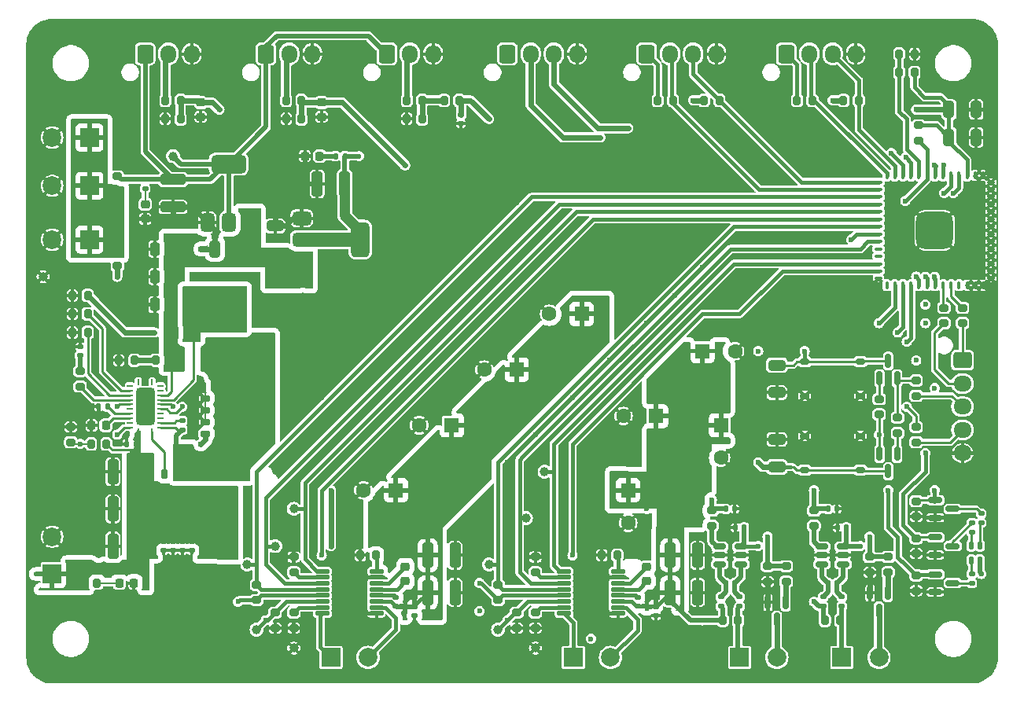
<source format=gtl>
%TF.GenerationSoftware,KiCad,Pcbnew,8.0.2*%
%TF.CreationDate,2024-12-26T16:42:42-05:00*%
%TF.ProjectId,Column Controller,436f6c75-6d6e-4204-936f-6e74726f6c6c,rev?*%
%TF.SameCoordinates,Original*%
%TF.FileFunction,Copper,L1,Top*%
%TF.FilePolarity,Positive*%
%FSLAX46Y46*%
G04 Gerber Fmt 4.6, Leading zero omitted, Abs format (unit mm)*
G04 Created by KiCad (PCBNEW 8.0.2) date 2024-12-26 16:42:42*
%MOMM*%
%LPD*%
G01*
G04 APERTURE LIST*
G04 Aperture macros list*
%AMRoundRect*
0 Rectangle with rounded corners*
0 $1 Rounding radius*
0 $2 $3 $4 $5 $6 $7 $8 $9 X,Y pos of 4 corners*
0 Add a 4 corners polygon primitive as box body*
4,1,4,$2,$3,$4,$5,$6,$7,$8,$9,$2,$3,0*
0 Add four circle primitives for the rounded corners*
1,1,$1+$1,$2,$3*
1,1,$1+$1,$4,$5*
1,1,$1+$1,$6,$7*
1,1,$1+$1,$8,$9*
0 Add four rect primitives between the rounded corners*
20,1,$1+$1,$2,$3,$4,$5,0*
20,1,$1+$1,$4,$5,$6,$7,0*
20,1,$1+$1,$6,$7,$8,$9,0*
20,1,$1+$1,$8,$9,$2,$3,0*%
G04 Aperture macros list end*
%TA.AperFunction,SMDPad,CuDef*%
%ADD10RoundRect,0.250000X0.250000X0.475000X-0.250000X0.475000X-0.250000X-0.475000X0.250000X-0.475000X0*%
%TD*%
%TA.AperFunction,SMDPad,CuDef*%
%ADD11RoundRect,0.200000X-0.275000X0.200000X-0.275000X-0.200000X0.275000X-0.200000X0.275000X0.200000X0*%
%TD*%
%TA.AperFunction,SMDPad,CuDef*%
%ADD12C,1.000000*%
%TD*%
%TA.AperFunction,SMDPad,CuDef*%
%ADD13RoundRect,0.200000X0.275000X-0.200000X0.275000X0.200000X-0.275000X0.200000X-0.275000X-0.200000X0*%
%TD*%
%TA.AperFunction,SMDPad,CuDef*%
%ADD14RoundRect,0.135000X0.185000X-0.135000X0.185000X0.135000X-0.185000X0.135000X-0.185000X-0.135000X0*%
%TD*%
%TA.AperFunction,SMDPad,CuDef*%
%ADD15RoundRect,0.225000X0.225000X0.250000X-0.225000X0.250000X-0.225000X-0.250000X0.225000X-0.250000X0*%
%TD*%
%TA.AperFunction,SMDPad,CuDef*%
%ADD16RoundRect,0.150000X-0.587500X-0.150000X0.587500X-0.150000X0.587500X0.150000X-0.587500X0.150000X0*%
%TD*%
%TA.AperFunction,SMDPad,CuDef*%
%ADD17RoundRect,0.737500X1.012500X-0.737500X1.012500X0.737500X-1.012500X0.737500X-1.012500X-0.737500X0*%
%TD*%
%TA.AperFunction,SMDPad,CuDef*%
%ADD18RoundRect,0.137500X0.137500X-0.262500X0.137500X0.262500X-0.137500X0.262500X-0.137500X-0.262500X0*%
%TD*%
%TA.AperFunction,SMDPad,CuDef*%
%ADD19RoundRect,0.200000X-0.200000X-0.275000X0.200000X-0.275000X0.200000X0.275000X-0.200000X0.275000X0*%
%TD*%
%TA.AperFunction,SMDPad,CuDef*%
%ADD20RoundRect,0.200000X0.200000X0.275000X-0.200000X0.275000X-0.200000X-0.275000X0.200000X-0.275000X0*%
%TD*%
%TA.AperFunction,SMDPad,CuDef*%
%ADD21RoundRect,0.218750X-0.218750X-0.256250X0.218750X-0.256250X0.218750X0.256250X-0.218750X0.256250X0*%
%TD*%
%TA.AperFunction,ComponentPad*%
%ADD22R,2.000000X2.000000*%
%TD*%
%TA.AperFunction,ComponentPad*%
%ADD23C,2.000000*%
%TD*%
%TA.AperFunction,SMDPad,CuDef*%
%ADD24RoundRect,0.135000X-0.185000X0.135000X-0.185000X-0.135000X0.185000X-0.135000X0.185000X0.135000X0*%
%TD*%
%TA.AperFunction,SMDPad,CuDef*%
%ADD25RoundRect,0.250000X0.325000X0.650000X-0.325000X0.650000X-0.325000X-0.650000X0.325000X-0.650000X0*%
%TD*%
%TA.AperFunction,SMDPad,CuDef*%
%ADD26RoundRect,0.218750X0.218750X0.256250X-0.218750X0.256250X-0.218750X-0.256250X0.218750X-0.256250X0*%
%TD*%
%TA.AperFunction,ComponentPad*%
%ADD27R,1.600000X1.600000*%
%TD*%
%TA.AperFunction,ComponentPad*%
%ADD28C,1.600000*%
%TD*%
%TA.AperFunction,SMDPad,CuDef*%
%ADD29RoundRect,0.250000X-0.325000X-1.100000X0.325000X-1.100000X0.325000X1.100000X-0.325000X1.100000X0*%
%TD*%
%TA.AperFunction,SMDPad,CuDef*%
%ADD30RoundRect,0.218750X0.256250X-0.218750X0.256250X0.218750X-0.256250X0.218750X-0.256250X-0.218750X0*%
%TD*%
%TA.AperFunction,SMDPad,CuDef*%
%ADD31RoundRect,0.375000X0.375000X-0.625000X0.375000X0.625000X-0.375000X0.625000X-0.375000X-0.625000X0*%
%TD*%
%TA.AperFunction,SMDPad,CuDef*%
%ADD32RoundRect,0.500000X1.400000X-0.500000X1.400000X0.500000X-1.400000X0.500000X-1.400000X-0.500000X0*%
%TD*%
%TA.AperFunction,SMDPad,CuDef*%
%ADD33RoundRect,0.250000X0.650000X-0.325000X0.650000X0.325000X-0.650000X0.325000X-0.650000X-0.325000X0*%
%TD*%
%TA.AperFunction,SMDPad,CuDef*%
%ADD34RoundRect,0.150000X0.150000X-0.587500X0.150000X0.587500X-0.150000X0.587500X-0.150000X-0.587500X0*%
%TD*%
%TA.AperFunction,SMDPad,CuDef*%
%ADD35RoundRect,0.062500X-0.062500X-0.237500X0.062500X-0.237500X0.062500X0.237500X-0.062500X0.237500X0*%
%TD*%
%TA.AperFunction,SMDPad,CuDef*%
%ADD36RoundRect,0.062500X0.237500X-0.062500X0.237500X0.062500X-0.237500X0.062500X-0.237500X-0.062500X0*%
%TD*%
%TA.AperFunction,SMDPad,CuDef*%
%ADD37RoundRect,0.062500X0.062500X0.237500X-0.062500X0.237500X-0.062500X-0.237500X0.062500X-0.237500X0*%
%TD*%
%TA.AperFunction,SMDPad,CuDef*%
%ADD38RoundRect,0.062500X-0.237500X0.062500X-0.237500X-0.062500X0.237500X-0.062500X0.237500X0.062500X0*%
%TD*%
%TA.AperFunction,SMDPad,CuDef*%
%ADD39RoundRect,0.525000X-0.525000X-1.525000X0.525000X-1.525000X0.525000X1.525000X-0.525000X1.525000X0*%
%TD*%
%TA.AperFunction,SMDPad,CuDef*%
%ADD40RoundRect,0.250000X0.325000X1.100000X-0.325000X1.100000X-0.325000X-1.100000X0.325000X-1.100000X0*%
%TD*%
%TA.AperFunction,SMDPad,CuDef*%
%ADD41RoundRect,0.140000X-0.170000X0.140000X-0.170000X-0.140000X0.170000X-0.140000X0.170000X0.140000X0*%
%TD*%
%TA.AperFunction,SMDPad,CuDef*%
%ADD42RoundRect,0.175000X-0.325000X-0.175000X0.325000X-0.175000X0.325000X0.175000X-0.325000X0.175000X0*%
%TD*%
%TA.AperFunction,SMDPad,CuDef*%
%ADD43RoundRect,0.250000X0.262500X0.450000X-0.262500X0.450000X-0.262500X-0.450000X0.262500X-0.450000X0*%
%TD*%
%TA.AperFunction,SMDPad,CuDef*%
%ADD44RoundRect,0.175000X0.325000X0.175000X-0.325000X0.175000X-0.325000X-0.175000X0.325000X-0.175000X0*%
%TD*%
%TA.AperFunction,SMDPad,CuDef*%
%ADD45RoundRect,0.250000X-0.650000X0.325000X-0.650000X-0.325000X0.650000X-0.325000X0.650000X0.325000X0*%
%TD*%
%TA.AperFunction,SMDPad,CuDef*%
%ADD46RoundRect,0.140000X-0.140000X-0.170000X0.140000X-0.170000X0.140000X0.170000X-0.140000X0.170000X0*%
%TD*%
%TA.AperFunction,SMDPad,CuDef*%
%ADD47RoundRect,0.187500X0.187500X0.312500X-0.187500X0.312500X-0.187500X-0.312500X0.187500X-0.312500X0*%
%TD*%
%TA.AperFunction,SMDPad,CuDef*%
%ADD48RoundRect,1.132500X1.642500X1.132500X-1.642500X1.132500X-1.642500X-1.132500X1.642500X-1.132500X0*%
%TD*%
%TA.AperFunction,ComponentPad*%
%ADD49RoundRect,0.250000X-0.600000X-0.725000X0.600000X-0.725000X0.600000X0.725000X-0.600000X0.725000X0*%
%TD*%
%TA.AperFunction,ComponentPad*%
%ADD50O,1.700000X1.950000*%
%TD*%
%TA.AperFunction,SMDPad,CuDef*%
%ADD51RoundRect,0.187500X-0.312500X0.187500X-0.312500X-0.187500X0.312500X-0.187500X0.312500X0.187500X0*%
%TD*%
%TA.AperFunction,SMDPad,CuDef*%
%ADD52RoundRect,1.132500X-1.132500X1.642500X-1.132500X-1.642500X1.132500X-1.642500X1.132500X1.642500X0*%
%TD*%
%TA.AperFunction,SMDPad,CuDef*%
%ADD53RoundRect,0.225000X-0.250000X0.225000X-0.250000X-0.225000X0.250000X-0.225000X0.250000X0.225000X0*%
%TD*%
%TA.AperFunction,ComponentPad*%
%ADD54RoundRect,0.250000X-0.725000X0.600000X-0.725000X-0.600000X0.725000X-0.600000X0.725000X0.600000X0*%
%TD*%
%TA.AperFunction,ComponentPad*%
%ADD55O,1.950000X1.700000*%
%TD*%
%TA.AperFunction,SMDPad,CuDef*%
%ADD56RoundRect,0.140000X0.140000X0.170000X-0.140000X0.170000X-0.140000X-0.170000X0.140000X-0.170000X0*%
%TD*%
%TA.AperFunction,SMDPad,CuDef*%
%ADD57RoundRect,0.250000X-0.325000X-0.650000X0.325000X-0.650000X0.325000X0.650000X-0.325000X0.650000X0*%
%TD*%
%TA.AperFunction,SMDPad,CuDef*%
%ADD58RoundRect,0.250000X-1.100000X0.325000X-1.100000X-0.325000X1.100000X-0.325000X1.100000X0.325000X0*%
%TD*%
%TA.AperFunction,SMDPad,CuDef*%
%ADD59RoundRect,0.375000X-0.625000X-0.375000X0.625000X-0.375000X0.625000X0.375000X-0.625000X0.375000X0*%
%TD*%
%TA.AperFunction,SMDPad,CuDef*%
%ADD60RoundRect,0.500000X-0.500000X-1.400000X0.500000X-1.400000X0.500000X1.400000X-0.500000X1.400000X0*%
%TD*%
%TA.AperFunction,SMDPad,CuDef*%
%ADD61RoundRect,0.112500X-0.637500X-0.112500X0.637500X-0.112500X0.637500X0.112500X-0.637500X0.112500X0*%
%TD*%
%TA.AperFunction,HeatsinkPad*%
%ADD62R,3.400000X5.000000*%
%TD*%
%TA.AperFunction,SMDPad,CuDef*%
%ADD63RoundRect,0.135000X-0.135000X-0.185000X0.135000X-0.185000X0.135000X0.185000X-0.135000X0.185000X0*%
%TD*%
%TA.AperFunction,SMDPad,CuDef*%
%ADD64RoundRect,0.150000X-0.150000X0.587500X-0.150000X-0.587500X0.150000X-0.587500X0.150000X0.587500X0*%
%TD*%
%TA.AperFunction,SMDPad,CuDef*%
%ADD65RoundRect,0.150000X-0.512500X-0.150000X0.512500X-0.150000X0.512500X0.150000X-0.512500X0.150000X0*%
%TD*%
%TA.AperFunction,SMDPad,CuDef*%
%ADD66RoundRect,0.100000X0.100000X-0.300000X0.100000X0.300000X-0.100000X0.300000X-0.100000X-0.300000X0*%
%TD*%
%TA.AperFunction,SMDPad,CuDef*%
%ADD67RoundRect,0.100000X0.300000X0.100000X-0.300000X0.100000X-0.300000X-0.100000X0.300000X-0.100000X0*%
%TD*%
%TA.AperFunction,SMDPad,CuDef*%
%ADD68RoundRect,0.100000X-0.100000X0.300000X-0.100000X-0.300000X0.100000X-0.300000X0.100000X0.300000X0*%
%TD*%
%TA.AperFunction,SMDPad,CuDef*%
%ADD69RoundRect,0.100000X-0.300000X-0.100000X0.300000X-0.100000X0.300000X0.100000X-0.300000X0.100000X0*%
%TD*%
%TA.AperFunction,SMDPad,CuDef*%
%ADD70RoundRect,1.000000X-1.000000X-1.000000X1.000000X-1.000000X1.000000X1.000000X-1.000000X1.000000X0*%
%TD*%
%TA.AperFunction,SMDPad,CuDef*%
%ADD71RoundRect,0.140000X0.170000X-0.140000X0.170000X0.140000X-0.170000X0.140000X-0.170000X-0.140000X0*%
%TD*%
%TA.AperFunction,ViaPad*%
%ADD72C,0.600000*%
%TD*%
%TA.AperFunction,Conductor*%
%ADD73C,0.200000*%
%TD*%
%TA.AperFunction,Conductor*%
%ADD74C,0.600000*%
%TD*%
%TA.AperFunction,Conductor*%
%ADD75C,0.500000*%
%TD*%
%TA.AperFunction,Conductor*%
%ADD76C,0.400000*%
%TD*%
%TA.AperFunction,Conductor*%
%ADD77C,1.100000*%
%TD*%
%TA.AperFunction,Conductor*%
%ADD78C,1.500000*%
%TD*%
%TA.AperFunction,Conductor*%
%ADD79C,0.250000*%
%TD*%
%TA.AperFunction,Conductor*%
%ADD80C,0.254000*%
%TD*%
G04 APERTURE END LIST*
D10*
%TO.P,C36,1*%
%TO.N,6V5*%
X95950000Y-109000000D03*
%TO.P,C36,2*%
%TO.N,GND*%
X94050000Y-109000000D03*
%TD*%
D11*
%TO.P,R1,1*%
%TO.N,/Microcontroller/UART0.TXD*%
X181000000Y-109350000D03*
%TO.P,R1,2*%
%TO.N,/Microcontroller/CP2104.RXD*%
X181000000Y-111000000D03*
%TD*%
D12*
%TO.P,TP19,1,1*%
%TO.N,/Microcontroller/MOTOR_2.nSLEEP*%
X134000000Y-132000000D03*
%TD*%
D13*
%TO.P,R35,1*%
%TO.N,GND*%
X160000000Y-138825000D03*
%TO.P,R35,2*%
%TO.N,/Relay Controller 1/RELAY_IN*%
X160000000Y-137175000D03*
%TD*%
D12*
%TO.P,TP28,1,1*%
%TO.N,6V5*%
X107000000Y-106000000D03*
%TD*%
D14*
%TO.P,R7,1*%
%TO.N,Net-(D1-GK)*%
X182000000Y-133510000D03*
%TO.P,R7,2*%
%TO.N,Net-(Q4-D)*%
X182000000Y-132490000D03*
%TD*%
D15*
%TO.P,C22,1*%
%TO.N,Net-(U6-VCC)*%
X88775000Y-122000000D03*
%TO.P,C22,2*%
%TO.N,GND*%
X87225000Y-122000000D03*
%TD*%
D12*
%TO.P,TP25,1,1*%
%TO.N,GND*%
X109000000Y-146000000D03*
%TD*%
D13*
%TO.P,R54,1*%
%TO.N,Net-(U4-PH{slash}IN2)*%
X135000000Y-137825000D03*
%TO.P,R54,2*%
%TO.N,GND*%
X135000000Y-136175000D03*
%TD*%
D16*
%TO.P,Q3,1,G*%
%TO.N,/Microcontroller/RED*%
X178062500Y-138050000D03*
%TO.P,Q3,2,S*%
%TO.N,GND*%
X178062500Y-139950000D03*
%TO.P,Q3,3,D*%
%TO.N,Net-(Q3-D)*%
X179937500Y-139000000D03*
%TD*%
D12*
%TO.P,TP23,1,1*%
%TO.N,/Microcontroller/MOTOR_1.EN{slash}IN1*%
X109000000Y-131000000D03*
%TD*%
D17*
%TO.P,L1,1,1*%
%TO.N,Net-(U6-SW)*%
X101900000Y-114675000D03*
%TO.P,L1,2,2*%
%TO.N,/Power/ISENS_+*%
X101900000Y-109225000D03*
%TD*%
D18*
%TO.P,D1,1,A*%
%TO.N,3V3*%
X182837500Y-136550000D03*
%TO.P,D1,2,RK*%
%TO.N,Net-(D1-RK)*%
X181937500Y-136550000D03*
%TO.P,D1,3,GK*%
%TO.N,Net-(D1-GK)*%
X181937500Y-134950000D03*
%TO.P,D1,4,BK*%
%TO.N,Net-(D1-BK)*%
X182837500Y-134950000D03*
%TD*%
D13*
%TO.P,R5,1*%
%TO.N,/Microcontroller/ESP.DTR*%
X172020000Y-120825000D03*
%TO.P,R5,2*%
%TO.N,Net-(Q2-B)*%
X172020000Y-119175000D03*
%TD*%
D16*
%TO.P,Q4,1,G*%
%TO.N,/Microcontroller/BLUE*%
X178062500Y-134050000D03*
%TO.P,Q4,2,S*%
%TO.N,GND*%
X178062500Y-135950000D03*
%TO.P,Q4,3,D*%
%TO.N,Net-(Q4-D)*%
X179937500Y-135000000D03*
%TD*%
D19*
%TO.P,R62,1*%
%TO.N,24V*%
X166175000Y-143000000D03*
%TO.P,R62,2*%
%TO.N,Net-(D6-K)*%
X167825000Y-143000000D03*
%TD*%
D20*
%TO.P,R23,1*%
%TO.N,/Ext Sensors/pH_OUT_3V3*%
X96825000Y-89000000D03*
%TO.P,R23,2*%
%TO.N,GND*%
X95175000Y-89000000D03*
%TD*%
D21*
%TO.P,D2,1,K*%
%TO.N,GND*%
X110212500Y-93000000D03*
%TO.P,D2,2,A*%
%TO.N,Net-(D2-A)*%
X111787500Y-93000000D03*
%TD*%
D22*
%TO.P,J10,1,Pin_1*%
%TO.N,Net-(D6-K)*%
X168000000Y-147000000D03*
D23*
%TO.P,J10,2,Pin_2*%
%TO.N,/Relay Controller 2/RELAY_-*%
X172000000Y-147000000D03*
%TD*%
D24*
%TO.P,R64,1*%
%TO.N,Net-(U11--)*%
X168000000Y-140490000D03*
%TO.P,R64,2*%
%TO.N,Net-(D6-K)*%
X168000000Y-141510000D03*
%TD*%
D25*
%TO.P,C18,1*%
%TO.N,6V5*%
X103475000Y-103000000D03*
%TO.P,C18,2*%
%TO.N,GND*%
X100525000Y-103000000D03*
%TD*%
D26*
%TO.P,D3,1,K*%
%TO.N,GND*%
X91787500Y-139000000D03*
%TO.P,D3,2,A*%
%TO.N,Net-(D3-A)*%
X90212500Y-139000000D03*
%TD*%
D11*
%TO.P,R53,1*%
%TO.N,V_NODE*%
X90000000Y-103175000D03*
%TO.P,R53,2*%
%TO.N,24V*%
X90000000Y-104825000D03*
%TD*%
D13*
%TO.P,R55,1*%
%TO.N,Net-(U10-PH{slash}IN2)*%
X109000000Y-137825000D03*
%TO.P,R55,2*%
%TO.N,GND*%
X109000000Y-136175000D03*
%TD*%
D27*
%TO.P,C40,1*%
%TO.N,24V*%
X126000000Y-122000000D03*
D28*
%TO.P,C40,2*%
%TO.N,GND*%
X122500000Y-122000000D03*
%TD*%
D29*
%TO.P,C43,1*%
%TO.N,24V*%
X123425000Y-136000000D03*
%TO.P,C43,2*%
%TO.N,GND*%
X126375000Y-136000000D03*
%TD*%
D14*
%TO.P,R40,1*%
%TO.N,Net-(D5-A)*%
X93000000Y-96510000D03*
%TO.P,R40,2*%
%TO.N,5V*%
X93000000Y-95490000D03*
%TD*%
D19*
%TO.P,R31,1*%
%TO.N,24V*%
X155175000Y-143000000D03*
%TO.P,R31,2*%
%TO.N,Net-(D4-K)*%
X156825000Y-143000000D03*
%TD*%
D12*
%TO.P,TP33,1,1*%
%TO.N,5V*%
X96000000Y-93000000D03*
%TD*%
D24*
%TO.P,R63,1*%
%TO.N,Net-(U11-+)*%
X166000000Y-140490000D03*
%TO.P,R63,2*%
%TO.N,24V*%
X166000000Y-141510000D03*
%TD*%
D30*
%TO.P,D5,1,K*%
%TO.N,GND*%
X93000000Y-99767500D03*
%TO.P,D5,2,A*%
%TO.N,Net-(D5-A)*%
X93000000Y-98192500D03*
%TD*%
D12*
%TO.P,TP32,1,1*%
%TO.N,GND*%
X82000000Y-106000000D03*
%TD*%
D13*
%TO.P,R26,1*%
%TO.N,3V3*%
X131000000Y-140825000D03*
%TO.P,R26,2*%
%TO.N,/Microcontroller/MOTOR_2.FAULT*%
X131000000Y-139175000D03*
%TD*%
D27*
%TO.P,C42,1*%
%TO.N,24V*%
X148000000Y-121000000D03*
D28*
%TO.P,C42,2*%
%TO.N,GND*%
X144500000Y-121000000D03*
%TD*%
D13*
%TO.P,R67,1*%
%TO.N,GND*%
X171000000Y-137825000D03*
%TO.P,R67,2*%
%TO.N,/Relay Controller 2/RELAY_IN*%
X171000000Y-136175000D03*
%TD*%
D31*
%TO.P,U9,1,GND*%
%TO.N,GND*%
X99700000Y-100150000D03*
%TO.P,U9,2,VO*%
%TO.N,5V*%
X102000000Y-100150000D03*
D32*
X102000000Y-93850000D03*
D31*
%TO.P,U9,3,VI*%
%TO.N,6V5*%
X104300000Y-100150000D03*
%TD*%
D33*
%TO.P,C4,1*%
%TO.N,/Microcontroller/ESP_EN*%
X161000000Y-126475000D03*
%TO.P,C4,2*%
%TO.N,GND*%
X161000000Y-123525000D03*
%TD*%
D34*
%TO.P,Q2,1,B*%
%TO.N,Net-(Q2-B)*%
X172050000Y-116937500D03*
%TO.P,Q2,2,E*%
%TO.N,/Microcontroller/ESP.RTS*%
X173950000Y-116937500D03*
%TO.P,Q2,3,C*%
%TO.N,/Microcontroller/BOOT*%
X173000000Y-115062500D03*
%TD*%
D35*
%TO.P,U6,1,NC*%
%TO.N,unconnected-(U6-NC-Pad1)*%
X92250000Y-117350000D03*
D36*
%TO.P,U6,2,NC*%
%TO.N,unconnected-(U6-NC-Pad2)*%
X91350000Y-117750000D03*
%TO.P,U6,3,CNFG*%
%TO.N,Net-(U6-CNFG)*%
X91350000Y-118250000D03*
%TO.P,U6,4,RT*%
%TO.N,Net-(U6-RT)*%
X91350000Y-118750000D03*
%TO.P,U6,5,EXTCOMP*%
%TO.N,Net-(U6-EXTCOMP)*%
X91350000Y-119250000D03*
%TO.P,U6,6,FB*%
%TO.N,/Power/FB*%
X91350000Y-119750000D03*
%TO.P,U6,7,AGND*%
%TO.N,GND*%
X91350000Y-120250000D03*
%TO.P,U6,8,VDDA*%
%TO.N,Net-(U6-VDDA)*%
X91350000Y-120750000D03*
%TO.P,U6,9,VCC*%
%TO.N,Net-(U6-VCC)*%
X91350000Y-121250000D03*
%TO.P,U6,10,PGND*%
%TO.N,GND*%
X91350000Y-121750000D03*
%TO.P,U6,11,LO*%
%TO.N,Net-(U6-LO)*%
X91350000Y-122250000D03*
D37*
%TO.P,U6,12,VIN*%
%TO.N,24V*%
X92250000Y-122650000D03*
%TO.P,U6,13,HO*%
%TO.N,/Power/HO*%
X93750000Y-122650000D03*
D38*
%TO.P,U6,14,SW*%
%TO.N,Net-(U6-SW)*%
X94650000Y-122250000D03*
%TO.P,U6,15,CBOOT*%
%TO.N,Net-(U6-CBOOT)*%
X94650000Y-121750000D03*
%TO.P,U6,16,VCCX*%
%TO.N,unconnected-(U6-VCCX-Pad16)*%
X94650000Y-121250000D03*
%TO.P,U6,17,PG/SYNCOUT*%
%TO.N,unconnected-(U6-PG{slash}SYNCOUT-Pad17)*%
X94650000Y-120750000D03*
%TO.P,U6,18,PFM/SYNC*%
%TO.N,Net-(U6-PFM{slash}SYNC)*%
X94650000Y-120250000D03*
%TO.P,U6,19,EN*%
%TO.N,/Power/EN*%
X94650000Y-119750000D03*
%TO.P,U6,20,ISNS+*%
%TO.N,/Power/ISENS_+*%
X94650000Y-119250000D03*
%TO.P,U6,21,VOUT*%
%TO.N,6V5*%
X94650000Y-118750000D03*
%TO.P,U6,22,NC*%
%TO.N,unconnected-(U6-NC-Pad22)*%
X94650000Y-118250000D03*
%TO.P,U6,23,NC*%
%TO.N,unconnected-(U6-NC-Pad23)*%
X94650000Y-117750000D03*
D35*
%TO.P,U6,24,NC*%
%TO.N,unconnected-(U6-NC-Pad24)*%
X93750000Y-117350000D03*
D39*
%TO.P,U6,25,EPAD*%
%TO.N,GND*%
X93000000Y-120000000D03*
%TD*%
D13*
%TO.P,R36,1*%
%TO.N,Net-(Q6-G)*%
X162000000Y-138825000D03*
%TO.P,R36,2*%
%TO.N,/Relay Controller 1/RELAY_IN*%
X162000000Y-137175000D03*
%TD*%
D20*
%TO.P,R28,1*%
%TO.N,Net-(U4-PMODE)*%
X143825000Y-136000000D03*
%TO.P,R28,2*%
%TO.N,GND*%
X142175000Y-136000000D03*
%TD*%
D19*
%TO.P,R22,1*%
%TO.N,/Ext Sensors/pH_OUT*%
X95175000Y-87000000D03*
%TO.P,R22,2*%
%TO.N,/Ext Sensors/pH_OUT_3V3*%
X96825000Y-87000000D03*
%TD*%
D11*
%TO.P,R3,1*%
%TO.N,/Microcontroller/ESP.RTS*%
X174000000Y-121175000D03*
%TO.P,R3,2*%
%TO.N,Net-(Q1-B)*%
X174000000Y-122825000D03*
%TD*%
D40*
%TO.P,C27,1*%
%TO.N,3V3*%
X114475000Y-96000000D03*
%TO.P,C27,2*%
%TO.N,GND*%
X111525000Y-96000000D03*
%TD*%
D41*
%TO.P,C49,1*%
%TO.N,/Ext Sensors/FLOW_OUT_3V3*%
X127000000Y-88520000D03*
%TO.P,C49,2*%
%TO.N,GND*%
X127000000Y-89480000D03*
%TD*%
%TO.P,C30,1*%
%TO.N,24V*%
X97000000Y-134520000D03*
%TO.P,C30,2*%
%TO.N,GND*%
X97000000Y-135480000D03*
%TD*%
D42*
%TO.P,SW2,1,1*%
%TO.N,GND*%
X164000000Y-123150000D03*
%TO.P,SW2,2,2*%
X170000000Y-123150000D03*
%TO.P,SW2,3,K*%
%TO.N,/Microcontroller/ESP_EN*%
X164000000Y-126850000D03*
%TO.P,SW2,4,A*%
X170000000Y-126850000D03*
%TD*%
D12*
%TO.P,TP38,1,1*%
%TO.N,/Microcontroller/MOTOR_1.CURR*%
X105000000Y-144000000D03*
%TD*%
D27*
%TO.P,C12,1*%
%TO.N,24V*%
X155000000Y-122000000D03*
D28*
%TO.P,C12,2*%
%TO.N,GND*%
X155000000Y-125500000D03*
%TD*%
D22*
%TO.P,J14,1,Pin_1*%
%TO.N,V_NODE*%
X87000000Y-96200000D03*
D23*
%TO.P,J14,2,Pin_2*%
%TO.N,GND*%
X83000000Y-96200000D03*
%TD*%
D22*
%TO.P,J6,1,Pin_1*%
%TO.N,Net-(D4-K)*%
X157000000Y-147000000D03*
D23*
%TO.P,J6,2,Pin_2*%
%TO.N,/Relay Controller 1/RELAY_-*%
X161000000Y-147000000D03*
%TD*%
D43*
%TO.P,R49,1*%
%TO.N,/Power/ISENS_+*%
X97912500Y-112000000D03*
%TO.P,R49,2*%
%TO.N,6V5*%
X96087500Y-112000000D03*
%TD*%
D19*
%TO.P,R50,1*%
%TO.N,/Power/FB*%
X94175000Y-115000000D03*
%TO.P,R50,2*%
%TO.N,6V5*%
X95825000Y-115000000D03*
%TD*%
D11*
%TO.P,R48,1*%
%TO.N,Net-(C20-Pad1)*%
X86000000Y-116175000D03*
%TO.P,R48,2*%
%TO.N,Net-(U6-EXTCOMP)*%
X86000000Y-117825000D03*
%TD*%
D19*
%TO.P,R51,1*%
%TO.N,GND*%
X90175000Y-115000000D03*
%TO.P,R51,2*%
%TO.N,/Power/FB*%
X91825000Y-115000000D03*
%TD*%
D41*
%TO.P,C5,1*%
%TO.N,Net-(U4-VCP)*%
X146000000Y-140520000D03*
%TO.P,C5,2*%
%TO.N,24V*%
X146000000Y-141480000D03*
%TD*%
D12*
%TO.P,TP37,1,1*%
%TO.N,/Microcontroller/MOTOR_2.CURR*%
X131000000Y-144000000D03*
%TD*%
D11*
%TO.P,R60,1*%
%TO.N,Net-(U10-IMODE)*%
X109000000Y-142175000D03*
%TO.P,R60,2*%
%TO.N,GND*%
X109000000Y-143825000D03*
%TD*%
%TO.P,R19,1*%
%TO.N,/Microcontroller/GREEN*%
X176000000Y-130175000D03*
%TO.P,R19,2*%
%TO.N,GND*%
X176000000Y-131825000D03*
%TD*%
%TO.P,R17,1*%
%TO.N,/Microcontroller/RED*%
X176000000Y-138175000D03*
%TO.P,R17,2*%
%TO.N,GND*%
X176000000Y-139825000D03*
%TD*%
D41*
%TO.P,C31,1*%
%TO.N,24V*%
X96000000Y-134520000D03*
%TO.P,C31,2*%
%TO.N,GND*%
X96000000Y-135480000D03*
%TD*%
D33*
%TO.P,C26,1*%
%TO.N,6V5*%
X107000000Y-103475000D03*
%TO.P,C26,2*%
%TO.N,GND*%
X107000000Y-100525000D03*
%TD*%
D19*
%TO.P,R47,1*%
%TO.N,GND*%
X85175000Y-110000000D03*
%TO.P,R47,2*%
%TO.N,Net-(U6-CNFG)*%
X86825000Y-110000000D03*
%TD*%
%TO.P,R20,1*%
%TO.N,/Ext Sensors/FLOW_OUT*%
X121175000Y-87000000D03*
%TO.P,R20,2*%
%TO.N,Net-(R20-Pad2)*%
X122825000Y-87000000D03*
%TD*%
D44*
%TO.P,SW1,1,1*%
%TO.N,GND*%
X170000000Y-118850000D03*
%TO.P,SW1,2,2*%
X164000000Y-118850000D03*
%TO.P,SW1,3,K*%
%TO.N,/Microcontroller/BOOT*%
X170000000Y-115150000D03*
%TO.P,SW1,4,A*%
X164000000Y-115150000D03*
%TD*%
D13*
%TO.P,R58,1*%
%TO.N,3V3*%
X105000000Y-140825000D03*
%TO.P,R58,2*%
%TO.N,/Microcontroller/MOTOR_1.FAULT*%
X105000000Y-139175000D03*
%TD*%
D45*
%TO.P,C3,1*%
%TO.N,/Microcontroller/BOOT*%
X161000000Y-115525000D03*
%TO.P,C3,2*%
%TO.N,GND*%
X161000000Y-118475000D03*
%TD*%
D27*
%TO.P,C9,1*%
%TO.N,24V*%
X140000000Y-110000000D03*
D28*
%TO.P,C9,2*%
%TO.N,GND*%
X136500000Y-110000000D03*
%TD*%
D19*
%TO.P,R15,1*%
%TO.N,/Microcontroller/VER0*%
X174175000Y-82000000D03*
%TO.P,R15,2*%
%TO.N,GND*%
X175825000Y-82000000D03*
%TD*%
D46*
%TO.P,C14,1*%
%TO.N,Net-(U5-+)*%
X155520000Y-139000000D03*
%TO.P,C14,2*%
%TO.N,Net-(U5--)*%
X156480000Y-139000000D03*
%TD*%
D20*
%TO.P,R37,1*%
%TO.N,/Ext Sensors/FLOW_OUT_3V3*%
X126825000Y-87000000D03*
%TO.P,R37,2*%
%TO.N,Net-(R20-Pad2)*%
X125175000Y-87000000D03*
%TD*%
D41*
%TO.P,C37,1*%
%TO.N,Net-(U10-VCP)*%
X120000000Y-140520000D03*
%TO.P,C37,2*%
%TO.N,24V*%
X120000000Y-141480000D03*
%TD*%
D47*
%TO.P,Q7,1*%
%TO.N,Net-(U6-SW)*%
X98905000Y-127270000D03*
%TO.P,Q7,2*%
X97635000Y-127270000D03*
%TO.P,Q7,3*%
X96365000Y-127270000D03*
%TO.P,Q7,4*%
%TO.N,/Power/HO*%
X95095000Y-127270000D03*
D48*
%TO.P,Q7,5*%
%TO.N,24V*%
X97000000Y-131000000D03*
%TD*%
D40*
%TO.P,C25,1*%
%TO.N,24V*%
X92475000Y-131000000D03*
%TO.P,C25,2*%
%TO.N,GND*%
X89525000Y-131000000D03*
%TD*%
D13*
%TO.P,R46,1*%
%TO.N,V_NODE*%
X90000000Y-96825000D03*
%TO.P,R46,2*%
%TO.N,5V*%
X90000000Y-95175000D03*
%TD*%
D12*
%TO.P,TP21,1,1*%
%TO.N,/Microcontroller/MOTOR_1.FAULT*%
X104000000Y-137000000D03*
%TD*%
D24*
%TO.P,R33,1*%
%TO.N,Net-(U5--)*%
X157000000Y-140490000D03*
%TO.P,R33,2*%
%TO.N,Net-(D4-K)*%
X157000000Y-141510000D03*
%TD*%
D12*
%TO.P,TP18,1,1*%
%TO.N,/Microcontroller/MOTOR_2.EN{slash}IN1*%
X136000000Y-127000000D03*
%TD*%
D29*
%TO.P,C44,1*%
%TO.N,24V*%
X123425000Y-140000000D03*
%TO.P,C44,2*%
%TO.N,GND*%
X126375000Y-140000000D03*
%TD*%
D20*
%TO.P,R45,1*%
%TO.N,Net-(D3-A)*%
X87825000Y-139000000D03*
%TO.P,R45,2*%
%TO.N,24V*%
X86175000Y-139000000D03*
%TD*%
D11*
%TO.P,R18,1*%
%TO.N,/Microcontroller/BLUE*%
X176000000Y-134175000D03*
%TO.P,R18,2*%
%TO.N,GND*%
X176000000Y-135825000D03*
%TD*%
D27*
%TO.P,C11,1*%
%TO.N,24V*%
X145000000Y-129000000D03*
D28*
%TO.P,C11,2*%
%TO.N,GND*%
X145000000Y-132500000D03*
%TD*%
D19*
%TO.P,R11,1*%
%TO.N,3V3*%
X168175000Y-87000000D03*
%TO.P,R11,2*%
%TO.N,/Microcontroller/I2C1.SCL*%
X169825000Y-87000000D03*
%TD*%
D49*
%TO.P,J3,1,Pin_1*%
%TO.N,5V*%
X119000000Y-82000000D03*
D50*
%TO.P,J3,2,Pin_2*%
%TO.N,/Ext Sensors/FLOW_OUT*%
X121500000Y-82000000D03*
%TO.P,J3,3,Pin_3*%
%TO.N,GND*%
X124000000Y-82000000D03*
%TD*%
D51*
%TO.P,Q8,1*%
%TO.N,GND*%
X99470000Y-119095000D03*
%TO.P,Q8,2*%
X99470000Y-120365000D03*
%TO.P,Q8,3*%
X99470000Y-121635000D03*
%TO.P,Q8,4*%
%TO.N,Net-(U6-LO)*%
X99470000Y-122905000D03*
D52*
%TO.P,Q8,5*%
%TO.N,Net-(U6-SW)*%
X103200000Y-121000000D03*
%TD*%
D11*
%TO.P,R27,1*%
%TO.N,/Microcontroller/MOTOR_2.CURR*%
X133000000Y-142175000D03*
%TO.P,R27,2*%
%TO.N,GND*%
X133000000Y-143825000D03*
%TD*%
D53*
%TO.P,C7,1*%
%TO.N,/Ext Sensors/TDS_OUT_3V3*%
X112000000Y-87225000D03*
%TO.P,C7,2*%
%TO.N,GND*%
X112000000Y-88775000D03*
%TD*%
D22*
%TO.P,J5,1,Pin_1*%
%TO.N,/Motor Controller 2/MOTOR_+*%
X139100000Y-147000000D03*
D23*
%TO.P,J5,2,Pin_2*%
%TO.N,/Motor Controller 2/MOTOR_-*%
X143100000Y-147000000D03*
%TD*%
D54*
%TO.P,J12,1,Pin_1*%
%TO.N,/Microcontroller/CP2104.RXD*%
X181000000Y-115000000D03*
D55*
%TO.P,J12,2,Pin_2*%
%TO.N,/Microcontroller/CP2104.TXD*%
X181000000Y-117500000D03*
%TO.P,J12,3,Pin_3*%
%TO.N,/Microcontroller/CP2104.RTS*%
X181000000Y-120000000D03*
%TO.P,J12,4,Pin_4*%
%TO.N,/Microcontroller/CP2104.DTR*%
X181000000Y-122500000D03*
%TO.P,J12,5,Pin_5*%
%TO.N,GND*%
X181000000Y-125000000D03*
%TD*%
D56*
%TO.P,C45,1*%
%TO.N,3V3*%
X168480000Y-133000000D03*
%TO.P,C45,2*%
%TO.N,GND*%
X167520000Y-133000000D03*
%TD*%
D11*
%TO.P,R30,1*%
%TO.N,Net-(U4-IMODE)*%
X135000000Y-142175000D03*
%TO.P,R30,2*%
%TO.N,GND*%
X135000000Y-143825000D03*
%TD*%
D57*
%TO.P,C2,1*%
%TO.N,3V3*%
X179525000Y-91000000D03*
%TO.P,C2,2*%
%TO.N,GND*%
X182475000Y-91000000D03*
%TD*%
D24*
%TO.P,R12,1*%
%TO.N,Net-(D1-RK)*%
X182000000Y-138000000D03*
%TO.P,R12,2*%
%TO.N,Net-(Q3-D)*%
X182000000Y-139020000D03*
%TD*%
D56*
%TO.P,C47,1*%
%TO.N,3V3*%
X157480000Y-133000000D03*
%TO.P,C47,2*%
%TO.N,GND*%
X156520000Y-133000000D03*
%TD*%
D11*
%TO.P,R38,1*%
%TO.N,/Microcontroller/ESP.RTS*%
X176000000Y-117175000D03*
%TO.P,R38,2*%
%TO.N,/Microcontroller/CP2104.RTS*%
X176000000Y-118825000D03*
%TD*%
D53*
%TO.P,C6,1*%
%TO.N,/Ext Sensors/pH_OUT_3V3*%
X99000000Y-87225000D03*
%TO.P,C6,2*%
%TO.N,GND*%
X99000000Y-88775000D03*
%TD*%
D27*
%TO.P,C39,1*%
%TO.N,24V*%
X120000000Y-129000000D03*
D28*
%TO.P,C39,2*%
%TO.N,GND*%
X116500000Y-129000000D03*
%TD*%
D49*
%TO.P,J1,1,Pin_1*%
%TO.N,5V*%
X106000000Y-82000000D03*
D50*
%TO.P,J1,2,Pin_2*%
%TO.N,/Ext Sensors/TDS_OUT*%
X108500000Y-82000000D03*
%TO.P,J1,3,Pin_3*%
%TO.N,GND*%
X111000000Y-82000000D03*
%TD*%
D58*
%TO.P,C19,1*%
%TO.N,5V*%
X96000000Y-95525000D03*
%TO.P,C19,2*%
%TO.N,GND*%
X96000000Y-98475000D03*
%TD*%
D19*
%TO.P,R42,1*%
%TO.N,/Power/EN*%
X87175000Y-124000000D03*
%TO.P,R42,2*%
%TO.N,24V*%
X88825000Y-124000000D03*
%TD*%
D11*
%TO.P,R4,1*%
%TO.N,/Microcontroller/UART0.RXD*%
X179000000Y-109350000D03*
%TO.P,R4,2*%
%TO.N,/Microcontroller/CP2104.TXD*%
X179000000Y-111000000D03*
%TD*%
D53*
%TO.P,C8,1*%
%TO.N,Net-(U4-CPL)*%
X147000000Y-137225000D03*
%TO.P,C8,2*%
%TO.N,Net-(U4-CPH)*%
X147000000Y-138775000D03*
%TD*%
D27*
%TO.P,C41,1*%
%TO.N,24V*%
X153000000Y-114000000D03*
D28*
%TO.P,C41,2*%
%TO.N,GND*%
X156500000Y-114000000D03*
%TD*%
D56*
%TO.P,C23,1*%
%TO.N,Net-(U6-VDDA)*%
X88960000Y-120000000D03*
%TO.P,C23,2*%
%TO.N,GND*%
X88000000Y-120000000D03*
%TD*%
D41*
%TO.P,C32,1*%
%TO.N,24V*%
X95000000Y-134520000D03*
%TO.P,C32,2*%
%TO.N,GND*%
X95000000Y-135480000D03*
%TD*%
%TO.P,C16,1*%
%TO.N,24V*%
X148000000Y-141520000D03*
%TO.P,C16,2*%
%TO.N,GND*%
X148000000Y-142480000D03*
%TD*%
D59*
%TO.P,U8,1,GND*%
%TO.N,GND*%
X109850000Y-99700000D03*
%TO.P,U8,2,VO*%
%TO.N,3V3*%
X109850000Y-102000000D03*
D60*
X116150000Y-102000000D03*
D59*
%TO.P,U8,3,VI*%
%TO.N,6V5*%
X109850000Y-104300000D03*
%TD*%
D19*
%TO.P,R9,1*%
%TO.N,3V3*%
X153175000Y-87000000D03*
%TO.P,R9,2*%
%TO.N,/Microcontroller/I2C0.SCL*%
X154825000Y-87000000D03*
%TD*%
D16*
%TO.P,Q5,1,G*%
%TO.N,/Microcontroller/GREEN*%
X178062500Y-130050000D03*
%TO.P,Q5,2,S*%
%TO.N,GND*%
X178062500Y-131950000D03*
%TO.P,Q5,3,D*%
%TO.N,Net-(Q5-D)*%
X179937500Y-131000000D03*
%TD*%
D19*
%TO.P,R10,1*%
%TO.N,3V3*%
X163175000Y-87000000D03*
%TO.P,R10,2*%
%TO.N,/Microcontroller/I2C1.SDA*%
X164825000Y-87000000D03*
%TD*%
D13*
%TO.P,R66,1*%
%TO.N,Net-(Q9-G)*%
X173000000Y-137825000D03*
%TO.P,R66,2*%
%TO.N,/Relay Controller 2/RELAY_IN*%
X173000000Y-136175000D03*
%TD*%
D10*
%TO.P,C35,1*%
%TO.N,6V5*%
X95950000Y-106000000D03*
%TO.P,C35,2*%
%TO.N,GND*%
X94050000Y-106000000D03*
%TD*%
D41*
%TO.P,C21,1*%
%TO.N,Net-(U6-CBOOT)*%
X97000000Y-121520000D03*
%TO.P,C21,2*%
%TO.N,Net-(U6-SW)*%
X97000000Y-122480000D03*
%TD*%
D10*
%TO.P,C34,1*%
%TO.N,6V5*%
X95950000Y-103000000D03*
%TO.P,C34,2*%
%TO.N,GND*%
X94050000Y-103000000D03*
%TD*%
D20*
%TO.P,R29,1*%
%TO.N,Net-(U10-PMODE)*%
X117825000Y-136000000D03*
%TO.P,R29,2*%
%TO.N,GND*%
X116175000Y-136000000D03*
%TD*%
D61*
%TO.P,U4,1,EN/IN1*%
%TO.N,/Microcontroller/MOTOR_2.EN{slash}IN1*%
X138100000Y-137725000D03*
%TO.P,U4,2,PH/IN2*%
%TO.N,Net-(U4-PH{slash}IN2)*%
X138100000Y-138375000D03*
%TO.P,U4,3,nSLEEP*%
%TO.N,/Microcontroller/MOTOR_2.nSLEEP*%
X138100000Y-139025000D03*
%TO.P,U4,4,nFAULT*%
%TO.N,/Microcontroller/MOTOR_2.FAULT*%
X138100000Y-139675000D03*
%TO.P,U4,5,VREF*%
%TO.N,3V3*%
X138100000Y-140325000D03*
%TO.P,U4,6,IPROPI*%
%TO.N,/Microcontroller/MOTOR_2.CURR*%
X138100000Y-140975000D03*
%TO.P,U4,7,IMODE*%
%TO.N,Net-(U4-IMODE)*%
X138100000Y-141625000D03*
%TO.P,U4,8,OUT1*%
%TO.N,/Motor Controller 2/MOTOR_+*%
X138100000Y-142275000D03*
%TO.P,U4,9,PGND*%
%TO.N,GND*%
X143900000Y-142275000D03*
%TO.P,U4,10,OUT2*%
%TO.N,/Motor Controller 2/MOTOR_-*%
X143900000Y-141625000D03*
%TO.P,U4,11,VM*%
%TO.N,24V*%
X143900000Y-140975000D03*
%TO.P,U4,12,VCP*%
%TO.N,Net-(U4-VCP)*%
X143900000Y-140325000D03*
%TO.P,U4,13,CPH*%
%TO.N,Net-(U4-CPH)*%
X143900000Y-139675000D03*
%TO.P,U4,14,CPL*%
%TO.N,Net-(U4-CPL)*%
X143900000Y-139025000D03*
%TO.P,U4,15,GND*%
%TO.N,GND*%
X143900000Y-138375000D03*
%TO.P,U4,16,PMODE*%
%TO.N,Net-(U4-PMODE)*%
X143900000Y-137725000D03*
D62*
%TO.P,U4,17,EPAD*%
%TO.N,GND*%
X141000000Y-140000000D03*
%TD*%
D49*
%TO.P,J7,1,Pin_1*%
%TO.N,3V3*%
X162000000Y-82000000D03*
D50*
%TO.P,J7,2,Pin_2*%
%TO.N,/Microcontroller/I2C1.SDA*%
X164500000Y-82000000D03*
%TO.P,J7,3,Pin_3*%
%TO.N,/Microcontroller/I2C1.SCL*%
X167000000Y-82000000D03*
%TO.P,J7,4,Pin_4*%
%TO.N,GND*%
X169500000Y-82000000D03*
%TD*%
D63*
%TO.P,R44,1*%
%TO.N,Net-(D2-A)*%
X113490000Y-93000000D03*
%TO.P,R44,2*%
%TO.N,3V3*%
X114510000Y-93000000D03*
%TD*%
D19*
%TO.P,R24,1*%
%TO.N,/Ext Sensors/TDS_OUT*%
X108175000Y-87000000D03*
%TO.P,R24,2*%
%TO.N,/Ext Sensors/TDS_OUT_3V3*%
X109825000Y-87000000D03*
%TD*%
D64*
%TO.P,Q9,1,G*%
%TO.N,Net-(Q9-G)*%
X172950000Y-140062500D03*
%TO.P,Q9,2,S*%
%TO.N,GND*%
X171050000Y-140062500D03*
%TO.P,Q9,3,D*%
%TO.N,/Relay Controller 2/RELAY_-*%
X172000000Y-141937500D03*
%TD*%
D29*
%TO.P,C15,1*%
%TO.N,24V*%
X149525000Y-140000000D03*
%TO.P,C15,2*%
%TO.N,GND*%
X152475000Y-140000000D03*
%TD*%
D12*
%TO.P,TP24,1,1*%
%TO.N,/Microcontroller/MOTOR_1.nSLEEP*%
X107000000Y-135000000D03*
%TD*%
D24*
%TO.P,R32,1*%
%TO.N,Net-(U5-+)*%
X155000000Y-140490000D03*
%TO.P,R32,2*%
%TO.N,24V*%
X155000000Y-141510000D03*
%TD*%
D49*
%TO.P,J8,1,Pin_1*%
%TO.N,3V3*%
X147000000Y-82000000D03*
D50*
%TO.P,J8,2,Pin_2*%
%TO.N,/Microcontroller/I2C0.SDA*%
X149500000Y-82000000D03*
%TO.P,J8,3,Pin_3*%
%TO.N,/Microcontroller/I2C0.SCL*%
X152000000Y-82000000D03*
%TO.P,J8,4,Pin_4*%
%TO.N,GND*%
X154500000Y-82000000D03*
%TD*%
D40*
%TO.P,C28,1*%
%TO.N,24V*%
X92475000Y-127000000D03*
%TO.P,C28,2*%
%TO.N,GND*%
X89525000Y-127000000D03*
%TD*%
D65*
%TO.P,U5,1*%
%TO.N,Net-(R68-Pad2)*%
X154862500Y-135050000D03*
%TO.P,U5,2,GND*%
%TO.N,GND*%
X154862500Y-136000000D03*
%TO.P,U5,3,+*%
%TO.N,Net-(U5-+)*%
X154862500Y-136950000D03*
%TO.P,U5,4,-*%
%TO.N,Net-(U5--)*%
X157137500Y-136950000D03*
%TO.P,U5,5,REF*%
%TO.N,GND*%
X157137500Y-136000000D03*
%TO.P,U5,6,V+*%
%TO.N,3V3*%
X157137500Y-135050000D03*
%TD*%
D61*
%TO.P,U10,1,EN/IN1*%
%TO.N,/Microcontroller/MOTOR_1.EN{slash}IN1*%
X112100000Y-137725000D03*
%TO.P,U10,2,PH/IN2*%
%TO.N,Net-(U10-PH{slash}IN2)*%
X112100000Y-138375000D03*
%TO.P,U10,3,nSLEEP*%
%TO.N,/Microcontroller/MOTOR_1.nSLEEP*%
X112100000Y-139025000D03*
%TO.P,U10,4,nFAULT*%
%TO.N,/Microcontroller/MOTOR_1.FAULT*%
X112100000Y-139675000D03*
%TO.P,U10,5,VREF*%
%TO.N,3V3*%
X112100000Y-140325000D03*
%TO.P,U10,6,IPROPI*%
%TO.N,/Microcontroller/MOTOR_1.CURR*%
X112100000Y-140975000D03*
%TO.P,U10,7,IMODE*%
%TO.N,Net-(U10-IMODE)*%
X112100000Y-141625000D03*
%TO.P,U10,8,OUT1*%
%TO.N,/Motor Controller 1/MOTOR_+*%
X112100000Y-142275000D03*
%TO.P,U10,9,PGND*%
%TO.N,GND*%
X117900000Y-142275000D03*
%TO.P,U10,10,OUT2*%
%TO.N,/Motor Controller 1/MOTOR_-*%
X117900000Y-141625000D03*
%TO.P,U10,11,VM*%
%TO.N,24V*%
X117900000Y-140975000D03*
%TO.P,U10,12,VCP*%
%TO.N,Net-(U10-VCP)*%
X117900000Y-140325000D03*
%TO.P,U10,13,CPH*%
%TO.N,Net-(U10-CPH)*%
X117900000Y-139675000D03*
%TO.P,U10,14,CPL*%
%TO.N,Net-(U10-CPL)*%
X117900000Y-139025000D03*
%TO.P,U10,15,GND*%
%TO.N,GND*%
X117900000Y-138375000D03*
%TO.P,U10,16,PMODE*%
%TO.N,Net-(U10-PMODE)*%
X117900000Y-137725000D03*
D62*
%TO.P,U10,17,EPAD*%
%TO.N,GND*%
X115000000Y-140000000D03*
%TD*%
D29*
%TO.P,C13,1*%
%TO.N,24V*%
X149525000Y-136000000D03*
%TO.P,C13,2*%
%TO.N,GND*%
X152475000Y-136000000D03*
%TD*%
D11*
%TO.P,R2,1*%
%TO.N,3V3*%
X176250000Y-89675000D03*
%TO.P,R2,2*%
%TO.N,/Microcontroller/ESP_EN*%
X176250000Y-91325000D03*
%TD*%
%TO.P,R69,1*%
%TO.N,/Relay Controller 2/CURR_OUT*%
X165000000Y-131175000D03*
%TO.P,R69,2*%
%TO.N,Net-(R69-Pad2)*%
X165000000Y-132825000D03*
%TD*%
D14*
%TO.P,R6,1*%
%TO.N,Net-(D1-BK)*%
X183000000Y-132510000D03*
%TO.P,R6,2*%
%TO.N,Net-(Q5-D)*%
X183000000Y-131490000D03*
%TD*%
D64*
%TO.P,Q1,1,B*%
%TO.N,Net-(Q1-B)*%
X173950000Y-125062500D03*
%TO.P,Q1,2,E*%
%TO.N,/Microcontroller/ESP.DTR*%
X172050000Y-125062500D03*
%TO.P,Q1,3,C*%
%TO.N,/Microcontroller/ESP_EN*%
X173000000Y-126937500D03*
%TD*%
D65*
%TO.P,U11,1*%
%TO.N,Net-(R69-Pad2)*%
X165862500Y-135050000D03*
%TO.P,U11,2,GND*%
%TO.N,GND*%
X165862500Y-136000000D03*
%TO.P,U11,3,+*%
%TO.N,Net-(U11-+)*%
X165862500Y-136950000D03*
%TO.P,U11,4,-*%
%TO.N,Net-(U11--)*%
X168137500Y-136950000D03*
%TO.P,U11,5,REF*%
%TO.N,GND*%
X168137500Y-136000000D03*
%TO.P,U11,6,V+*%
%TO.N,3V3*%
X168137500Y-135050000D03*
%TD*%
D11*
%TO.P,R39,1*%
%TO.N,/Microcontroller/ESP.DTR*%
X176000000Y-122175000D03*
%TO.P,R39,2*%
%TO.N,/Microcontroller/CP2104.DTR*%
X176000000Y-123825000D03*
%TD*%
D46*
%TO.P,C33,1*%
%TO.N,Net-(U11-+)*%
X166520000Y-139000000D03*
%TO.P,C33,2*%
%TO.N,Net-(U11--)*%
X167480000Y-139000000D03*
%TD*%
D41*
%TO.P,C29,1*%
%TO.N,24V*%
X98000000Y-134520000D03*
%TO.P,C29,2*%
%TO.N,GND*%
X98000000Y-135480000D03*
%TD*%
D12*
%TO.P,TP16,1,1*%
%TO.N,/Microcontroller/MOTOR_2.FAULT*%
X130000000Y-137000000D03*
%TD*%
D19*
%TO.P,R8,1*%
%TO.N,3V3*%
X148175000Y-87000000D03*
%TO.P,R8,2*%
%TO.N,/Microcontroller/I2C0.SDA*%
X149825000Y-87000000D03*
%TD*%
D20*
%TO.P,R13,1*%
%TO.N,3V3*%
X175825000Y-84000000D03*
%TO.P,R13,2*%
%TO.N,/Microcontroller/VER0*%
X174175000Y-84000000D03*
%TD*%
D22*
%TO.P,J11,1,Pin_1*%
%TO.N,24V*%
X83000000Y-138000000D03*
D23*
%TO.P,J11,2,Pin_2*%
%TO.N,GND*%
X83000000Y-134000000D03*
%TD*%
D49*
%TO.P,J2,1,Pin_1*%
%TO.N,5V*%
X93000000Y-82000000D03*
D50*
%TO.P,J2,2,Pin_2*%
%TO.N,/Ext Sensors/pH_OUT*%
X95500000Y-82000000D03*
%TO.P,J2,3,Pin_3*%
%TO.N,GND*%
X98000000Y-82000000D03*
%TD*%
D22*
%TO.P,J9,1,Pin_1*%
%TO.N,/Motor Controller 1/MOTOR_+*%
X113000000Y-147000000D03*
D23*
%TO.P,J9,2,Pin_2*%
%TO.N,/Motor Controller 1/MOTOR_-*%
X117000000Y-147000000D03*
%TD*%
D11*
%TO.P,R68,1*%
%TO.N,/Relay Controller 1/CURR_OUT*%
X154000000Y-131175000D03*
%TO.P,R68,2*%
%TO.N,Net-(R68-Pad2)*%
X154000000Y-132825000D03*
%TD*%
D12*
%TO.P,TP31,1,1*%
%TO.N,24V*%
X101000000Y-135000000D03*
%TD*%
D11*
%TO.P,R61,1*%
%TO.N,/Microcontroller/MOTOR_1.CURR*%
X107000000Y-142175000D03*
%TO.P,R61,2*%
%TO.N,GND*%
X107000000Y-143825000D03*
%TD*%
D22*
%TO.P,J15,1,Pin_1*%
%TO.N,V_NODE*%
X87000000Y-91000000D03*
D23*
%TO.P,J15,2,Pin_2*%
%TO.N,GND*%
X83000000Y-91000000D03*
%TD*%
D19*
%TO.P,R52,1*%
%TO.N,GND*%
X85175000Y-108000000D03*
%TO.P,R52,2*%
%TO.N,Net-(U6-PFM{slash}SYNC)*%
X86825000Y-108000000D03*
%TD*%
D22*
%TO.P,J13,1,Pin_1*%
%TO.N,V_NODE*%
X87000000Y-102000000D03*
D23*
%TO.P,J13,2,Pin_2*%
%TO.N,GND*%
X83000000Y-102000000D03*
%TD*%
D53*
%TO.P,C46,1*%
%TO.N,Net-(U10-CPL)*%
X121000000Y-137225000D03*
%TO.P,C46,2*%
%TO.N,Net-(U10-CPH)*%
X121000000Y-138775000D03*
%TD*%
D19*
%TO.P,R41,1*%
%TO.N,GND*%
X85175000Y-112000000D03*
%TO.P,R41,2*%
%TO.N,Net-(U6-RT)*%
X86825000Y-112000000D03*
%TD*%
D56*
%TO.P,C17,1*%
%TO.N,24V*%
X92000000Y-124000000D03*
%TO.P,C17,2*%
%TO.N,GND*%
X91040000Y-124000000D03*
%TD*%
D41*
%TO.P,C38,1*%
%TO.N,24V*%
X122000000Y-141520000D03*
%TO.P,C38,2*%
%TO.N,GND*%
X122000000Y-142480000D03*
%TD*%
D49*
%TO.P,J4,1,Pin_1*%
%TO.N,3V3*%
X132000000Y-82000000D03*
D50*
%TO.P,J4,2,Pin_2*%
%TO.N,/Ext Sensors/LOAD.SCK*%
X134500000Y-82000000D03*
%TO.P,J4,3,Pin_3*%
%TO.N,/Ext Sensors/LOAD.DT*%
X137000000Y-82000000D03*
%TO.P,J4,4,Pin_4*%
%TO.N,GND*%
X139500000Y-82000000D03*
%TD*%
D20*
%TO.P,R21,1*%
%TO.N,Net-(R20-Pad2)*%
X122825000Y-89000000D03*
%TO.P,R21,2*%
%TO.N,GND*%
X121175000Y-89000000D03*
%TD*%
D66*
%TO.P,U2,1,GND*%
%TO.N,GND*%
X183200000Y-95100000D03*
%TO.P,U2,2,GND*%
X182337500Y-95100000D03*
%TO.P,U2,3,3V3*%
%TO.N,3V3*%
X181475000Y-95100000D03*
%TO.P,U2,4,I36*%
%TO.N,/Relay Controller 1/CURR_OUT*%
X180612500Y-95100000D03*
%TO.P,U2,5,I37*%
%TO.N,/Ext Sensors/pH_OUT_3V3*%
X179750000Y-95100000D03*
%TO.P,U2,6,I38*%
%TO.N,/Ext Sensors/TDS_OUT_3V3*%
X178887500Y-95100000D03*
%TO.P,U2,7,I39*%
%TO.N,/Ext Sensors/FLOW_OUT_3V3*%
X178025000Y-95100000D03*
%TO.P,U2,8,EN*%
%TO.N,/Microcontroller/ESP_EN*%
X177162500Y-95100000D03*
%TO.P,U2,9,I34*%
%TO.N,/Microcontroller/VER0*%
X176300000Y-95100000D03*
%TO.P,U2,10,I35*%
%TO.N,/Ext Sensors/LOAD.DT*%
X175437500Y-95100000D03*
%TO.P,U2,11,IO32*%
%TO.N,/Ext Sensors/LOAD.SCK*%
X174575000Y-95100000D03*
%TO.P,U2,12,IO33*%
%TO.N,/Microcontroller/I2C1.SCL*%
X173712500Y-95100000D03*
%TO.P,U2,13,IO25*%
%TO.N,/Microcontroller/I2C1.SDA*%
X172850000Y-95100000D03*
D67*
%TO.P,U2,14,IO26*%
%TO.N,/Microcontroller/I2C0.SCL*%
X171950000Y-95800000D03*
%TO.P,U2,15,IO27*%
%TO.N,/Microcontroller/I2C0.SDA*%
X171950000Y-96600000D03*
%TO.P,U2,16,IO14*%
%TO.N,/Microcontroller/MOTOR_1.FAULT*%
X171950000Y-97400000D03*
%TO.P,U2,17,IO12*%
%TO.N,/Microcontroller/MOTOR_1.nSLEEP*%
X171950000Y-98200000D03*
%TO.P,U2,18,IO13*%
%TO.N,/Microcontroller/MOTOR_1.EN{slash}IN1*%
X171950000Y-99000000D03*
%TO.P,U2,19,IO15*%
%TO.N,/Microcontroller/MOTOR_1.CURR*%
X171950000Y-99800000D03*
%TO.P,U2,20,IO2*%
%TO.N,/Microcontroller/MOTOR_2.FAULT*%
X171950000Y-100600000D03*
%TO.P,U2,21,IO0*%
%TO.N,/Microcontroller/BOOT*%
X171950000Y-101400000D03*
%TO.P,U2,22,IO4*%
%TO.N,/Microcontroller/MOTOR_2.nSLEEP*%
X171950000Y-102200000D03*
%TO.P,U2,23,NC*%
%TO.N,unconnected-(U2-NC-Pad23)*%
X171950000Y-103000000D03*
%TO.P,U2,24,NC*%
%TO.N,unconnected-(U2-NC-Pad24)*%
X171950000Y-103800000D03*
%TO.P,U2,25,IO9*%
%TO.N,/Microcontroller/MOTOR_2.EN{slash}IN1*%
X171950000Y-104600000D03*
%TO.P,U2,26,IO10*%
%TO.N,/Microcontroller/MOTOR_2.CURR*%
X171950000Y-105400000D03*
%TO.P,U2,27,GND*%
%TO.N,GND*%
X171950000Y-106200000D03*
D68*
%TO.P,U2,28,NC*%
%TO.N,unconnected-(U2-NC-Pad28)*%
X172850000Y-106900000D03*
%TO.P,U2,29,IO5*%
%TO.N,/Relay Controller 1/RELAY_IN*%
X173712500Y-106900000D03*
%TO.P,U2,30,IO18*%
%TO.N,/Relay Controller 2/CURR_OUT*%
X174575000Y-106900000D03*
%TO.P,U2,31,IO23*%
%TO.N,/Relay Controller 2/RELAY_IN*%
X175437500Y-106900000D03*
%TO.P,U2,32,IO19*%
%TO.N,/Microcontroller/RED*%
X176300000Y-106900000D03*
%TO.P,U2,33,IO22*%
%TO.N,/Microcontroller/BLUE*%
X177162500Y-106900000D03*
%TO.P,U2,34,IO21*%
%TO.N,/Microcontroller/GREEN*%
X178025000Y-106900000D03*
%TO.P,U2,35,RXD0*%
%TO.N,/Microcontroller/UART0.RXD*%
X178887500Y-106900000D03*
%TO.P,U2,36,TXD0*%
%TO.N,/Microcontroller/UART0.TXD*%
X179750000Y-106900000D03*
%TO.P,U2,37,NC*%
%TO.N,unconnected-(U2-NC-Pad37)*%
X180612500Y-106900000D03*
%TO.P,U2,38,GND*%
%TO.N,GND*%
X181475000Y-106900000D03*
%TO.P,U2,39,GND*%
X182337500Y-106900000D03*
%TO.P,U2,40,GND*%
X183200000Y-106900000D03*
D69*
%TO.P,U2,41,GND*%
X184050000Y-106200000D03*
%TO.P,U2,42,GND*%
X184050000Y-105400000D03*
%TO.P,U2,43,GND*%
X184050000Y-104600000D03*
%TO.P,U2,44,GND*%
X184050000Y-103800000D03*
%TO.P,U2,45,GND*%
X184050000Y-103000000D03*
%TO.P,U2,46,GND*%
X184050000Y-102200000D03*
%TO.P,U2,47,GND*%
X184050000Y-101400000D03*
%TO.P,U2,48,GND*%
X184050000Y-100600000D03*
%TO.P,U2,49,GND*%
X184050000Y-99800000D03*
%TO.P,U2,50,GND*%
X184050000Y-99000000D03*
%TO.P,U2,51,GND*%
X184050000Y-98200000D03*
%TO.P,U2,52,GND*%
X184050000Y-97400000D03*
%TO.P,U2,53,GND*%
X184050000Y-96600000D03*
%TO.P,U2,54,GND*%
X184050000Y-95800000D03*
D70*
%TO.P,U2,55,GND*%
X178000000Y-101000000D03*
%TD*%
D46*
%TO.P,C51,1*%
%TO.N,/Relay Controller 2/CURR_OUT*%
X166520000Y-131000000D03*
%TO.P,C51,2*%
%TO.N,GND*%
X167480000Y-131000000D03*
%TD*%
D12*
%TO.P,TP20,1,1*%
%TO.N,GND*%
X135000000Y-146000000D03*
%TD*%
D40*
%TO.P,C24,1*%
%TO.N,24V*%
X92475000Y-135000000D03*
%TO.P,C24,2*%
%TO.N,GND*%
X89525000Y-135000000D03*
%TD*%
D46*
%TO.P,C50,1*%
%TO.N,/Relay Controller 1/CURR_OUT*%
X155520000Y-131000000D03*
%TO.P,C50,2*%
%TO.N,GND*%
X156480000Y-131000000D03*
%TD*%
D27*
%TO.P,C10,1*%
%TO.N,24V*%
X133000000Y-116000000D03*
D28*
%TO.P,C10,2*%
%TO.N,GND*%
X129500000Y-116000000D03*
%TD*%
D57*
%TO.P,C1,1*%
%TO.N,3V3*%
X179525000Y-88000000D03*
%TO.P,C1,2*%
%TO.N,GND*%
X182475000Y-88000000D03*
%TD*%
D20*
%TO.P,R25,1*%
%TO.N,/Ext Sensors/TDS_OUT_3V3*%
X109825000Y-89000000D03*
%TO.P,R25,2*%
%TO.N,GND*%
X108175000Y-89000000D03*
%TD*%
D11*
%TO.P,R43,1*%
%TO.N,GND*%
X85000000Y-122175000D03*
%TO.P,R43,2*%
%TO.N,/Power/EN*%
X85000000Y-123825000D03*
%TD*%
D64*
%TO.P,Q6,1,G*%
%TO.N,Net-(Q6-G)*%
X161950000Y-141062500D03*
%TO.P,Q6,2,S*%
%TO.N,GND*%
X160050000Y-141062500D03*
%TO.P,Q6,3,D*%
%TO.N,/Relay Controller 1/RELAY_-*%
X161000000Y-142937500D03*
%TD*%
D71*
%TO.P,C20,1*%
%TO.N,Net-(C20-Pad1)*%
X86000000Y-114480000D03*
%TO.P,C20,2*%
%TO.N,GND*%
X86000000Y-113520000D03*
%TD*%
D72*
%TO.N,GND*%
X177000000Y-129000000D03*
X142000000Y-138000000D03*
X177000000Y-100000000D03*
X81000000Y-133000000D03*
X114000000Y-138000000D03*
X156000000Y-132000000D03*
X135000000Y-130000000D03*
X113000000Y-136000000D03*
X153000000Y-134000000D03*
X83000000Y-124000000D03*
X86000000Y-135000000D03*
X130000000Y-113000000D03*
X145000000Y-88000000D03*
X108000000Y-91000000D03*
X124000000Y-113000000D03*
X108000000Y-109000000D03*
X114000000Y-142000000D03*
X127000000Y-94000000D03*
X118000000Y-99000000D03*
X119000000Y-101000000D03*
X141000000Y-88000000D03*
X131000000Y-103000000D03*
X157000000Y-112000000D03*
X120000000Y-125000000D03*
X81000000Y-103000000D03*
X129000000Y-134000000D03*
X93000000Y-103000000D03*
X184000000Y-113000000D03*
X182000000Y-129000000D03*
X115000000Y-145000000D03*
X81000000Y-95000000D03*
X124000000Y-119000000D03*
X140000000Y-138000000D03*
X163000000Y-135000000D03*
X166000000Y-111000000D03*
X140000000Y-134000000D03*
X128000000Y-116000000D03*
X180000000Y-129000000D03*
X160000000Y-79000000D03*
X111000000Y-129000000D03*
X143000000Y-122000000D03*
X112000000Y-109000000D03*
X107000000Y-145000000D03*
X81000000Y-101000000D03*
X149000000Y-93000000D03*
X111000000Y-120000000D03*
X93000000Y-120000000D03*
X127000000Y-99000000D03*
X95000000Y-137000000D03*
X179000000Y-102000000D03*
X120000000Y-110000000D03*
X182000000Y-97000000D03*
X140000000Y-140000000D03*
X178000000Y-100000000D03*
X81000000Y-97000000D03*
X184000000Y-143000000D03*
X176000000Y-133000000D03*
X122000000Y-145000000D03*
X165000000Y-121000000D03*
X146000000Y-101000000D03*
X108000000Y-111000000D03*
X177000000Y-101000000D03*
X98000000Y-97000000D03*
X81000000Y-109000000D03*
X108000000Y-129000000D03*
X157000000Y-122000000D03*
X142000000Y-134000000D03*
X175000000Y-142000000D03*
X90000000Y-124000000D03*
X112000000Y-119000000D03*
X98000000Y-137000000D03*
X128000000Y-106000000D03*
X141000000Y-139000000D03*
X132000000Y-137000000D03*
X95000000Y-149000000D03*
X108000000Y-113000000D03*
X116000000Y-142000000D03*
X165000000Y-92000000D03*
X81000000Y-89000000D03*
X128000000Y-102000000D03*
X132000000Y-132000000D03*
X184000000Y-123000000D03*
X86000000Y-133000000D03*
X161000000Y-102000000D03*
X83000000Y-141000000D03*
X180000000Y-137000000D03*
X81000000Y-127000000D03*
X120000000Y-103000000D03*
X81000000Y-135000000D03*
X85000000Y-131000000D03*
X144000000Y-93000000D03*
X110000000Y-149000000D03*
X180000000Y-79000000D03*
X125000000Y-109000000D03*
X99000000Y-85000000D03*
X112000000Y-117000000D03*
X88000000Y-130000000D03*
X100000000Y-79000000D03*
X162000000Y-112000000D03*
X81000000Y-137000000D03*
X130000000Y-131000000D03*
X165000000Y-149000000D03*
X137000000Y-100000000D03*
X99000000Y-103000000D03*
X86000000Y-130000000D03*
X118000000Y-127000000D03*
X114000000Y-140000000D03*
X88000000Y-83000000D03*
X123000000Y-117000000D03*
X101000000Y-97000000D03*
X104000000Y-97000000D03*
X105000000Y-149000000D03*
X146000000Y-108000000D03*
X180000000Y-141000000D03*
X165000000Y-79000000D03*
X99000000Y-106000000D03*
X163000000Y-93000000D03*
X110000000Y-116000000D03*
X150000000Y-79000000D03*
X145000000Y-79000000D03*
X183000000Y-80000000D03*
X151000000Y-93000000D03*
X88000000Y-134000000D03*
X85000000Y-149000000D03*
X182000000Y-99000000D03*
X159000000Y-138000000D03*
X184000000Y-91000000D03*
X170000000Y-107000000D03*
X88000000Y-136000000D03*
X105000000Y-79000000D03*
X116000000Y-118000000D03*
X140000000Y-142000000D03*
X130000000Y-149000000D03*
X145000000Y-135000000D03*
X184000000Y-117000000D03*
X133000000Y-90000000D03*
X180000000Y-104000000D03*
X164000000Y-138000000D03*
X167000000Y-93000000D03*
X157000000Y-126000000D03*
X81000000Y-99000000D03*
X122000000Y-101000000D03*
X183000000Y-141000000D03*
X142000000Y-101000000D03*
X115000000Y-122000000D03*
X141000000Y-136000000D03*
X86000000Y-122000000D03*
X110000000Y-110000000D03*
X81000000Y-115000000D03*
X182000000Y-105000000D03*
X83000000Y-126000000D03*
X166000000Y-119000000D03*
X83000000Y-116000000D03*
X86000000Y-141000000D03*
X93000000Y-119000000D03*
X178000000Y-101000000D03*
X110000000Y-79000000D03*
X96000000Y-100000000D03*
X115000000Y-141000000D03*
X150000000Y-108000000D03*
X134000000Y-90000000D03*
X133000000Y-93000000D03*
X116000000Y-124000000D03*
X130000000Y-100000000D03*
X174000000Y-104000000D03*
X140000000Y-149000000D03*
X157000000Y-86000000D03*
X133000000Y-98000000D03*
X170000000Y-109000000D03*
X166000000Y-108000000D03*
X158000000Y-92000000D03*
X184000000Y-87000000D03*
X81000000Y-107000000D03*
X83000000Y-128000000D03*
X81000000Y-87000000D03*
X135000000Y-123000000D03*
X184000000Y-109000000D03*
X106000000Y-95000000D03*
X147000000Y-135000000D03*
X82000000Y-80000000D03*
X121000000Y-122000000D03*
X83000000Y-118000000D03*
X101000000Y-139000000D03*
X170000000Y-149000000D03*
X122000000Y-144000000D03*
X102000000Y-85000000D03*
X162000000Y-120000000D03*
X182000000Y-101000000D03*
X184000000Y-95000000D03*
X139000000Y-119000000D03*
X153000000Y-138000000D03*
X82000000Y-148000000D03*
X88000000Y-80000000D03*
X116000000Y-140000000D03*
X119000000Y-107000000D03*
X133000000Y-112000000D03*
X125000000Y-147000000D03*
X107000000Y-127000000D03*
X122000000Y-108000000D03*
X92000000Y-145000000D03*
X81000000Y-121000000D03*
X164000000Y-144000000D03*
X109000000Y-134000000D03*
X112000000Y-111000000D03*
X175000000Y-147000000D03*
X129000000Y-92000000D03*
X110000000Y-114000000D03*
X104000000Y-89000000D03*
X123000000Y-103000000D03*
X112000000Y-125000000D03*
X81000000Y-129000000D03*
X157000000Y-128000000D03*
X81000000Y-83000000D03*
X102000000Y-81000000D03*
X143000000Y-133000000D03*
X112000000Y-90000000D03*
X146000000Y-123000000D03*
X119000000Y-86000000D03*
X148000000Y-143500000D03*
X153000000Y-105000000D03*
X108000000Y-117000000D03*
X147000000Y-111000000D03*
X184000000Y-121000000D03*
X135000000Y-110000000D03*
X163000000Y-125000000D03*
X93000000Y-121000000D03*
X130000000Y-94000000D03*
X116000000Y-138000000D03*
X101000000Y-91000000D03*
X175000000Y-145000000D03*
X95000000Y-91000000D03*
X144000000Y-103000000D03*
X113000000Y-100000000D03*
X121000000Y-116000000D03*
X97000000Y-137000000D03*
X93000000Y-113000000D03*
X150000000Y-149000000D03*
X114000000Y-91000000D03*
X124000000Y-106000000D03*
X184000000Y-111000000D03*
X141000000Y-133000000D03*
X132000000Y-147000000D03*
X121000000Y-99000000D03*
X120000000Y-120000000D03*
X135000000Y-149000000D03*
X126000000Y-114000000D03*
X159000000Y-106000000D03*
X155000000Y-128000000D03*
X174000000Y-102000000D03*
X121000000Y-105000000D03*
X97000000Y-145000000D03*
X140000000Y-93000000D03*
X184000000Y-125000000D03*
X183000000Y-129000000D03*
X149000000Y-105000000D03*
X126000000Y-104000000D03*
X112000000Y-115000000D03*
X122000000Y-91000000D03*
X140000000Y-100000000D03*
X136000000Y-92000000D03*
X118000000Y-112000000D03*
X91000000Y-88000000D03*
X132000000Y-126000000D03*
X177000000Y-102000000D03*
X159000000Y-128000000D03*
X85000000Y-79000000D03*
X118000000Y-105000000D03*
X158000000Y-83000000D03*
X139000000Y-105000000D03*
X127000000Y-133000000D03*
X177000000Y-104000000D03*
X130000000Y-79000000D03*
X88000000Y-135000000D03*
X115000000Y-85000000D03*
X110000000Y-118000000D03*
X90000000Y-113000000D03*
X180000000Y-133000000D03*
X81000000Y-105000000D03*
X120000000Y-149000000D03*
X155000000Y-84000000D03*
X155000000Y-149000000D03*
X94000000Y-141000000D03*
X112000000Y-113000000D03*
X124000000Y-99000000D03*
X83000000Y-130000000D03*
X95000000Y-79000000D03*
X105000000Y-109000000D03*
X90000000Y-149000000D03*
X184000000Y-107000000D03*
X153000000Y-92000000D03*
X128000000Y-84000000D03*
X115000000Y-130000000D03*
X157000000Y-118000000D03*
X157000000Y-124000000D03*
X81000000Y-139000000D03*
X81000000Y-113000000D03*
X165000000Y-102000000D03*
X138000000Y-92000000D03*
X136000000Y-107000000D03*
X180000000Y-128000000D03*
X115000000Y-79000000D03*
X83000000Y-108000000D03*
X108000000Y-115000000D03*
X176000000Y-141000000D03*
X156000000Y-107000000D03*
X126000000Y-93000000D03*
X108000000Y-121000000D03*
X81000000Y-123000000D03*
X104000000Y-129000000D03*
X128000000Y-136000000D03*
X81000000Y-85000000D03*
X118000000Y-119000000D03*
X162000000Y-109000000D03*
X128000000Y-140000000D03*
X184000000Y-127000000D03*
X141000000Y-92000000D03*
X160000000Y-149000000D03*
X142000000Y-142000000D03*
X184000000Y-109000000D03*
X85000000Y-129000000D03*
X153000000Y-145000000D03*
X81000000Y-125000000D03*
X113000000Y-127000000D03*
X175000000Y-149000000D03*
X135000000Y-79000000D03*
X81000000Y-141000000D03*
X179000000Y-101000000D03*
X143000000Y-88000000D03*
X125000000Y-101000000D03*
X81000000Y-117000000D03*
X140000000Y-103000000D03*
X81000000Y-131000000D03*
X184000000Y-127000000D03*
X88000000Y-132000000D03*
X110000000Y-91000000D03*
X134000000Y-100000000D03*
X137000000Y-108000000D03*
X88000000Y-128000000D03*
X118000000Y-88000000D03*
X147000000Y-92000000D03*
X134000000Y-109000000D03*
X149000000Y-101000000D03*
X127000000Y-118000000D03*
X83000000Y-87000000D03*
X161000000Y-113000000D03*
X110000000Y-112000000D03*
X179000000Y-122000000D03*
X115000000Y-82000000D03*
X170000000Y-79000000D03*
X108000000Y-97000000D03*
X152000000Y-138000000D03*
X91000000Y-92000000D03*
X143000000Y-81000000D03*
X145000000Y-149000000D03*
X81000000Y-119000000D03*
X128000000Y-145000000D03*
X129000000Y-90000000D03*
X125000000Y-149000000D03*
X118000000Y-125000000D03*
X88000000Y-145000000D03*
X125000000Y-120000000D03*
X140000000Y-79000000D03*
X87000000Y-120000000D03*
X144000000Y-123000000D03*
X146000000Y-136000000D03*
X153000000Y-101000000D03*
X141000000Y-141000000D03*
X91000000Y-109000000D03*
X116000000Y-127000000D03*
X183000000Y-148000000D03*
X148000000Y-103000000D03*
X184000000Y-119000000D03*
X142000000Y-105000000D03*
X118000000Y-94000000D03*
X133000000Y-104000000D03*
X136000000Y-104000000D03*
X120000000Y-95000000D03*
X163000000Y-132000000D03*
X83000000Y-111000000D03*
X117000000Y-109000000D03*
X152000000Y-142000000D03*
X87000000Y-105000000D03*
X132000000Y-108000000D03*
X136000000Y-133000000D03*
X81000000Y-111000000D03*
X179000000Y-126000000D03*
X154000000Y-140000000D03*
X166000000Y-117000000D03*
X166000000Y-113000000D03*
X184000000Y-93000000D03*
X151000000Y-103000000D03*
X120000000Y-79000000D03*
X86000000Y-86000000D03*
X175000000Y-79000000D03*
X146000000Y-119000000D03*
X127000000Y-110000000D03*
X164000000Y-147000000D03*
X115000000Y-136000000D03*
X184000000Y-88000000D03*
X122000000Y-147000000D03*
X88000000Y-131000000D03*
X158000000Y-131000000D03*
X88000000Y-127000000D03*
X93000000Y-109000000D03*
X99000000Y-90000000D03*
X90000000Y-141000000D03*
X100000000Y-149000000D03*
X99000000Y-141000000D03*
X88000000Y-126000000D03*
X169000000Y-112000000D03*
X107000000Y-99000000D03*
X125000000Y-79000000D03*
X177000000Y-144000000D03*
X96000000Y-137000000D03*
X155000000Y-79000000D03*
X81000000Y-143000000D03*
X184000000Y-89000000D03*
X110000000Y-124000000D03*
X158000000Y-81000000D03*
X83000000Y-120000000D03*
X142000000Y-140000000D03*
X87000000Y-134000000D03*
X110000000Y-127000000D03*
X129000000Y-111000000D03*
X102000000Y-145000000D03*
X116000000Y-107000000D03*
X122000000Y-112000000D03*
X184000000Y-83000000D03*
X163000000Y-117000000D03*
X90000000Y-79000000D03*
X139000000Y-84000000D03*
X159000000Y-86000000D03*
X98000000Y-92000000D03*
X158000000Y-116000000D03*
X157000000Y-102000000D03*
X103000000Y-106000000D03*
X178000000Y-102000000D03*
X180000000Y-149000000D03*
X83000000Y-122000000D03*
X140000000Y-128000000D03*
X119000000Y-115000000D03*
X105000000Y-111000000D03*
X101000000Y-106000000D03*
X135000000Y-134000000D03*
X126000000Y-117000000D03*
X184000000Y-115000000D03*
X110000000Y-108000000D03*
X162000000Y-122000000D03*
X146000000Y-105000000D03*
X132000000Y-111000000D03*
X103000000Y-84000000D03*
X99000000Y-117000000D03*
X184000000Y-145000000D03*
X115000000Y-149000000D03*
X104000000Y-136000000D03*
X170000000Y-110000000D03*
X93000000Y-101000000D03*
X150000000Y-146000000D03*
X179000000Y-100000000D03*
X93000000Y-106000000D03*
X108000000Y-119000000D03*
X131000000Y-114000000D03*
X116000000Y-114000000D03*
X81000000Y-145000000D03*
X115000000Y-139000000D03*
X167000000Y-132000000D03*
X143000000Y-115000000D03*
X81000000Y-93000000D03*
X130000000Y-107000000D03*
X127000000Y-91000000D03*
X105000000Y-106000000D03*
X184000000Y-85000000D03*
X176000000Y-137000000D03*
%TO.N,3V3*%
X141000000Y-145000000D03*
X103000000Y-141000000D03*
X159000000Y-135000000D03*
X170000000Y-135000000D03*
X116000000Y-93000000D03*
X129000000Y-142000000D03*
X176000000Y-88000000D03*
X113000000Y-129000000D03*
X113000000Y-135000000D03*
X183000000Y-138000000D03*
X114000000Y-102000000D03*
X167000000Y-87000000D03*
X129000000Y-139000000D03*
X152000000Y-87000000D03*
%TO.N,/Microcontroller/BOOT*%
X169000000Y-102000000D03*
X164000000Y-114000000D03*
X169000000Y-102000000D03*
%TO.N,/Microcontroller/ESP_EN*%
X159000000Y-126000000D03*
X159000000Y-114000000D03*
X174831250Y-97831250D03*
%TO.N,24V*%
X102000000Y-130000000D03*
X149000000Y-133000000D03*
X151000000Y-121000000D03*
X148000000Y-119000000D03*
X123000000Y-126000000D03*
X149000000Y-126000000D03*
X102000000Y-133000000D03*
X130000000Y-124000000D03*
X118000000Y-131000000D03*
X131000000Y-119000000D03*
X151000000Y-124000000D03*
X153000000Y-119000000D03*
X155000000Y-120000000D03*
X147000000Y-128000000D03*
X153000000Y-125000000D03*
X153000000Y-122000000D03*
X136000000Y-114000000D03*
X102000000Y-129000000D03*
X121000000Y-134000000D03*
X101000000Y-130000000D03*
X147000000Y-131000000D03*
X101000000Y-133000000D03*
X138000000Y-116000000D03*
X126000000Y-124000000D03*
X102000000Y-132000000D03*
X129000000Y-128000000D03*
X101000000Y-132000000D03*
X148000000Y-124000000D03*
X149000000Y-116000000D03*
X155000000Y-116000000D03*
X142000000Y-111000000D03*
X101000000Y-129000000D03*
X151000000Y-117000000D03*
X138000000Y-112000000D03*
X123000000Y-130000000D03*
X153000000Y-129000000D03*
X153000000Y-125000000D03*
X165000000Y-141000000D03*
X118000000Y-134000000D03*
X101000000Y-131000000D03*
X123000000Y-134000000D03*
X90000000Y-106000000D03*
X134000000Y-120000000D03*
X151000000Y-127000000D03*
X155000000Y-118000000D03*
X129000000Y-121000000D03*
X127000000Y-126000000D03*
X125000000Y-128000000D03*
X102000000Y-131000000D03*
X141000000Y-113000000D03*
X149000000Y-129000000D03*
X153000000Y-143000000D03*
X151000000Y-131000000D03*
%TO.N,/Ext Sensors/pH_OUT_3V3*%
X179000000Y-97000000D03*
X101000000Y-88000000D03*
%TO.N,/Ext Sensors/TDS_OUT_3V3*%
X121000000Y-94000000D03*
X179000000Y-94000000D03*
%TO.N,/Ext Sensors/FLOW_OUT_3V3*%
X130000000Y-89000000D03*
X178000000Y-94000000D03*
%TO.N,/Ext Sensors/LOAD.DT*%
X174880025Y-93119975D03*
X145000000Y-90000000D03*
%TO.N,/Ext Sensors/LOAD.SCK*%
X142000000Y-91000000D03*
X173319975Y-92680025D03*
%TO.N,/Microcontroller/RED*%
X176000000Y-115000000D03*
X173000000Y-129000000D03*
X176000000Y-106000000D03*
%TO.N,/Microcontroller/BLUE*%
X177000000Y-125000000D03*
X177000000Y-111000000D03*
X177000000Y-109000000D03*
X177000000Y-106000000D03*
%TO.N,/Microcontroller/GREEN*%
X178000000Y-118000000D03*
X178000000Y-106000000D03*
X178000000Y-129000000D03*
%TO.N,/Power/EN*%
X96000000Y-120000000D03*
X86000000Y-124000000D03*
%TO.N,/Power/FB*%
X90000000Y-120000000D03*
X93000000Y-115000000D03*
%TO.N,/Microcontroller/MOTOR_2.CURR*%
X132000000Y-143000000D03*
X139000000Y-136000000D03*
%TO.N,/Microcontroller/MOTOR_1.CURR*%
X112000000Y-136000000D03*
X106000000Y-143000000D03*
%TO.N,/Microcontroller/ESP.DTR*%
X172000000Y-123000000D03*
X175000000Y-120000000D03*
%TO.N,Net-(U6-LO)*%
X99000000Y-124000000D03*
X90000000Y-123000000D03*
%TO.N,Net-(U6-PFM{slash}SYNC)*%
X97000000Y-120000000D03*
X94000000Y-112000000D03*
%TO.N,/Relay Controller 2/CURR_OUT*%
X174000000Y-112000000D03*
X165000000Y-129000000D03*
%TO.N,/Relay Controller 1/CURR_OUT*%
X154000000Y-130000000D03*
X180000000Y-97000000D03*
%TO.N,/Relay Controller 2/RELAY_IN*%
X175000000Y-113000000D03*
X171000000Y-134000000D03*
%TO.N,/Relay Controller 1/RELAY_IN*%
X172000000Y-111000000D03*
X160000000Y-134000000D03*
%TD*%
D73*
%TO.N,GND*%
X88000000Y-127000000D02*
X88000000Y-126000000D01*
X88000000Y-120000000D02*
X87000000Y-120000000D01*
D74*
X108900000Y-99700000D02*
X108075000Y-100525000D01*
X107000000Y-99000000D02*
X107000000Y-100525000D01*
D75*
X160050000Y-138875000D02*
X160000000Y-138825000D01*
X110212500Y-93000000D02*
X110212500Y-96000000D01*
D73*
X89525000Y-135000000D02*
X88000000Y-135000000D01*
D74*
X98025000Y-98475000D02*
X99700000Y-100150000D01*
X95767500Y-99767500D02*
X96000000Y-100000000D01*
D73*
X88000000Y-135000000D02*
X88000000Y-136000000D01*
D74*
X160050000Y-141062500D02*
X160050000Y-138875000D01*
D73*
X99000000Y-88775000D02*
X99000000Y-90000000D01*
D74*
X99700000Y-100150000D02*
X100525000Y-100975000D01*
X109850000Y-99700000D02*
X108900000Y-99700000D01*
X96000000Y-98475000D02*
X96000000Y-100000000D01*
D73*
X88000000Y-130000000D02*
X88000000Y-132000000D01*
X91040000Y-124000000D02*
X90000000Y-124000000D01*
D74*
X99000000Y-103000000D02*
X100525000Y-103000000D01*
D73*
X88000000Y-134000000D02*
X88000000Y-135000000D01*
D75*
X171050000Y-137875000D02*
X171000000Y-137825000D01*
D73*
X96000000Y-135480000D02*
X96000000Y-137000000D01*
X94050000Y-106000000D02*
X93000000Y-106000000D01*
X97000000Y-135480000D02*
X97000000Y-137000000D01*
D74*
X100525000Y-100975000D02*
X100525000Y-103000000D01*
D73*
X126375000Y-140000000D02*
X128000000Y-140000000D01*
X126375000Y-136000000D02*
X128000000Y-136000000D01*
X99000000Y-117000000D02*
X99470000Y-117470000D01*
X99470000Y-117470000D02*
X99470000Y-121635000D01*
D75*
X110212500Y-96000000D02*
X111525000Y-96000000D01*
D73*
X127000000Y-89480000D02*
X127000000Y-91000000D01*
X112000000Y-88775000D02*
X112000000Y-90000000D01*
X158000000Y-131000000D02*
X156480000Y-131000000D01*
D74*
X96000000Y-98475000D02*
X98025000Y-98475000D01*
X108075000Y-100525000D02*
X107000000Y-100525000D01*
D73*
X148000000Y-142480000D02*
X148000000Y-143500000D01*
X88000000Y-127000000D02*
X88000000Y-128000000D01*
X122000000Y-144000000D02*
X122000000Y-142480000D01*
X94050000Y-109000000D02*
X93000000Y-109000000D01*
D74*
X171050000Y-140062500D02*
X171050000Y-137875000D01*
D73*
X87225000Y-122000000D02*
X86000000Y-122000000D01*
X89025000Y-127000000D02*
X88000000Y-127000000D01*
X95000000Y-135480000D02*
X95000000Y-137000000D01*
D74*
X93000000Y-99767500D02*
X95767500Y-99767500D01*
D73*
X89525000Y-131000000D02*
X88000000Y-131000000D01*
X98000000Y-135480000D02*
X98000000Y-137000000D01*
X94050000Y-103000000D02*
X93000000Y-103000000D01*
D76*
%TO.N,3V3*%
X181475000Y-95100000D02*
X181475000Y-93375000D01*
D75*
X169950000Y-135050000D02*
X170000000Y-135000000D01*
X114475000Y-96000000D02*
X114500000Y-95975000D01*
D76*
X163175000Y-87000000D02*
X163175000Y-83175000D01*
D74*
X179525000Y-88000000D02*
X176000000Y-88000000D01*
D76*
X131000000Y-140825000D02*
X131500000Y-140325000D01*
X131000000Y-140825000D02*
X129175000Y-139000000D01*
X103175000Y-140825000D02*
X103000000Y-141000000D01*
D75*
X168137500Y-135050000D02*
X169950000Y-135050000D01*
D76*
X179525000Y-91425000D02*
X179525000Y-91000000D01*
D77*
X114475000Y-99425000D02*
X116150000Y-101100000D01*
D76*
X176900000Y-86650000D02*
X178600000Y-86650000D01*
D75*
X157480000Y-134707500D02*
X157480000Y-133000000D01*
D76*
X175825000Y-85575000D02*
X176900000Y-86650000D01*
X179525000Y-87575000D02*
X179525000Y-88000000D01*
X131500000Y-140325000D02*
X138100000Y-140325000D01*
D78*
X114000000Y-102000000D02*
X116150000Y-102000000D01*
D76*
X181475000Y-93375000D02*
X179525000Y-91425000D01*
X105000000Y-140825000D02*
X103175000Y-140825000D01*
D75*
X114510000Y-93000000D02*
X116000000Y-93000000D01*
D74*
X168175000Y-87000000D02*
X167000000Y-87000000D01*
D77*
X116150000Y-101100000D02*
X116150000Y-102000000D01*
D75*
X147000000Y-81300000D02*
X147000000Y-82000000D01*
D76*
X148175000Y-83175000D02*
X147000000Y-82000000D01*
D75*
X182837500Y-136550000D02*
X182837500Y-137837500D01*
D76*
X178200000Y-89675000D02*
X179525000Y-91000000D01*
X105500000Y-140325000D02*
X105000000Y-140825000D01*
D78*
X109850000Y-102000000D02*
X113000000Y-102000000D01*
D76*
X157187500Y-135000000D02*
X157137500Y-135050000D01*
X175825000Y-84000000D02*
X175825000Y-85575000D01*
D77*
X114475000Y-96000000D02*
X114475000Y-99425000D01*
D76*
X179525000Y-88000000D02*
X179525000Y-91000000D01*
X163175000Y-83175000D02*
X162000000Y-82000000D01*
X176250000Y-89675000D02*
X178200000Y-89675000D01*
X112100000Y-140325000D02*
X105500000Y-140325000D01*
X148175000Y-87000000D02*
X148175000Y-83175000D01*
D75*
X168137500Y-135050000D02*
X168480000Y-134707500D01*
D74*
X153175000Y-87000000D02*
X152000000Y-87000000D01*
D75*
X182837500Y-137837500D02*
X183000000Y-138000000D01*
D76*
X159000000Y-135000000D02*
X157187500Y-135000000D01*
D75*
X114500000Y-95975000D02*
X114500000Y-93010000D01*
X157137500Y-135050000D02*
X157480000Y-134707500D01*
X114500000Y-93010000D02*
X114510000Y-93000000D01*
D78*
X113000000Y-102000000D02*
X114000000Y-102000000D01*
D76*
X129175000Y-139000000D02*
X129000000Y-139000000D01*
D75*
X168480000Y-134707500D02*
X168480000Y-133000000D01*
D76*
X178600000Y-86650000D02*
X179525000Y-87575000D01*
D74*
X113000000Y-135000000D02*
X113000000Y-129000000D01*
D79*
%TO.N,/Microcontroller/BOOT*%
X164000000Y-115150000D02*
X163150000Y-115150000D01*
X162775000Y-115525000D02*
X161000000Y-115525000D01*
D76*
X169600000Y-101400000D02*
X169000000Y-102000000D01*
X171950000Y-101400000D02*
X169600000Y-101400000D01*
D79*
X170000000Y-115150000D02*
X164000000Y-115150000D01*
X173000000Y-115062500D02*
X170087500Y-115062500D01*
D76*
X164000000Y-115150000D02*
X164000000Y-114000000D01*
D79*
X163150000Y-115150000D02*
X162775000Y-115525000D01*
X170087500Y-115062500D02*
X170000000Y-115150000D01*
D74*
%TO.N,/Microcontroller/ESP_EN*%
X161000000Y-126475000D02*
X159475000Y-126475000D01*
D79*
X170087500Y-126937500D02*
X170000000Y-126850000D01*
D76*
X177162500Y-95499999D02*
X177162500Y-95100000D01*
D79*
X170000000Y-126850000D02*
X164000000Y-126850000D01*
D76*
X177162500Y-92237500D02*
X177162500Y-95100000D01*
D74*
X159475000Y-126475000D02*
X159000000Y-126000000D01*
D76*
X174831250Y-97831250D02*
X174831250Y-97831249D01*
D79*
X173000000Y-126937500D02*
X170087500Y-126937500D01*
D76*
X174831250Y-97831249D02*
X177162500Y-95499999D01*
X162475000Y-126475000D02*
X161000000Y-126475000D01*
D79*
X162775000Y-126475000D02*
X161000000Y-126475000D01*
D76*
X176250000Y-91325000D02*
X177162500Y-92237500D01*
D79*
X163150000Y-126850000D02*
X162775000Y-126475000D01*
X164000000Y-126850000D02*
X163150000Y-126850000D01*
D73*
%TO.N,24V*%
X85000000Y-138000000D02*
X83000000Y-138000000D01*
D75*
X155200000Y-141710000D02*
X155200000Y-142975000D01*
X149525000Y-140850000D02*
X149525000Y-140000000D01*
D76*
X148005000Y-141520000D02*
X149525000Y-140000000D01*
X145377444Y-140975000D02*
X145882444Y-141480000D01*
D79*
X88825000Y-124000000D02*
X89460000Y-124635000D01*
D76*
X145882444Y-141480000D02*
X146000000Y-141480000D01*
D74*
X90000000Y-104825000D02*
X90000000Y-106000000D01*
D73*
X87000000Y-138000000D02*
X85000000Y-138000000D01*
D76*
X119495000Y-140975000D02*
X117900000Y-140975000D01*
D73*
X92475000Y-135565686D02*
X92475000Y-136525000D01*
D75*
X155200000Y-142975000D02*
X155175000Y-143000000D01*
D76*
X146000000Y-141480000D02*
X147960000Y-141480000D01*
X120000000Y-141480000D02*
X119495000Y-140975000D01*
D73*
X149525000Y-140000000D02*
X149525000Y-136000000D01*
D76*
X122000000Y-141425000D02*
X123425000Y-140000000D01*
D73*
X91000000Y-138000000D02*
X89000000Y-138000000D01*
D76*
X143900000Y-140975000D02*
X145377444Y-140975000D01*
D73*
X101000000Y-135000000D02*
X100520000Y-134520000D01*
D76*
X120040000Y-141520000D02*
X120000000Y-141480000D01*
D75*
X166000000Y-142825000D02*
X166175000Y-143000000D01*
D73*
X92475000Y-124475000D02*
X92475000Y-125250000D01*
X92000000Y-124000000D02*
X92475000Y-124475000D01*
X100520000Y-134520000D02*
X95000000Y-134520000D01*
D75*
X165510000Y-141510000D02*
X165000000Y-141000000D01*
D79*
X92250000Y-123750000D02*
X92000000Y-124000000D01*
X91860000Y-124635000D02*
X92475000Y-125250000D01*
D73*
X92475000Y-136525000D02*
X92000000Y-137000000D01*
D75*
X166000000Y-141510000D02*
X166000000Y-142825000D01*
D76*
X148000000Y-141520000D02*
X148005000Y-141520000D01*
D73*
X92000000Y-137000000D02*
X91000000Y-138000000D01*
X149520000Y-140000000D02*
X149525000Y-140000000D01*
D79*
X89460000Y-124635000D02*
X91860000Y-124635000D01*
D75*
X166000000Y-141510000D02*
X165510000Y-141510000D01*
X155175000Y-143000000D02*
X151675000Y-143000000D01*
D76*
X123425000Y-136000000D02*
X123425000Y-140000000D01*
D79*
X92250000Y-122650000D02*
X92250000Y-123750000D01*
D73*
X89000000Y-138000000D02*
X87000000Y-138000000D01*
D76*
X147960000Y-141480000D02*
X148000000Y-141520000D01*
X122000000Y-141520000D02*
X120040000Y-141520000D01*
D75*
X155000000Y-141510000D02*
X155200000Y-141710000D01*
D76*
X122000000Y-141520000D02*
X122000000Y-141425000D01*
D73*
X92475000Y-127000000D02*
X92475000Y-135000000D01*
D75*
X151675000Y-143000000D02*
X149525000Y-140850000D01*
D73*
X92192157Y-135282843D02*
X92475000Y-135565686D01*
X92475000Y-125250000D02*
X92475000Y-127000000D01*
D74*
%TO.N,/Ext Sensors/pH_OUT_3V3*%
X96825000Y-89000000D02*
X96825000Y-87000000D01*
D76*
X179750000Y-95100000D02*
X179750000Y-96250000D01*
D74*
X99000000Y-87225000D02*
X100225000Y-87225000D01*
X98775000Y-87000000D02*
X99000000Y-87225000D01*
X100225000Y-87225000D02*
X101000000Y-88000000D01*
D76*
X179750000Y-96250000D02*
X179000000Y-97000000D01*
D74*
X96825000Y-87000000D02*
X98775000Y-87000000D01*
%TO.N,/Ext Sensors/TDS_OUT_3V3*%
X110050000Y-87225000D02*
X112000000Y-87225000D01*
X121000000Y-94000000D02*
X114225000Y-87225000D01*
X109825000Y-87000000D02*
X110050000Y-87225000D01*
D76*
X178887500Y-94112500D02*
X179000000Y-94000000D01*
X178887500Y-95100000D02*
X178887500Y-94112500D01*
D74*
X114225000Y-87225000D02*
X112000000Y-87225000D01*
X109825000Y-87000000D02*
X109825000Y-89000000D01*
D76*
%TO.N,Net-(U4-CPH)*%
X147000000Y-138775000D02*
X146100000Y-139675000D01*
X146100000Y-139675000D02*
X143900000Y-139675000D01*
%TO.N,Net-(U4-CPL)*%
X145200000Y-139025000D02*
X147000000Y-137225000D01*
X143900000Y-139025000D02*
X145200000Y-139025000D01*
D75*
%TO.N,Net-(U5-+)*%
X155520000Y-139000000D02*
X155520000Y-139970000D01*
X154862500Y-138342500D02*
X155520000Y-139000000D01*
X154862500Y-136950000D02*
X154862500Y-138342500D01*
X155520000Y-139970000D02*
X155000000Y-140490000D01*
%TO.N,Net-(U5--)*%
X156480000Y-139970000D02*
X157000000Y-140490000D01*
X157137500Y-138342500D02*
X156480000Y-139000000D01*
X157137500Y-136950000D02*
X157137500Y-138342500D01*
X156480000Y-139000000D02*
X156480000Y-139970000D01*
D80*
%TO.N,6V5*%
X95825000Y-115000000D02*
X95825000Y-114825000D01*
X96087500Y-114562500D02*
X96087500Y-112000000D01*
X94650000Y-118750000D02*
X95450000Y-118750000D01*
X95825000Y-118375000D02*
X95825000Y-115000000D01*
X95450000Y-118750000D02*
X95825000Y-118375000D01*
X95825000Y-114825000D02*
X96087500Y-114562500D01*
D75*
%TO.N,Net-(C20-Pad1)*%
X86000000Y-116175000D02*
X86000000Y-114480000D01*
D80*
%TO.N,Net-(U6-SW)*%
X96250000Y-122250000D02*
X96480000Y-122480000D01*
D73*
X102200000Y-121000000D02*
X102200000Y-114975000D01*
D74*
X103200000Y-124800000D02*
X103200000Y-121000000D01*
D73*
X102200000Y-114975000D02*
X101900000Y-114675000D01*
D75*
X96365000Y-127270000D02*
X96365000Y-123115000D01*
D73*
X104330000Y-123130000D02*
X102200000Y-121000000D01*
D75*
X96365000Y-123115000D02*
X97000000Y-122480000D01*
D80*
X94650000Y-122250000D02*
X96250000Y-122250000D01*
X96480000Y-122480000D02*
X97000000Y-122480000D01*
D74*
X100730000Y-127270000D02*
X103200000Y-124800000D01*
X96365000Y-127270000D02*
X100730000Y-127270000D01*
D79*
%TO.N,Net-(U6-VCC)*%
X91350000Y-121250000D02*
X89525000Y-121250000D01*
X89525000Y-121250000D02*
X88775000Y-122000000D01*
%TO.N,Net-(U6-VDDA)*%
X91350000Y-120750000D02*
X89710000Y-120750000D01*
X89710000Y-120750000D02*
X88960000Y-120000000D01*
D76*
%TO.N,Net-(U10-CPH)*%
X117900000Y-139675000D02*
X120100000Y-139675000D01*
X120100000Y-139675000D02*
X121000000Y-138775000D01*
%TO.N,Net-(U10-CPL)*%
X117900000Y-139025000D02*
X119200000Y-139025000D01*
X119200000Y-139025000D02*
X121000000Y-137225000D01*
D75*
%TO.N,Net-(U11-+)*%
X165862500Y-138342500D02*
X166520000Y-139000000D01*
X166520000Y-139970000D02*
X166000000Y-140490000D01*
X165862500Y-136950000D02*
X165862500Y-138342500D01*
X166520000Y-139000000D02*
X166520000Y-139970000D01*
%TO.N,Net-(U11--)*%
X167480000Y-139000000D02*
X167480000Y-139970000D01*
X168137500Y-136950000D02*
X168137500Y-138342500D01*
X167480000Y-139970000D02*
X168000000Y-140490000D01*
X168137500Y-138342500D02*
X167480000Y-139000000D01*
D74*
%TO.N,/Ext Sensors/FLOW_OUT_3V3*%
X127000000Y-88520000D02*
X127000000Y-87175000D01*
X127000000Y-87175000D02*
X126825000Y-87000000D01*
X128000000Y-87000000D02*
X126825000Y-87000000D01*
D76*
X178025000Y-95100000D02*
X178025000Y-94025000D01*
D74*
X130000000Y-89000000D02*
X128000000Y-87000000D01*
X178025000Y-94025000D02*
X178000000Y-94000000D01*
D79*
%TO.N,Net-(D1-BK)*%
X182837500Y-132672500D02*
X183000000Y-132510000D01*
X182837500Y-134950000D02*
X182837500Y-132672500D01*
%TO.N,Net-(D1-GK)*%
X181937500Y-133572500D02*
X182000000Y-133510000D01*
X181937500Y-134950000D02*
X181937500Y-133572500D01*
%TO.N,Net-(D1-RK)*%
X181937500Y-136550000D02*
X181937500Y-137937500D01*
X181937500Y-137937500D02*
X182000000Y-138000000D01*
D75*
%TO.N,Net-(D2-A)*%
X113490000Y-93000000D02*
X111787500Y-93000000D01*
D73*
%TO.N,Net-(D3-A)*%
X90387500Y-139000000D02*
X88000000Y-139000000D01*
%TO.N,Net-(D5-A)*%
X93000000Y-98192500D02*
X93000000Y-96510000D01*
D75*
%TO.N,5V*%
X117050000Y-80050000D02*
X107150000Y-80050000D01*
X102000000Y-93850000D02*
X101650000Y-93850000D01*
X119000000Y-82000000D02*
X117050000Y-80050000D01*
X96000000Y-93000000D02*
X96850000Y-93850000D01*
X106000000Y-81200000D02*
X106000000Y-82000000D01*
X95975000Y-95500000D02*
X90450000Y-95500000D01*
X90450000Y-95500000D02*
X90100000Y-95150000D01*
X102000000Y-100150000D02*
X102000000Y-93850000D01*
X96850000Y-93850000D02*
X102000000Y-93850000D01*
X93000000Y-92525000D02*
X93000000Y-82000000D01*
X96000000Y-95525000D02*
X93000000Y-92525000D01*
X96000000Y-95525000D02*
X95975000Y-95500000D01*
X101650000Y-93850000D02*
X99975000Y-95525000D01*
X107150000Y-80050000D02*
X106000000Y-81200000D01*
X106000000Y-89850000D02*
X102000000Y-93850000D01*
X106000000Y-82000000D02*
X106000000Y-89850000D01*
X99975000Y-95525000D02*
X96000000Y-95525000D01*
D74*
%TO.N,/Ext Sensors/TDS_OUT*%
X108175000Y-87000000D02*
X108175000Y-82325000D01*
X108175000Y-82325000D02*
X108500000Y-82000000D01*
%TO.N,/Ext Sensors/pH_OUT*%
X95175000Y-87000000D02*
X95175000Y-82325000D01*
X95175000Y-82325000D02*
X95500000Y-82000000D01*
%TO.N,/Ext Sensors/FLOW_OUT*%
X121175000Y-87000000D02*
X121175000Y-82325000D01*
X121175000Y-82325000D02*
X121500000Y-82000000D01*
%TO.N,/Ext Sensors/LOAD.DT*%
X145000000Y-90000000D02*
X141750000Y-90000000D01*
D76*
X175437500Y-93677450D02*
X175437500Y-95100000D01*
D74*
X141750000Y-90000000D02*
X137000000Y-85250000D01*
D76*
X174880025Y-93119975D02*
X175437500Y-93677450D01*
D74*
X137000000Y-85250000D02*
X137000000Y-82000000D01*
%TO.N,/Ext Sensors/LOAD.SCK*%
X138000000Y-91000000D02*
X134500000Y-87500000D01*
D76*
X174575000Y-93935050D02*
X173319975Y-92680025D01*
X174575000Y-95100000D02*
X174575000Y-93935050D01*
D74*
X134500000Y-87500000D02*
X134500000Y-82000000D01*
X142000000Y-91000000D02*
X138000000Y-91000000D01*
D75*
%TO.N,Net-(D4-K)*%
X156825000Y-143000000D02*
X156825000Y-146825000D01*
X156800000Y-141710000D02*
X156800000Y-142975000D01*
X156825000Y-146825000D02*
X157000000Y-147000000D01*
X156800000Y-142975000D02*
X156825000Y-143000000D01*
X157000000Y-141510000D02*
X156800000Y-141710000D01*
D76*
%TO.N,/Microcontroller/I2C1.SDA*%
X164700000Y-82200000D02*
X164500000Y-82000000D01*
X164700000Y-86700000D02*
X164700000Y-82200000D01*
X172850000Y-94850000D02*
X164700000Y-86700000D01*
X172850000Y-95100000D02*
X172850000Y-94850000D01*
%TO.N,/Microcontroller/I2C1.SCL*%
X169825000Y-90175000D02*
X169825000Y-87000000D01*
X173712500Y-94062500D02*
X169825000Y-90175000D01*
X169825000Y-87000000D02*
X169825000Y-84825000D01*
X173712500Y-95100000D02*
X173712500Y-94062500D01*
X169825000Y-84825000D02*
X167000000Y-82000000D01*
%TO.N,/Microcontroller/I2C0.SDA*%
X159100000Y-96600000D02*
X149700000Y-87200000D01*
X149700000Y-82200000D02*
X149500000Y-82000000D01*
X171950000Y-96600000D02*
X159100000Y-96600000D01*
X149700000Y-87200000D02*
X149700000Y-82200000D01*
%TO.N,/Microcontroller/I2C0.SCL*%
X171950000Y-95800000D02*
X163625000Y-95800000D01*
X163625000Y-95800000D02*
X152000000Y-84175000D01*
X152000000Y-84175000D02*
X152000000Y-82000000D01*
D73*
%TO.N,/Power/ISENS_+*%
X98137500Y-112225000D02*
X97912500Y-112000000D01*
D80*
X98200000Y-112287500D02*
X97912500Y-112000000D01*
X98200000Y-117100000D02*
X98200000Y-112287500D01*
X94650000Y-119250000D02*
X96050000Y-119250000D01*
X96050000Y-119250000D02*
X98200000Y-117100000D01*
D79*
%TO.N,Net-(Q1-B)*%
X174000000Y-122825000D02*
X174000000Y-125012500D01*
X174000000Y-125012500D02*
X173950000Y-125062500D01*
%TO.N,Net-(Q2-B)*%
X172050000Y-116937500D02*
X172050000Y-119145000D01*
X172050000Y-119145000D02*
X172020000Y-119175000D01*
%TO.N,Net-(Q3-D)*%
X179957500Y-139020000D02*
X179937500Y-139000000D01*
X182000000Y-139020000D02*
X179957500Y-139020000D01*
D76*
%TO.N,/Microcontroller/RED*%
X174900000Y-137100000D02*
X174000000Y-136200000D01*
X174000000Y-134000000D02*
X173000000Y-133000000D01*
X178062500Y-138050000D02*
X176125000Y-138050000D01*
X176125000Y-138050000D02*
X176000000Y-138175000D01*
X176000000Y-138175000D02*
X174925000Y-137100000D01*
X173000000Y-133000000D02*
X173000000Y-129000000D01*
X174925000Y-137100000D02*
X174900000Y-137100000D01*
X174000000Y-136200000D02*
X174000000Y-134000000D01*
X176300000Y-106300000D02*
X176000000Y-106000000D01*
X176300000Y-106900000D02*
X176300000Y-106300000D01*
D79*
%TO.N,Net-(Q4-D)*%
X179937500Y-134552500D02*
X179937500Y-135000000D01*
X182000000Y-132490000D02*
X179937500Y-134552500D01*
D76*
%TO.N,/Microcontroller/BLUE*%
X177162500Y-106162500D02*
X177000000Y-106000000D01*
D79*
X178062500Y-134050000D02*
X176125000Y-134050000D01*
X176125000Y-134050000D02*
X176000000Y-134175000D01*
D76*
X177162500Y-106900000D02*
X177162500Y-106162500D01*
D79*
X176000000Y-134175000D02*
X175825000Y-134175000D01*
D76*
X174600000Y-132775000D02*
X174600000Y-129400000D01*
X177000000Y-127000000D02*
X177000000Y-125000000D01*
X174600000Y-129400000D02*
X177000000Y-127000000D01*
X176000000Y-134175000D02*
X174600000Y-132775000D01*
%TO.N,/Microcontroller/GREEN*%
X178000000Y-129000000D02*
X178000000Y-130175000D01*
D79*
X176000000Y-130175000D02*
X176000000Y-130175000D01*
D76*
X178000000Y-106237500D02*
X178000000Y-106000000D01*
D79*
X176125000Y-130050000D02*
X176175000Y-130000000D01*
X178062500Y-130050000D02*
X176125000Y-130050000D01*
D76*
X178025000Y-106900000D02*
X178025000Y-106262500D01*
D79*
X176175000Y-130000000D02*
X176000000Y-130000000D01*
D76*
X178025000Y-106262500D02*
X178000000Y-106237500D01*
D79*
X176000000Y-130000000D02*
X176000000Y-130175000D01*
%TO.N,Net-(Q5-D)*%
X182510000Y-131000000D02*
X183000000Y-131490000D01*
X179937500Y-131000000D02*
X182510000Y-131000000D01*
D74*
%TO.N,Net-(Q6-G)*%
X161950000Y-141062500D02*
X161950000Y-138875000D01*
D75*
X161950000Y-138875000D02*
X162000000Y-138825000D01*
D79*
%TO.N,/Power/HO*%
X95095000Y-124845000D02*
X95095000Y-127270000D01*
X93750000Y-122650000D02*
X93750000Y-123500000D01*
X93750000Y-123500000D02*
X95095000Y-124845000D01*
D75*
%TO.N,Net-(Q9-G)*%
X172950000Y-137875000D02*
X173000000Y-137825000D01*
D74*
X172950000Y-140062500D02*
X172950000Y-137875000D01*
D79*
%TO.N,/Microcontroller/UART0.RXD*%
X178887500Y-109237500D02*
X179000000Y-109350000D01*
X178887500Y-106900000D02*
X178887500Y-109237500D01*
%TO.N,/Microcontroller/UART0.TXD*%
X179750000Y-108100000D02*
X181000000Y-109350000D01*
X179750000Y-106900000D02*
X179750000Y-108100000D01*
D76*
%TO.N,/Microcontroller/VER0*%
X174175000Y-88175000D02*
X174175000Y-84000000D01*
X176300000Y-95100000D02*
X176300000Y-93550000D01*
X176300000Y-93550000D02*
X175000000Y-92250000D01*
X174175000Y-82000000D02*
X174175000Y-84000000D01*
X175000000Y-89000000D02*
X174175000Y-88175000D01*
X175000000Y-92250000D02*
X175000000Y-89000000D01*
D74*
%TO.N,Net-(R20-Pad2)*%
X122825000Y-89000000D02*
X122825000Y-87000000D01*
X125175000Y-87000000D02*
X122825000Y-87000000D01*
D76*
%TO.N,/Microcontroller/MOTOR_1.FAULT*%
X104000000Y-137000000D02*
X105000000Y-137000000D01*
X171950000Y-97400000D02*
X134600000Y-97400000D01*
X134600000Y-97400000D02*
X105000000Y-127000000D01*
X105000000Y-127000000D02*
X105000000Y-137000000D01*
X105500000Y-139675000D02*
X112100000Y-139675000D01*
X105000000Y-137000000D02*
X105000000Y-139175000D01*
X105000000Y-139175000D02*
X105500000Y-139675000D01*
%TO.N,Net-(U4-PMODE)*%
X143900000Y-137725000D02*
X143900000Y-136075000D01*
X143900000Y-136075000D02*
X143825000Y-136000000D01*
%TO.N,Net-(U4-IMODE)*%
X135550000Y-141625000D02*
X138100000Y-141625000D01*
X135000000Y-142175000D02*
X135550000Y-141625000D01*
D75*
%TO.N,Net-(R68-Pad2)*%
X154000000Y-132825000D02*
X154000000Y-134500000D01*
X154000000Y-134500000D02*
X154550000Y-135050000D01*
X154550000Y-135050000D02*
X154862500Y-135050000D01*
%TO.N,Net-(R69-Pad2)*%
X165500000Y-135050000D02*
X165000000Y-134550000D01*
X165862500Y-135050000D02*
X165500000Y-135050000D01*
X165000000Y-134550000D02*
X165000000Y-132825000D01*
D79*
%TO.N,Net-(U6-RT)*%
X91350000Y-118750000D02*
X89148960Y-118750000D01*
X86825000Y-116426040D02*
X86825000Y-112000000D01*
X89148960Y-118750000D02*
X86825000Y-116426040D01*
D73*
%TO.N,/Power/EN*%
X86000000Y-124000000D02*
X84825000Y-124000000D01*
D80*
X94650000Y-119750000D02*
X95750000Y-119750000D01*
D73*
X87175000Y-124000000D02*
X86000000Y-124000000D01*
D80*
X95750000Y-119750000D02*
X96000000Y-120000000D01*
D79*
%TO.N,Net-(U6-CNFG)*%
X88400000Y-116200000D02*
X88400000Y-111600000D01*
X91350000Y-118250000D02*
X90450000Y-118250000D01*
X90450000Y-118250000D02*
X88400000Y-116200000D01*
X88400000Y-111600000D02*
X86825000Y-110025000D01*
X86825000Y-110025000D02*
X86825000Y-110000000D01*
D74*
%TO.N,/Power/FB*%
X93825000Y-115000000D02*
X93000000Y-115000000D01*
D73*
X94000000Y-114825000D02*
X93825000Y-115000000D01*
D74*
X93000000Y-115000000D02*
X91825000Y-115000000D01*
D79*
X90250000Y-119750000D02*
X90000000Y-120000000D01*
X91350000Y-119750000D02*
X90250000Y-119750000D01*
D76*
%TO.N,Net-(U10-PMODE)*%
X117900000Y-137725000D02*
X117900000Y-136075000D01*
X117900000Y-136075000D02*
X117825000Y-136000000D01*
%TO.N,/Microcontroller/MOTOR_2.FAULT*%
X156400000Y-100600000D02*
X131000000Y-126000000D01*
X171950000Y-100600000D02*
X156400000Y-100600000D01*
X130000000Y-137000000D02*
X131000000Y-137000000D01*
X131500000Y-139675000D02*
X131000000Y-139175000D01*
X131000000Y-137000000D02*
X131000000Y-139175000D01*
X131000000Y-126000000D02*
X131000000Y-137000000D01*
X138100000Y-139675000D02*
X131500000Y-139675000D01*
%TO.N,Net-(U10-IMODE)*%
X109550000Y-141625000D02*
X112100000Y-141625000D01*
X109000000Y-142175000D02*
X109550000Y-141625000D01*
%TO.N,/Microcontroller/MOTOR_1.nSLEEP*%
X112100000Y-139025000D02*
X108025000Y-139025000D01*
X106000000Y-129800000D02*
X137600000Y-98200000D01*
X106000000Y-137000000D02*
X106000000Y-135000000D01*
X107000000Y-135000000D02*
X106000000Y-135000000D01*
X106000000Y-135000000D02*
X106000000Y-129800000D01*
X108025000Y-139025000D02*
X106000000Y-137000000D01*
X137600000Y-98200000D02*
X171950000Y-98200000D01*
%TO.N,/Microcontroller/MOTOR_2.nSLEEP*%
X133300000Y-132000000D02*
X134000000Y-132000000D01*
X133300000Y-132000000D02*
X133300000Y-137825000D01*
X133300000Y-125700000D02*
X133625000Y-125375000D01*
X134500000Y-139025000D02*
X138100000Y-139025000D01*
X170000000Y-103000000D02*
X170800000Y-102200000D01*
X170800000Y-102200000D02*
X171950000Y-102200000D01*
X133300000Y-132000000D02*
X133300000Y-125700000D01*
X156000000Y-103000000D02*
X170000000Y-103000000D01*
X133300000Y-137825000D02*
X134500000Y-139025000D01*
X133625000Y-125375000D02*
X156000000Y-103000000D01*
%TO.N,/Microcontroller/MOTOR_2.CURR*%
X161600000Y-105400000D02*
X171950000Y-105400000D01*
X134200000Y-140975000D02*
X138100000Y-140975000D01*
X131000000Y-144000000D02*
X132000000Y-143000000D01*
X133000000Y-142175000D02*
X132825000Y-142175000D01*
X139000000Y-124000000D02*
X153000000Y-110000000D01*
X133000000Y-142175000D02*
X134200000Y-140975000D01*
X157000000Y-110000000D02*
X161600000Y-105400000D01*
X139000000Y-136000000D02*
X139000000Y-124000000D01*
X153000000Y-110000000D02*
X157000000Y-110000000D01*
X132825000Y-142175000D02*
X132000000Y-143000000D01*
%TO.N,/Microcontroller/MOTOR_2.EN{slash}IN1*%
X156400000Y-104600000D02*
X137000000Y-124000000D01*
X171950000Y-104600000D02*
X156400000Y-104600000D01*
X136000000Y-127000000D02*
X137000000Y-127000000D01*
X137000000Y-124000000D02*
X137000000Y-137100000D01*
X137000000Y-127000000D02*
X137000000Y-124000000D01*
X137000000Y-137100000D02*
X137625000Y-137725000D01*
X137625000Y-137725000D02*
X138100000Y-137725000D01*
%TO.N,/Microcontroller/MOTOR_1.EN{slash}IN1*%
X109000000Y-131000000D02*
X110200000Y-131000000D01*
X110200000Y-128200000D02*
X110200000Y-131000000D01*
X110200000Y-131000000D02*
X110200000Y-136400000D01*
X139400000Y-99000000D02*
X110200000Y-128200000D01*
X110200000Y-136400000D02*
X111525000Y-137725000D01*
X111525000Y-137725000D02*
X112100000Y-137725000D01*
X171950000Y-99000000D02*
X139400000Y-99000000D01*
%TO.N,/Microcontroller/MOTOR_1.CURR*%
X106175000Y-143000000D02*
X107000000Y-142175000D01*
X108200000Y-140975000D02*
X112100000Y-140975000D01*
X141200000Y-99800000D02*
X171950000Y-99800000D01*
X106000000Y-143000000D02*
X106175000Y-143000000D01*
X112000000Y-136000000D02*
X112000000Y-129000000D01*
X107000000Y-142175000D02*
X108200000Y-140975000D01*
X112000000Y-129000000D02*
X141200000Y-99800000D01*
X105000000Y-144000000D02*
X106000000Y-143000000D01*
D79*
%TO.N,/Microcontroller/CP2104.RXD*%
X181000000Y-111000000D02*
X181000000Y-115000000D01*
%TO.N,/Microcontroller/CP2104.TXD*%
X178000000Y-112000000D02*
X179000000Y-111000000D01*
X178000000Y-116000000D02*
X178000000Y-112000000D01*
X181000000Y-117500000D02*
X179500000Y-117500000D01*
X179500000Y-117500000D02*
X178000000Y-116000000D01*
%TO.N,/Microcontroller/CP2104.DTR*%
X176000000Y-123825000D02*
X179675000Y-123825000D01*
X179675000Y-123825000D02*
X181000000Y-122500000D01*
%TO.N,/Microcontroller/CP2104.RTS*%
X176000000Y-118825000D02*
X179825000Y-118825000D01*
X179825000Y-118825000D02*
X181000000Y-120000000D01*
%TO.N,/Microcontroller/ESP.DTR*%
X176000000Y-122175000D02*
X176000000Y-121000000D01*
X172050000Y-120855000D02*
X172020000Y-120825000D01*
X172050000Y-125062500D02*
X172050000Y-120855000D01*
X176000000Y-121000000D02*
X175000000Y-120000000D01*
%TO.N,/Microcontroller/ESP.RTS*%
X176000000Y-117175000D02*
X174187500Y-117175000D01*
X174000000Y-116987500D02*
X173950000Y-116937500D01*
X174000000Y-121175000D02*
X174000000Y-116987500D01*
X174187500Y-117175000D02*
X173950000Y-116937500D01*
%TO.N,Net-(U6-LO)*%
X90750000Y-122250000D02*
X90000000Y-123000000D01*
D74*
X99470000Y-122905000D02*
X99470000Y-123530000D01*
X99470000Y-123530000D02*
X99000000Y-124000000D01*
D79*
X91350000Y-122250000D02*
X90750000Y-122250000D01*
%TO.N,Net-(U6-EXTCOMP)*%
X91350000Y-119250000D02*
X87425000Y-119250000D01*
X87425000Y-119250000D02*
X86000000Y-117825000D01*
D80*
%TO.N,Net-(U6-PFM{slash}SYNC)*%
X95677000Y-120627000D02*
X96373000Y-120627000D01*
X95300000Y-120250000D02*
X95677000Y-120627000D01*
X96373000Y-120627000D02*
X97000000Y-120000000D01*
D74*
X90825000Y-112000000D02*
X86825000Y-108000000D01*
D80*
X94650000Y-120250000D02*
X95300000Y-120250000D01*
D74*
X94000000Y-112000000D02*
X90825000Y-112000000D01*
D80*
%TO.N,Net-(U6-CBOOT)*%
X96136712Y-121750000D02*
X96366712Y-121520000D01*
X96366712Y-121520000D02*
X97000000Y-121520000D01*
X94650000Y-121750000D02*
X96136712Y-121750000D01*
D76*
%TO.N,Net-(U4-VCP)*%
X145805000Y-140325000D02*
X146000000Y-140520000D01*
X143900000Y-140325000D02*
X145805000Y-140325000D01*
%TO.N,Net-(U10-VCP)*%
X119805000Y-140325000D02*
X117900000Y-140325000D01*
X120000000Y-140520000D02*
X119805000Y-140325000D01*
%TO.N,Net-(U4-PH{slash}IN2)*%
X135550000Y-138375000D02*
X135000000Y-137825000D01*
X138100000Y-138375000D02*
X135550000Y-138375000D01*
%TO.N,Net-(U10-PH{slash}IN2)*%
X112100000Y-138375000D02*
X109550000Y-138375000D01*
X109550000Y-138375000D02*
X109000000Y-137825000D01*
D75*
%TO.N,/Relay Controller 2/CURR_OUT*%
X166520000Y-131000000D02*
X165175000Y-131000000D01*
X165000000Y-131175000D02*
X165000000Y-129000000D01*
D76*
X174575000Y-106900000D02*
X174575000Y-111425000D01*
X174575000Y-111425000D02*
X174000000Y-112000000D01*
D75*
X165175000Y-131000000D02*
X165000000Y-131175000D01*
%TO.N,/Relay Controller 1/CURR_OUT*%
X154000000Y-131175000D02*
X154000000Y-130000000D01*
X155520000Y-131000000D02*
X154175000Y-131000000D01*
X154175000Y-131000000D02*
X154000000Y-131175000D01*
D76*
X180612500Y-95100000D02*
X180612500Y-96387500D01*
X180612500Y-96387500D02*
X180000000Y-97000000D01*
%TO.N,/Motor Controller 1/MOTOR_-*%
X118887500Y-141625000D02*
X117900000Y-141625000D01*
X120000000Y-142737500D02*
X118887500Y-141625000D01*
X117000000Y-147000000D02*
X120000000Y-144000000D01*
X120000000Y-144000000D02*
X120000000Y-142737500D01*
%TO.N,/Motor Controller 1/MOTOR_+*%
X112950000Y-147000000D02*
X113000000Y-147000000D01*
X111850000Y-145900000D02*
X112950000Y-147000000D01*
X111850000Y-142525000D02*
X111850000Y-145900000D01*
X112100000Y-142275000D02*
X111850000Y-142525000D01*
D74*
%TO.N,/Relay Controller 2/RELAY_-*%
X172000000Y-147000000D02*
X172000000Y-141937500D01*
D76*
%TO.N,/Motor Controller 2/MOTOR_+*%
X139100000Y-143275000D02*
X139100000Y-147000000D01*
X138100000Y-142275000D02*
X139100000Y-143275000D01*
%TO.N,/Motor Controller 2/MOTOR_-*%
X144727902Y-141625000D02*
X146000000Y-142897098D01*
X143900000Y-141625000D02*
X144727902Y-141625000D01*
X146000000Y-144100000D02*
X143100000Y-147000000D01*
X146000000Y-142897098D02*
X146000000Y-144100000D01*
D74*
%TO.N,/Relay Controller 1/RELAY_-*%
X161000000Y-142937500D02*
X161000000Y-147000000D01*
D75*
%TO.N,Net-(D6-K)*%
X168000000Y-141510000D02*
X168000000Y-142825000D01*
X168000000Y-143175000D02*
X167825000Y-143000000D01*
X168000000Y-147000000D02*
X168000000Y-143175000D01*
X168000000Y-142825000D02*
X167825000Y-143000000D01*
D76*
%TO.N,/Relay Controller 2/RELAY_IN*%
X175437500Y-106900000D02*
X175437500Y-112562500D01*
D75*
X171000000Y-136175000D02*
X171000000Y-134000000D01*
X173000000Y-136175000D02*
X171000000Y-136175000D01*
D76*
X175437500Y-112562500D02*
X175000000Y-113000000D01*
D75*
%TO.N,/Relay Controller 1/RELAY_IN*%
X160000000Y-134000000D02*
X160000000Y-137175000D01*
X162000000Y-137175000D02*
X160000000Y-137175000D01*
D76*
X173712500Y-109287500D02*
X172000000Y-111000000D01*
X173712500Y-106900000D02*
X173712500Y-109287500D01*
%TD*%
%TA.AperFunction,Conductor*%
%TO.N,V_NODE*%
G36*
X88943039Y-89019685D02*
G01*
X88988794Y-89072489D01*
X89000000Y-89124000D01*
X89000000Y-96000000D01*
X89370260Y-96000000D01*
X89428215Y-96016155D01*
X89428555Y-96015400D01*
X89433514Y-96017632D01*
X89434405Y-96017880D01*
X89435394Y-96018478D01*
X89597804Y-96069086D01*
X89668384Y-96075500D01*
X89922817Y-96075500D01*
X89989856Y-96095185D01*
X89991702Y-96096394D01*
X90045268Y-96132184D01*
X90045270Y-96132187D01*
X90045271Y-96132187D01*
X90094496Y-96165079D01*
X90094511Y-96165087D01*
X90151079Y-96188518D01*
X90151080Y-96188518D01*
X90231088Y-96221659D01*
X90347241Y-96244763D01*
X90366468Y-96248587D01*
X90376081Y-96250500D01*
X90626000Y-96250500D01*
X90693039Y-96270185D01*
X90738794Y-96322989D01*
X90750000Y-96374500D01*
X90750000Y-103873739D01*
X90730315Y-103940778D01*
X90677511Y-103986533D01*
X90608353Y-103996477D01*
X90571954Y-103983469D01*
X90571445Y-103984600D01*
X90564610Y-103981524D01*
X90564608Y-103981523D01*
X90564606Y-103981522D01*
X90402196Y-103930914D01*
X90402194Y-103930913D01*
X90402192Y-103930913D01*
X90352778Y-103926423D01*
X90331616Y-103924500D01*
X89668384Y-103924500D01*
X89649145Y-103926248D01*
X89597807Y-103930913D01*
X89435393Y-103981522D01*
X89434758Y-103981906D01*
X89434405Y-103982119D01*
X89433514Y-103982367D01*
X89428555Y-103984600D01*
X89428215Y-103983844D01*
X89370260Y-104000000D01*
X85124000Y-104000000D01*
X85056961Y-103980315D01*
X85011206Y-103927511D01*
X85000000Y-103876000D01*
X85000000Y-100952155D01*
X85500000Y-100952155D01*
X85500000Y-101750000D01*
X86399999Y-101750000D01*
X86374979Y-101810402D01*
X86350000Y-101935981D01*
X86350000Y-102064019D01*
X86374979Y-102189598D01*
X86399999Y-102250000D01*
X85500000Y-102250000D01*
X85500000Y-103047844D01*
X85506401Y-103107372D01*
X85506403Y-103107379D01*
X85556645Y-103242086D01*
X85556649Y-103242093D01*
X85642809Y-103357187D01*
X85642812Y-103357190D01*
X85757906Y-103443350D01*
X85757913Y-103443354D01*
X85892620Y-103493596D01*
X85892627Y-103493598D01*
X85952155Y-103499999D01*
X85952172Y-103500000D01*
X86750000Y-103500000D01*
X86750000Y-102600001D01*
X86810402Y-102625021D01*
X86935981Y-102650000D01*
X87064019Y-102650000D01*
X87189598Y-102625021D01*
X87250000Y-102600001D01*
X87250000Y-103500000D01*
X88047828Y-103500000D01*
X88047844Y-103499999D01*
X88107372Y-103493598D01*
X88107379Y-103493596D01*
X88242086Y-103443354D01*
X88242093Y-103443350D01*
X88357187Y-103357190D01*
X88357190Y-103357187D01*
X88443350Y-103242093D01*
X88443354Y-103242086D01*
X88493596Y-103107379D01*
X88493598Y-103107372D01*
X88499999Y-103047844D01*
X88500000Y-103047827D01*
X88500000Y-102250000D01*
X87600001Y-102250000D01*
X87625021Y-102189598D01*
X87650000Y-102064019D01*
X87650000Y-101935981D01*
X87625021Y-101810402D01*
X87600001Y-101750000D01*
X88500000Y-101750000D01*
X88500000Y-100952172D01*
X88499999Y-100952155D01*
X88493598Y-100892627D01*
X88493596Y-100892620D01*
X88443354Y-100757913D01*
X88443350Y-100757906D01*
X88357190Y-100642812D01*
X88357187Y-100642809D01*
X88242093Y-100556649D01*
X88242086Y-100556645D01*
X88107379Y-100506403D01*
X88107372Y-100506401D01*
X88047844Y-100500000D01*
X87250000Y-100500000D01*
X87250000Y-101399998D01*
X87189598Y-101374979D01*
X87064019Y-101350000D01*
X86935981Y-101350000D01*
X86810402Y-101374979D01*
X86750000Y-101399998D01*
X86750000Y-100500000D01*
X85952155Y-100500000D01*
X85892627Y-100506401D01*
X85892620Y-100506403D01*
X85757913Y-100556645D01*
X85757906Y-100556649D01*
X85642812Y-100642809D01*
X85642809Y-100642812D01*
X85556649Y-100757906D01*
X85556645Y-100757913D01*
X85506403Y-100892620D01*
X85506401Y-100892627D01*
X85500000Y-100952155D01*
X85000000Y-100952155D01*
X85000000Y-95152155D01*
X85500000Y-95152155D01*
X85500000Y-95950000D01*
X86399999Y-95950000D01*
X86374979Y-96010402D01*
X86350000Y-96135981D01*
X86350000Y-96264019D01*
X86374979Y-96389598D01*
X86399999Y-96450000D01*
X85500000Y-96450000D01*
X85500000Y-97247844D01*
X85506401Y-97307372D01*
X85506403Y-97307379D01*
X85556645Y-97442086D01*
X85556649Y-97442093D01*
X85642809Y-97557187D01*
X85642812Y-97557190D01*
X85757906Y-97643350D01*
X85757913Y-97643354D01*
X85892620Y-97693596D01*
X85892627Y-97693598D01*
X85952155Y-97699999D01*
X85952172Y-97700000D01*
X86750000Y-97700000D01*
X86750000Y-96800001D01*
X86810402Y-96825021D01*
X86935981Y-96850000D01*
X87064019Y-96850000D01*
X87189598Y-96825021D01*
X87250000Y-96800001D01*
X87250000Y-97700000D01*
X88047828Y-97700000D01*
X88047844Y-97699999D01*
X88107372Y-97693598D01*
X88107379Y-97693596D01*
X88242086Y-97643354D01*
X88242093Y-97643350D01*
X88357187Y-97557190D01*
X88357190Y-97557187D01*
X88443350Y-97442093D01*
X88443354Y-97442086D01*
X88493596Y-97307379D01*
X88493598Y-97307372D01*
X88499999Y-97247844D01*
X88500000Y-97247827D01*
X88500000Y-96450000D01*
X87600001Y-96450000D01*
X87625021Y-96389598D01*
X87650000Y-96264019D01*
X87650000Y-96135981D01*
X87625021Y-96010402D01*
X87600001Y-95950000D01*
X88500000Y-95950000D01*
X88500000Y-95152172D01*
X88499999Y-95152155D01*
X88493598Y-95092627D01*
X88493596Y-95092620D01*
X88443354Y-94957913D01*
X88443350Y-94957906D01*
X88357190Y-94842812D01*
X88357187Y-94842809D01*
X88242093Y-94756649D01*
X88242086Y-94756645D01*
X88107379Y-94706403D01*
X88107372Y-94706401D01*
X88047844Y-94700000D01*
X87250000Y-94700000D01*
X87250000Y-95599998D01*
X87189598Y-95574979D01*
X87064019Y-95550000D01*
X86935981Y-95550000D01*
X86810402Y-95574979D01*
X86750000Y-95599998D01*
X86750000Y-94700000D01*
X85952155Y-94700000D01*
X85892627Y-94706401D01*
X85892620Y-94706403D01*
X85757913Y-94756645D01*
X85757906Y-94756649D01*
X85642812Y-94842809D01*
X85642809Y-94842812D01*
X85556649Y-94957906D01*
X85556645Y-94957913D01*
X85506403Y-95092620D01*
X85506401Y-95092627D01*
X85500000Y-95152155D01*
X85000000Y-95152155D01*
X85000000Y-89952155D01*
X85500000Y-89952155D01*
X85500000Y-90750000D01*
X86399999Y-90750000D01*
X86374979Y-90810402D01*
X86350000Y-90935981D01*
X86350000Y-91064019D01*
X86374979Y-91189598D01*
X86399999Y-91250000D01*
X85500000Y-91250000D01*
X85500000Y-92047844D01*
X85506401Y-92107372D01*
X85506403Y-92107379D01*
X85556645Y-92242086D01*
X85556649Y-92242093D01*
X85642809Y-92357187D01*
X85642812Y-92357190D01*
X85757906Y-92443350D01*
X85757913Y-92443354D01*
X85892620Y-92493596D01*
X85892627Y-92493598D01*
X85952155Y-92499999D01*
X85952172Y-92500000D01*
X86750000Y-92500000D01*
X86750000Y-91600001D01*
X86810402Y-91625021D01*
X86935981Y-91650000D01*
X87064019Y-91650000D01*
X87189598Y-91625021D01*
X87250000Y-91600001D01*
X87250000Y-92500000D01*
X88047828Y-92500000D01*
X88047844Y-92499999D01*
X88107372Y-92493598D01*
X88107379Y-92493596D01*
X88242086Y-92443354D01*
X88242093Y-92443350D01*
X88357187Y-92357190D01*
X88357190Y-92357187D01*
X88443350Y-92242093D01*
X88443354Y-92242086D01*
X88493596Y-92107379D01*
X88493598Y-92107372D01*
X88499999Y-92047844D01*
X88500000Y-92047827D01*
X88500000Y-91250000D01*
X87600001Y-91250000D01*
X87625021Y-91189598D01*
X87650000Y-91064019D01*
X87650000Y-90935981D01*
X87625021Y-90810402D01*
X87600001Y-90750000D01*
X88500000Y-90750000D01*
X88500000Y-89952172D01*
X88499999Y-89952155D01*
X88493598Y-89892627D01*
X88493596Y-89892620D01*
X88443354Y-89757913D01*
X88443350Y-89757906D01*
X88357190Y-89642812D01*
X88357187Y-89642809D01*
X88242093Y-89556649D01*
X88242086Y-89556645D01*
X88107379Y-89506403D01*
X88107372Y-89506401D01*
X88047844Y-89500000D01*
X87250000Y-89500000D01*
X87250000Y-90399998D01*
X87189598Y-90374979D01*
X87064019Y-90350000D01*
X86935981Y-90350000D01*
X86810402Y-90374979D01*
X86750000Y-90399998D01*
X86750000Y-89500000D01*
X85952155Y-89500000D01*
X85892627Y-89506401D01*
X85892620Y-89506403D01*
X85757913Y-89556645D01*
X85757906Y-89556649D01*
X85642812Y-89642809D01*
X85642809Y-89642812D01*
X85556649Y-89757906D01*
X85556645Y-89757913D01*
X85506403Y-89892620D01*
X85506401Y-89892627D01*
X85500000Y-89952155D01*
X85000000Y-89952155D01*
X85000000Y-89124000D01*
X85019685Y-89056961D01*
X85072489Y-89011206D01*
X85124000Y-89000000D01*
X88876000Y-89000000D01*
X88943039Y-89019685D01*
G37*
%TD.AperFunction*%
%TD*%
%TA.AperFunction,Conductor*%
%TO.N,GND*%
G36*
X169186071Y-101072174D02*
G01*
X169207745Y-101124500D01*
X169186071Y-101176826D01*
X168923498Y-101439397D01*
X168880834Y-101460438D01*
X168856290Y-101463670D01*
X168722376Y-101519138D01*
X168607379Y-101607379D01*
X168519138Y-101722376D01*
X168463669Y-101856291D01*
X168444750Y-102000000D01*
X168463669Y-102143708D01*
X168517249Y-102273062D01*
X168519139Y-102277625D01*
X168607379Y-102392621D01*
X168638880Y-102416793D01*
X168667198Y-102465842D01*
X168652539Y-102520549D01*
X168603489Y-102548867D01*
X168593831Y-102549500D01*
X155940689Y-102549500D01*
X155826117Y-102580199D01*
X155826109Y-102580202D01*
X155810532Y-102589197D01*
X155810531Y-102589198D01*
X155723385Y-102639511D01*
X133348386Y-125014511D01*
X132939508Y-125423389D01*
X132895277Y-125500000D01*
X132880201Y-125526113D01*
X132876468Y-125540047D01*
X132849500Y-125640688D01*
X132849500Y-137884311D01*
X132864958Y-137941999D01*
X132864958Y-137942000D01*
X132880199Y-137998882D01*
X132880203Y-137998891D01*
X132939508Y-138101610D01*
X132939509Y-138101611D01*
X132939511Y-138101614D01*
X133438396Y-138600499D01*
X133936071Y-139098174D01*
X133957745Y-139150500D01*
X133936071Y-139202826D01*
X133883745Y-139224500D01*
X131799500Y-139224500D01*
X131747174Y-139202826D01*
X131725500Y-139150500D01*
X131725500Y-138920740D01*
X131725500Y-138920734D01*
X131722646Y-138890301D01*
X131710745Y-138856291D01*
X131677793Y-138762118D01*
X131677792Y-138762116D01*
X131597153Y-138652853D01*
X131597146Y-138652846D01*
X131483421Y-138568914D01*
X131484775Y-138567079D01*
X131453782Y-138529655D01*
X131450500Y-138507860D01*
X131450500Y-126217255D01*
X131472174Y-126164929D01*
X156564929Y-101072174D01*
X156617255Y-101050500D01*
X169133745Y-101050500D01*
X169186071Y-101072174D01*
G37*
%TD.AperFunction*%
%TA.AperFunction,Conductor*%
G36*
X138986071Y-98672174D02*
G01*
X139007745Y-98724500D01*
X138986071Y-98776826D01*
X109839508Y-127923389D01*
X109780201Y-128026112D01*
X109777680Y-128035523D01*
X109777679Y-128035522D01*
X109777679Y-128035525D01*
X109749500Y-128140688D01*
X109749500Y-130475500D01*
X109727826Y-130527826D01*
X109675500Y-130549500D01*
X109641518Y-130549500D01*
X109589193Y-130527826D01*
X109470890Y-130409523D01*
X109470887Y-130409521D01*
X109470885Y-130409519D01*
X109327691Y-130319544D01*
X109168067Y-130263689D01*
X109168059Y-130263687D01*
X109000000Y-130244751D01*
X108831940Y-130263687D01*
X108831932Y-130263689D01*
X108672308Y-130319544D01*
X108529114Y-130409519D01*
X108409519Y-130529114D01*
X108319544Y-130672308D01*
X108263689Y-130831932D01*
X108263687Y-130831940D01*
X108244751Y-131000000D01*
X108263687Y-131168059D01*
X108263689Y-131168067D01*
X108319544Y-131327691D01*
X108409519Y-131470885D01*
X108409521Y-131470887D01*
X108409523Y-131470890D01*
X108529110Y-131590477D01*
X108529112Y-131590478D01*
X108529114Y-131590480D01*
X108668264Y-131677914D01*
X108672310Y-131680456D01*
X108831941Y-131736313D01*
X109000000Y-131755249D01*
X109168059Y-131736313D01*
X109327690Y-131680456D01*
X109470890Y-131590477D01*
X109589193Y-131472173D01*
X109641518Y-131450500D01*
X109675500Y-131450500D01*
X109727826Y-131472174D01*
X109749500Y-131524500D01*
X109749500Y-135716950D01*
X109727826Y-135769276D01*
X109675500Y-135790950D01*
X109623174Y-135769276D01*
X109609566Y-135750547D01*
X109602639Y-135736953D01*
X109513046Y-135647360D01*
X109400149Y-135589835D01*
X109306482Y-135575000D01*
X109175000Y-135575000D01*
X109175000Y-136774999D01*
X109306481Y-136774999D01*
X109400148Y-136760165D01*
X109400149Y-136760164D01*
X109513046Y-136702639D01*
X109602638Y-136613047D01*
X109638363Y-136542934D01*
X109681431Y-136506151D01*
X109737893Y-136510594D01*
X109774676Y-136553662D01*
X109775776Y-136557374D01*
X109780200Y-136573885D01*
X109780203Y-136573891D01*
X109839508Y-136676610D01*
X109839509Y-136676611D01*
X109839511Y-136676614D01*
X110402731Y-137239834D01*
X110961071Y-137798174D01*
X110982745Y-137850500D01*
X110961071Y-137902826D01*
X110908745Y-137924500D01*
X109799500Y-137924500D01*
X109747174Y-137902826D01*
X109725500Y-137850500D01*
X109725500Y-137570740D01*
X109725500Y-137570734D01*
X109722646Y-137540301D01*
X109713566Y-137514353D01*
X109677793Y-137412118D01*
X109677792Y-137412116D01*
X109597153Y-137302853D01*
X109597146Y-137302846D01*
X109487883Y-137222207D01*
X109487881Y-137222206D01*
X109359704Y-137177355D01*
X109359705Y-137177355D01*
X109359700Y-137177354D01*
X109359699Y-137177354D01*
X109329266Y-137174500D01*
X108670734Y-137174500D01*
X108640301Y-137177354D01*
X108640299Y-137177354D01*
X108640295Y-137177355D01*
X108512118Y-137222206D01*
X108512116Y-137222207D01*
X108402853Y-137302846D01*
X108402846Y-137302853D01*
X108322207Y-137412116D01*
X108322206Y-137412118D01*
X108277355Y-137540295D01*
X108277354Y-137540299D01*
X108277354Y-137540301D01*
X108274500Y-137570734D01*
X108274500Y-138079266D01*
X108277354Y-138109699D01*
X108277354Y-138109701D01*
X108277355Y-138109704D01*
X108322206Y-138237881D01*
X108322207Y-138237883D01*
X108402846Y-138347146D01*
X108402853Y-138347153D01*
X108512116Y-138427792D01*
X108512118Y-138427793D01*
X108520290Y-138430653D01*
X108562521Y-138468393D01*
X108565696Y-138524941D01*
X108527956Y-138567172D01*
X108495849Y-138574500D01*
X108242255Y-138574500D01*
X108189929Y-138552826D01*
X106472174Y-136835071D01*
X106450500Y-136782745D01*
X106450500Y-136406482D01*
X108325001Y-136406482D01*
X108339834Y-136500148D01*
X108339835Y-136500149D01*
X108397360Y-136613046D01*
X108486953Y-136702639D01*
X108599850Y-136760164D01*
X108693518Y-136774999D01*
X108825000Y-136774999D01*
X108825000Y-136350000D01*
X108325001Y-136350000D01*
X108325001Y-136406482D01*
X106450500Y-136406482D01*
X106450500Y-135943518D01*
X108325000Y-135943518D01*
X108325000Y-136000000D01*
X108825000Y-136000000D01*
X108825000Y-135575000D01*
X108693518Y-135575000D01*
X108693517Y-135575001D01*
X108599851Y-135589834D01*
X108599850Y-135589835D01*
X108486953Y-135647360D01*
X108397360Y-135736953D01*
X108339835Y-135849850D01*
X108339835Y-135849851D01*
X108325000Y-135943518D01*
X106450500Y-135943518D01*
X106450500Y-135674976D01*
X106472174Y-135622650D01*
X106524500Y-135600976D01*
X106563871Y-135612319D01*
X106663588Y-135674976D01*
X106672310Y-135680456D01*
X106831941Y-135736313D01*
X107000000Y-135755249D01*
X107168059Y-135736313D01*
X107327690Y-135680456D01*
X107470890Y-135590477D01*
X107590477Y-135470890D01*
X107680456Y-135327690D01*
X107736313Y-135168059D01*
X107755249Y-135000000D01*
X107736313Y-134831941D01*
X107680456Y-134672310D01*
X107673763Y-134661658D01*
X107590480Y-134529114D01*
X107590478Y-134529112D01*
X107590477Y-134529110D01*
X107470890Y-134409523D01*
X107470887Y-134409521D01*
X107470885Y-134409519D01*
X107327691Y-134319544D01*
X107168067Y-134263689D01*
X107168059Y-134263687D01*
X107000000Y-134244751D01*
X106831940Y-134263687D01*
X106831932Y-134263689D01*
X106672309Y-134319543D01*
X106563870Y-134387681D01*
X106508034Y-134397168D01*
X106461842Y-134364393D01*
X106450500Y-134325023D01*
X106450500Y-130017255D01*
X106472174Y-129964929D01*
X137764930Y-98672174D01*
X137817256Y-98650500D01*
X138933745Y-98650500D01*
X138986071Y-98672174D01*
G37*
%TD.AperFunction*%
%TA.AperFunction,Conductor*%
G36*
X171315612Y-102672174D02*
G01*
X171337286Y-102724500D01*
X171329767Y-102757000D01*
X171309427Y-102798605D01*
X171309427Y-102798606D01*
X171299500Y-102866735D01*
X171299500Y-103133264D01*
X171309427Y-103201393D01*
X171309427Y-103201394D01*
X171360801Y-103306482D01*
X171401993Y-103347674D01*
X171423667Y-103400000D01*
X171401993Y-103452326D01*
X171360801Y-103493517D01*
X171309427Y-103598605D01*
X171309427Y-103598606D01*
X171299500Y-103666735D01*
X171299500Y-103933264D01*
X171309427Y-104001393D01*
X171309427Y-104001394D01*
X171329767Y-104043000D01*
X171333276Y-104099528D01*
X171295786Y-104141981D01*
X171263286Y-104149500D01*
X156340689Y-104149500D01*
X156250326Y-104173713D01*
X156236345Y-104177459D01*
X156226111Y-104180201D01*
X156123389Y-104239508D01*
X136639508Y-123723389D01*
X136580201Y-123826112D01*
X136577680Y-123835523D01*
X136577679Y-123835522D01*
X136577679Y-123835525D01*
X136549500Y-123940688D01*
X136549500Y-126325023D01*
X136527826Y-126377349D01*
X136475500Y-126399023D01*
X136436130Y-126387681D01*
X136327690Y-126319543D01*
X136168067Y-126263689D01*
X136168059Y-126263687D01*
X136000000Y-126244751D01*
X135831940Y-126263687D01*
X135831932Y-126263689D01*
X135672308Y-126319544D01*
X135529114Y-126409519D01*
X135409519Y-126529114D01*
X135319544Y-126672308D01*
X135263689Y-126831932D01*
X135263687Y-126831940D01*
X135244751Y-127000000D01*
X135263687Y-127168059D01*
X135263689Y-127168067D01*
X135319544Y-127327691D01*
X135409519Y-127470885D01*
X135409521Y-127470887D01*
X135409523Y-127470890D01*
X135529110Y-127590477D01*
X135529112Y-127590478D01*
X135529114Y-127590480D01*
X135668969Y-127678357D01*
X135672310Y-127680456D01*
X135831941Y-127736313D01*
X136000000Y-127755249D01*
X136168059Y-127736313D01*
X136327690Y-127680456D01*
X136436129Y-127612319D01*
X136491966Y-127602831D01*
X136538157Y-127635605D01*
X136549500Y-127674976D01*
X136549500Y-137159308D01*
X136571359Y-137240891D01*
X136580200Y-137273884D01*
X136580201Y-137273888D01*
X136639508Y-137376610D01*
X136639509Y-137376611D01*
X136639511Y-137376614D01*
X136850577Y-137587680D01*
X137061071Y-137798174D01*
X137082745Y-137850500D01*
X137061071Y-137902826D01*
X137008745Y-137924500D01*
X135799500Y-137924500D01*
X135747174Y-137902826D01*
X135725500Y-137850500D01*
X135725500Y-137570740D01*
X135725500Y-137570734D01*
X135722646Y-137540301D01*
X135713566Y-137514353D01*
X135677793Y-137412118D01*
X135677792Y-137412116D01*
X135597153Y-137302853D01*
X135597146Y-137302846D01*
X135487883Y-137222207D01*
X135487881Y-137222206D01*
X135359704Y-137177355D01*
X135359705Y-137177355D01*
X135359700Y-137177354D01*
X135359699Y-137177354D01*
X135329266Y-137174500D01*
X134670734Y-137174500D01*
X134640301Y-137177354D01*
X134640299Y-137177354D01*
X134640295Y-137177355D01*
X134512118Y-137222206D01*
X134512116Y-137222207D01*
X134402853Y-137302846D01*
X134402846Y-137302853D01*
X134322207Y-137412116D01*
X134322206Y-137412118D01*
X134277355Y-137540295D01*
X134277354Y-137540299D01*
X134277354Y-137540301D01*
X134274500Y-137570734D01*
X134274500Y-137570740D01*
X134274500Y-137983745D01*
X134252826Y-138036071D01*
X134200500Y-138057745D01*
X134148174Y-138036071D01*
X133772174Y-137660071D01*
X133750500Y-137607745D01*
X133750500Y-136406482D01*
X134325001Y-136406482D01*
X134339834Y-136500148D01*
X134339835Y-136500149D01*
X134397360Y-136613046D01*
X134486953Y-136702639D01*
X134599850Y-136760164D01*
X134693518Y-136774999D01*
X134825000Y-136774999D01*
X135175000Y-136774999D01*
X135306481Y-136774999D01*
X135400148Y-136760165D01*
X135400149Y-136760164D01*
X135513046Y-136702639D01*
X135602639Y-136613046D01*
X135660164Y-136500149D01*
X135660164Y-136500148D01*
X135675000Y-136406481D01*
X135675000Y-136350000D01*
X135175000Y-136350000D01*
X135175000Y-136774999D01*
X134825000Y-136774999D01*
X134825000Y-136350000D01*
X134325001Y-136350000D01*
X134325001Y-136406482D01*
X133750500Y-136406482D01*
X133750500Y-135943518D01*
X134325000Y-135943518D01*
X134325000Y-136000000D01*
X134825000Y-136000000D01*
X135175000Y-136000000D01*
X135674999Y-136000000D01*
X135674999Y-135943517D01*
X135660165Y-135849851D01*
X135660164Y-135849850D01*
X135602639Y-135736953D01*
X135513046Y-135647360D01*
X135400149Y-135589835D01*
X135306482Y-135575000D01*
X135175000Y-135575000D01*
X135175000Y-136000000D01*
X134825000Y-136000000D01*
X134825000Y-135575000D01*
X134693518Y-135575000D01*
X134693517Y-135575001D01*
X134599851Y-135589834D01*
X134599850Y-135589835D01*
X134486953Y-135647360D01*
X134397360Y-135736953D01*
X134339835Y-135849850D01*
X134339835Y-135849851D01*
X134325000Y-135943518D01*
X133750500Y-135943518D01*
X133750500Y-132809942D01*
X133772174Y-132757616D01*
X133824500Y-132735942D01*
X133832764Y-132736405D01*
X134000000Y-132755249D01*
X134168059Y-132736313D01*
X134327690Y-132680456D01*
X134470890Y-132590477D01*
X134590477Y-132470890D01*
X134680456Y-132327690D01*
X134736313Y-132168059D01*
X134755249Y-132000000D01*
X134736313Y-131831941D01*
X134680456Y-131672310D01*
X134680455Y-131672308D01*
X134590480Y-131529114D01*
X134590478Y-131529112D01*
X134590477Y-131529110D01*
X134470890Y-131409523D01*
X134470887Y-131409521D01*
X134470885Y-131409519D01*
X134327691Y-131319544D01*
X134168067Y-131263689D01*
X134168059Y-131263687D01*
X134129603Y-131259354D01*
X134000000Y-131244751D01*
X133999999Y-131244751D01*
X133910338Y-131254853D01*
X133832784Y-131263591D01*
X133778362Y-131247913D01*
X133750965Y-131198342D01*
X133750500Y-131190057D01*
X133750500Y-125917255D01*
X133772174Y-125864929D01*
X156164929Y-103472174D01*
X156217255Y-103450500D01*
X170059309Y-103450500D01*
X170149673Y-103426286D01*
X170149674Y-103426286D01*
X170160350Y-103423425D01*
X170173887Y-103419799D01*
X170276614Y-103360489D01*
X170964930Y-102672174D01*
X171017256Y-102650500D01*
X171263286Y-102650500D01*
X171315612Y-102672174D01*
G37*
%TD.AperFunction*%
%TA.AperFunction,Conductor*%
G36*
X104537751Y-128471826D02*
G01*
X104549500Y-128511837D01*
X104549500Y-136325023D01*
X104527826Y-136377349D01*
X104475500Y-136399023D01*
X104436130Y-136387681D01*
X104327690Y-136319543D01*
X104168067Y-136263689D01*
X104168059Y-136263687D01*
X104000000Y-136244751D01*
X103831940Y-136263687D01*
X103831932Y-136263689D01*
X103672309Y-136319543D01*
X103618870Y-136353122D01*
X103563033Y-136362609D01*
X103516842Y-136329834D01*
X103505500Y-136290464D01*
X103505500Y-128629498D01*
X103500975Y-128587410D01*
X103516931Y-128533067D01*
X103566641Y-128505924D01*
X103574551Y-128505500D01*
X104175501Y-128505500D01*
X104211318Y-128501649D01*
X104282956Y-128493947D01*
X104334467Y-128482741D01*
X104437004Y-128448613D01*
X104437009Y-128448609D01*
X104441180Y-128446615D01*
X104442036Y-128448404D01*
X104491226Y-128439527D01*
X104537751Y-128471826D01*
G37*
%TD.AperFunction*%
%TA.AperFunction,Conductor*%
G36*
X137186070Y-97872174D02*
G01*
X137207744Y-97924500D01*
X137186070Y-97976826D01*
X107427303Y-127735592D01*
X107374977Y-127757266D01*
X107322651Y-127735592D01*
X107303004Y-127700465D01*
X107297723Y-127678368D01*
X107297722Y-127678365D01*
X107297720Y-127678357D01*
X107271973Y-127613404D01*
X107271971Y-127613399D01*
X107200455Y-127488552D01*
X107096661Y-127388910D01*
X107075213Y-127373527D01*
X107039888Y-127348190D01*
X106912229Y-127281826D01*
X106879060Y-127270219D01*
X106864133Y-127263030D01*
X106821964Y-127236534D01*
X106809008Y-127226202D01*
X106773795Y-127190989D01*
X106763465Y-127178036D01*
X106736965Y-127135861D01*
X106729777Y-127120934D01*
X106713326Y-127073920D01*
X106709642Y-127057779D01*
X106704950Y-127016129D01*
X106672555Y-126886448D01*
X106652022Y-126834650D01*
X106648604Y-126826026D01*
X106648595Y-126826008D01*
X106606372Y-126750525D01*
X106583346Y-126709360D01*
X106481607Y-126607622D01*
X106481604Y-126607619D01*
X106427138Y-126566848D01*
X106425673Y-126565751D01*
X106299392Y-126496798D01*
X106299391Y-126496797D01*
X106299390Y-126496797D01*
X106294434Y-126494949D01*
X106295152Y-126493021D01*
X106254618Y-126464861D01*
X106244577Y-126409121D01*
X106264554Y-126372547D01*
X134764929Y-97872174D01*
X134817255Y-97850500D01*
X137133744Y-97850500D01*
X137186070Y-97872174D01*
G37*
%TD.AperFunction*%
%TA.AperFunction,Conductor*%
G36*
X98703826Y-116547227D02*
G01*
X98705917Y-116549406D01*
X98726510Y-116571752D01*
X98726510Y-116571753D01*
X98753379Y-116587881D01*
X98849875Y-116645802D01*
X98914289Y-116672869D01*
X98914294Y-116672871D01*
X99007421Y-116697146D01*
X99053521Y-116709163D01*
X99057765Y-116709641D01*
X99073922Y-116713328D01*
X99099689Y-116722343D01*
X99120937Y-116729778D01*
X99135865Y-116736967D01*
X99178034Y-116763464D01*
X99190989Y-116773795D01*
X99226203Y-116809009D01*
X99236534Y-116821964D01*
X99263029Y-116864130D01*
X99270220Y-116879061D01*
X99286668Y-116926069D01*
X99290354Y-116942220D01*
X99292838Y-116964263D01*
X99296389Y-116989873D01*
X99298435Y-117002297D01*
X99303266Y-117027594D01*
X99353549Y-117162404D01*
X99353548Y-117162404D01*
X99387030Y-117223721D01*
X99387034Y-117223726D01*
X99473258Y-117338907D01*
X99473260Y-117338909D01*
X99477551Y-117343200D01*
X99477590Y-117343238D01*
X99539127Y-117404775D01*
X99550884Y-117420096D01*
X99553650Y-117424886D01*
X99561045Y-117442735D01*
X99562478Y-117448082D01*
X99565000Y-117467238D01*
X99565000Y-118207721D01*
X99575562Y-118300000D01*
X99578075Y-118321949D01*
X99590733Y-118376520D01*
X99590734Y-118376525D01*
X99590736Y-118376530D01*
X99596462Y-118392621D01*
X99606629Y-118421192D01*
X99603751Y-118477756D01*
X99561719Y-118515718D01*
X99536911Y-118520000D01*
X99142487Y-118520000D01*
X99665161Y-119042674D01*
X99686835Y-119095000D01*
X99665161Y-119147326D01*
X99142486Y-119670000D01*
X99155609Y-119701682D01*
X99155609Y-119758318D01*
X99142486Y-119789999D01*
X99665161Y-120312674D01*
X99686835Y-120365000D01*
X99665161Y-120417326D01*
X99142486Y-120940000D01*
X99155609Y-120971682D01*
X99155609Y-121028318D01*
X99142486Y-121059999D01*
X99665161Y-121582674D01*
X99686835Y-121635000D01*
X99665161Y-121687326D01*
X99130496Y-122221990D01*
X99130496Y-122237695D01*
X99090446Y-122277742D01*
X99077920Y-122281670D01*
X99075146Y-122282275D01*
X98950526Y-122325882D01*
X98844290Y-122404288D01*
X98844288Y-122404290D01*
X98765882Y-122510526D01*
X98722276Y-122635145D01*
X98722275Y-122635149D01*
X98722275Y-122635151D01*
X98719500Y-122664744D01*
X98719500Y-123145256D01*
X98722275Y-123174849D01*
X98722275Y-123174851D01*
X98722276Y-123174854D01*
X98765882Y-123299473D01*
X98768377Y-123302853D01*
X98794360Y-123338059D01*
X98807994Y-123393030D01*
X98787146Y-123434327D01*
X98639676Y-123581797D01*
X98632401Y-123588177D01*
X98607380Y-123607377D01*
X98607377Y-123607380D01*
X98588176Y-123632402D01*
X98581821Y-123639652D01*
X98580775Y-123640699D01*
X98528459Y-123662398D01*
X98479964Y-123644323D01*
X98475322Y-123640301D01*
X98429391Y-123600500D01*
X98422388Y-123594432D01*
X98323864Y-123549437D01*
X98291512Y-123534662D01*
X98291510Y-123534661D01*
X98291507Y-123534660D01*
X98291494Y-123534655D01*
X98224494Y-123514982D01*
X98224473Y-123514977D01*
X98224469Y-123514976D01*
X98224467Y-123514975D01*
X98224464Y-123514975D01*
X98082057Y-123494500D01*
X98082053Y-123494500D01*
X96939500Y-123494500D01*
X96887174Y-123472826D01*
X96865500Y-123420500D01*
X96865500Y-123352965D01*
X96887173Y-123300640D01*
X97156010Y-123031802D01*
X97198094Y-123012420D01*
X97197862Y-123010954D01*
X97209877Y-123009050D01*
X97292175Y-122996017D01*
X97402391Y-122939859D01*
X97489859Y-122852391D01*
X97546017Y-122742175D01*
X97560500Y-122650735D01*
X97560499Y-122309266D01*
X97546017Y-122217825D01*
X97546016Y-122217823D01*
X97546016Y-122217822D01*
X97511877Y-122150821D01*
X97489859Y-122107609D01*
X97434576Y-122052326D01*
X97412902Y-122000000D01*
X97434576Y-121947674D01*
X97461516Y-121920734D01*
X97489859Y-121892391D01*
X97546017Y-121782175D01*
X97560500Y-121690735D01*
X97560499Y-121417002D01*
X98770000Y-121417002D01*
X98770000Y-121852997D01*
X98784371Y-121943737D01*
X98828049Y-122029460D01*
X99222512Y-121634999D01*
X98828050Y-121240537D01*
X98828049Y-121240537D01*
X98784372Y-121326262D01*
X98770000Y-121417002D01*
X97560499Y-121417002D01*
X97560499Y-121349266D01*
X97546017Y-121257825D01*
X97546016Y-121257823D01*
X97546016Y-121257822D01*
X97513082Y-121193186D01*
X97489859Y-121147609D01*
X97402391Y-121060141D01*
X97292175Y-121003983D01*
X97292172Y-121003982D01*
X97292171Y-121003982D01*
X97200736Y-120989500D01*
X96799263Y-120989500D01*
X96721337Y-121001842D01*
X96666265Y-120988619D01*
X96636673Y-120940328D01*
X96649896Y-120885256D01*
X96657425Y-120876439D01*
X96957611Y-120576252D01*
X97000274Y-120555213D01*
X97143709Y-120536330D01*
X97277625Y-120480861D01*
X97392621Y-120392621D01*
X97480861Y-120277625D01*
X97534966Y-120147002D01*
X98770000Y-120147002D01*
X98770000Y-120582997D01*
X98784371Y-120673737D01*
X98828049Y-120759460D01*
X99222512Y-120364999D01*
X98828050Y-119970537D01*
X98828049Y-119970537D01*
X98784372Y-120056262D01*
X98770000Y-120147002D01*
X97534966Y-120147002D01*
X97536330Y-120143709D01*
X97555250Y-120000000D01*
X97536330Y-119856291D01*
X97480861Y-119722375D01*
X97392621Y-119607379D01*
X97277625Y-119519139D01*
X97277623Y-119519138D01*
X97143708Y-119463669D01*
X97000000Y-119444750D01*
X96856291Y-119463669D01*
X96722376Y-119519138D01*
X96607379Y-119607379D01*
X96558708Y-119670808D01*
X96509658Y-119699126D01*
X96454951Y-119684467D01*
X96441292Y-119670808D01*
X96425955Y-119650821D01*
X96392621Y-119607379D01*
X96379235Y-119597107D01*
X96365560Y-119586614D01*
X96337242Y-119537564D01*
X96351901Y-119482857D01*
X96358275Y-119475588D01*
X96956862Y-118877002D01*
X98770000Y-118877002D01*
X98770000Y-119312997D01*
X98784371Y-119403737D01*
X98828049Y-119489460D01*
X99222512Y-119094999D01*
X98828050Y-118700537D01*
X98828049Y-118700537D01*
X98784372Y-118786262D01*
X98770000Y-118877002D01*
X96956862Y-118877002D01*
X98502075Y-117331790D01*
X98508918Y-117319937D01*
X98551774Y-117245709D01*
X98577499Y-117149701D01*
X98577500Y-117149701D01*
X98577500Y-116599553D01*
X98599174Y-116547227D01*
X98651500Y-116525553D01*
X98703826Y-116547227D01*
G37*
%TD.AperFunction*%
%TA.AperFunction,Conductor*%
G36*
X87566425Y-109525823D02*
G01*
X87586644Y-109540169D01*
X90486985Y-112440510D01*
X90586340Y-112497872D01*
X90586339Y-112497872D01*
X90599427Y-112505428D01*
X90612515Y-112512984D01*
X90612514Y-112512984D01*
X90693349Y-112534643D01*
X90752522Y-112550499D01*
X90752523Y-112550500D01*
X90752525Y-112550500D01*
X93959070Y-112550500D01*
X93968729Y-112551133D01*
X94000000Y-112555250D01*
X94031271Y-112551133D01*
X94040930Y-112550500D01*
X94072477Y-112550500D01*
X94087592Y-112546448D01*
X94102949Y-112542333D01*
X94112434Y-112540446D01*
X94143709Y-112536330D01*
X94147753Y-112534655D01*
X94172850Y-112524259D01*
X94182009Y-112521149D01*
X94212485Y-112512984D01*
X94239805Y-112497210D01*
X94248467Y-112492937D01*
X94277625Y-112480861D01*
X94302656Y-112461653D01*
X94310698Y-112456280D01*
X94322442Y-112449500D01*
X94333502Y-112443115D01*
X94389655Y-112435724D01*
X94434587Y-112470204D01*
X94444500Y-112507202D01*
X94444500Y-114200500D01*
X94422826Y-114252826D01*
X94370500Y-114274500D01*
X93920734Y-114274500D01*
X93890301Y-114277354D01*
X93890299Y-114277354D01*
X93890295Y-114277355D01*
X93762118Y-114322206D01*
X93762116Y-114322207D01*
X93652853Y-114402846D01*
X93652850Y-114402849D01*
X93640605Y-114419442D01*
X93592094Y-114448673D01*
X93581064Y-114449500D01*
X93040930Y-114449500D01*
X93031271Y-114448867D01*
X93000000Y-114444750D01*
X92968729Y-114448867D01*
X92959070Y-114449500D01*
X92418936Y-114449500D01*
X92366610Y-114427826D01*
X92359395Y-114419442D01*
X92347149Y-114402849D01*
X92347146Y-114402846D01*
X92237883Y-114322207D01*
X92237881Y-114322206D01*
X92109704Y-114277355D01*
X92109705Y-114277355D01*
X92109700Y-114277354D01*
X92109699Y-114277354D01*
X92079266Y-114274500D01*
X91570734Y-114274500D01*
X91540301Y-114277354D01*
X91540299Y-114277354D01*
X91540295Y-114277355D01*
X91412118Y-114322206D01*
X91412116Y-114322207D01*
X91302853Y-114402846D01*
X91302846Y-114402853D01*
X91222207Y-114512116D01*
X91222206Y-114512118D01*
X91177355Y-114640295D01*
X91177354Y-114640299D01*
X91177354Y-114640301D01*
X91174500Y-114670734D01*
X91174500Y-115329266D01*
X91177354Y-115359699D01*
X91177354Y-115359701D01*
X91177355Y-115359704D01*
X91222206Y-115487881D01*
X91222207Y-115487883D01*
X91302846Y-115597146D01*
X91302853Y-115597153D01*
X91412116Y-115677792D01*
X91412118Y-115677793D01*
X91540295Y-115722644D01*
X91540301Y-115722646D01*
X91570734Y-115725500D01*
X91570741Y-115725500D01*
X92079258Y-115725500D01*
X92079266Y-115725500D01*
X92109699Y-115722646D01*
X92237882Y-115677793D01*
X92347150Y-115597150D01*
X92359395Y-115580557D01*
X92407906Y-115551327D01*
X92418936Y-115550500D01*
X92927525Y-115550500D01*
X92959070Y-115550500D01*
X92968729Y-115551133D01*
X93000000Y-115555250D01*
X93031271Y-115551133D01*
X93040930Y-115550500D01*
X93581064Y-115550500D01*
X93633390Y-115572174D01*
X93640605Y-115580558D01*
X93652850Y-115597150D01*
X93652853Y-115597153D01*
X93762116Y-115677792D01*
X93762118Y-115677793D01*
X93890295Y-115722644D01*
X93890301Y-115722646D01*
X93920734Y-115725500D01*
X93920741Y-115725500D01*
X94370500Y-115725500D01*
X94422826Y-115747174D01*
X94444500Y-115799500D01*
X94444500Y-116076000D01*
X94456052Y-116183454D01*
X94467260Y-116234972D01*
X94467263Y-116234980D01*
X94501384Y-116337498D01*
X94501386Y-116337501D01*
X94501387Y-116337504D01*
X94538928Y-116395919D01*
X94579172Y-116458540D01*
X94624924Y-116511341D01*
X94624929Y-116511346D01*
X94624930Y-116511347D01*
X94733664Y-116605567D01*
X94864541Y-116665338D01*
X94864546Y-116665339D01*
X94864558Y-116665344D01*
X94931558Y-116685017D01*
X94931565Y-116685018D01*
X94931580Y-116685023D01*
X94931584Y-116685024D01*
X95074000Y-116705500D01*
X95373500Y-116705500D01*
X95425826Y-116727174D01*
X95447500Y-116779500D01*
X95447500Y-118187983D01*
X95425826Y-118240309D01*
X95326825Y-118339309D01*
X95274499Y-118360983D01*
X95222173Y-118339309D01*
X95200499Y-118286984D01*
X95200499Y-118150822D01*
X95194499Y-118105240D01*
X95160006Y-118031271D01*
X95157537Y-117974690D01*
X95160003Y-117968734D01*
X95194499Y-117894760D01*
X95200500Y-117849179D01*
X95200499Y-117650822D01*
X95194499Y-117605240D01*
X95147850Y-117505201D01*
X95069799Y-117427150D01*
X94969760Y-117380501D01*
X94969758Y-117380500D01*
X94936179Y-117376079D01*
X94924179Y-117374500D01*
X94924177Y-117374500D01*
X94375822Y-117374500D01*
X94330241Y-117380500D01*
X94330238Y-117380501D01*
X94230773Y-117426883D01*
X94174189Y-117429353D01*
X94132432Y-117391090D01*
X94125499Y-117359816D01*
X94125499Y-117075822D01*
X94119499Y-117030241D01*
X94119499Y-117030240D01*
X94072850Y-116930201D01*
X93994799Y-116852150D01*
X93894760Y-116805501D01*
X93894758Y-116805500D01*
X93861179Y-116801079D01*
X93849179Y-116799500D01*
X93849177Y-116799500D01*
X93650822Y-116799500D01*
X93605241Y-116805500D01*
X93605239Y-116805501D01*
X93505200Y-116852150D01*
X93427150Y-116930200D01*
X93380500Y-117030241D01*
X93374500Y-117075822D01*
X93374500Y-117624177D01*
X93380051Y-117666343D01*
X93365391Y-117721050D01*
X93316341Y-117749367D01*
X93306684Y-117750000D01*
X92693316Y-117750000D01*
X92640990Y-117728326D01*
X92619316Y-117676000D01*
X92619949Y-117666341D01*
X92622060Y-117650304D01*
X92625500Y-117624179D01*
X92625499Y-117075822D01*
X92619499Y-117030240D01*
X92572850Y-116930201D01*
X92494799Y-116852150D01*
X92394760Y-116805501D01*
X92394758Y-116805500D01*
X92361179Y-116801079D01*
X92349179Y-116799500D01*
X92349177Y-116799500D01*
X92150822Y-116799500D01*
X92105241Y-116805500D01*
X92105239Y-116805501D01*
X92005200Y-116852150D01*
X91927150Y-116930200D01*
X91880500Y-117030241D01*
X91874500Y-117075822D01*
X91874500Y-117359816D01*
X91852826Y-117412142D01*
X91800500Y-117433816D01*
X91769226Y-117426883D01*
X91669760Y-117380501D01*
X91669758Y-117380500D01*
X91636179Y-117376079D01*
X91624179Y-117374500D01*
X91624177Y-117374500D01*
X91075822Y-117374500D01*
X91030241Y-117380500D01*
X91030239Y-117380501D01*
X90930200Y-117427150D01*
X90852150Y-117505200D01*
X90805500Y-117605241D01*
X90800289Y-117644821D01*
X90799500Y-117650821D01*
X90799500Y-117749367D01*
X90799501Y-117800500D01*
X90777827Y-117852826D01*
X90725501Y-117874500D01*
X90636190Y-117874500D01*
X90583864Y-117852826D01*
X88797174Y-116066136D01*
X88775500Y-116013810D01*
X88775500Y-115306482D01*
X89575001Y-115306482D01*
X89589834Y-115400148D01*
X89589835Y-115400149D01*
X89647360Y-115513046D01*
X89736953Y-115602639D01*
X89849850Y-115660164D01*
X89943517Y-115674999D01*
X90350000Y-115674999D01*
X90406481Y-115674999D01*
X90500148Y-115660165D01*
X90500149Y-115660164D01*
X90613046Y-115602639D01*
X90702639Y-115513046D01*
X90760164Y-115400149D01*
X90760164Y-115400148D01*
X90775000Y-115306481D01*
X90775000Y-115175000D01*
X90350000Y-115175000D01*
X90350000Y-115674999D01*
X89943517Y-115674999D01*
X89999999Y-115674998D01*
X90000000Y-115674998D01*
X90000000Y-115175000D01*
X89575001Y-115175000D01*
X89575001Y-115306482D01*
X88775500Y-115306482D01*
X88775500Y-114693518D01*
X89575000Y-114693518D01*
X89575000Y-114825000D01*
X90000000Y-114825000D01*
X90350000Y-114825000D01*
X90774999Y-114825000D01*
X90774999Y-114693517D01*
X90760165Y-114599851D01*
X90760164Y-114599850D01*
X90702639Y-114486953D01*
X90613046Y-114397360D01*
X90500149Y-114339835D01*
X90406482Y-114325000D01*
X90350000Y-114325000D01*
X90350000Y-114825000D01*
X90000000Y-114825000D01*
X90000000Y-114325000D01*
X89999999Y-114324999D01*
X89943518Y-114325000D01*
X89943517Y-114325001D01*
X89849851Y-114339834D01*
X89849850Y-114339835D01*
X89736953Y-114397360D01*
X89647360Y-114486953D01*
X89589835Y-114599850D01*
X89589835Y-114599851D01*
X89575000Y-114693518D01*
X88775500Y-114693518D01*
X88775500Y-111550565D01*
X88774042Y-111545124D01*
X88770542Y-111532063D01*
X88760488Y-111494540D01*
X88756823Y-111480860D01*
X88756823Y-111480859D01*
X88753366Y-111467961D01*
X88749910Y-111455062D01*
X88700475Y-111369438D01*
X88630562Y-111299525D01*
X87497174Y-110166137D01*
X87475500Y-110113811D01*
X87475500Y-109670740D01*
X87475500Y-109670734D01*
X87472646Y-109640301D01*
X87470686Y-109634699D01*
X87464471Y-109616936D01*
X87467646Y-109560388D01*
X87509877Y-109522648D01*
X87566425Y-109525823D01*
G37*
%TD.AperFunction*%
%TA.AperFunction,Conductor*%
G36*
X182002065Y-78200615D02*
G01*
X182309309Y-78217870D01*
X182317543Y-78218799D01*
X182618855Y-78269993D01*
X182626923Y-78271834D01*
X182920633Y-78356451D01*
X182928447Y-78359185D01*
X183210817Y-78476147D01*
X183218293Y-78479747D01*
X183485784Y-78627584D01*
X183492808Y-78631997D01*
X183742086Y-78808869D01*
X183748554Y-78814028D01*
X183901670Y-78950862D01*
X183976446Y-79017686D01*
X183982313Y-79023553D01*
X184065033Y-79116116D01*
X184185969Y-79251443D01*
X184191132Y-79257915D01*
X184291600Y-79399512D01*
X184368000Y-79507188D01*
X184372415Y-79514215D01*
X184520252Y-79781706D01*
X184523852Y-79789182D01*
X184640810Y-80071543D01*
X184643551Y-80079376D01*
X184728162Y-80373065D01*
X184730008Y-80381156D01*
X184781199Y-80682450D01*
X184782129Y-80690696D01*
X184799384Y-80997934D01*
X184799500Y-81002083D01*
X184799500Y-146997916D01*
X184799384Y-147002065D01*
X184782129Y-147309303D01*
X184781199Y-147317549D01*
X184730008Y-147618843D01*
X184728162Y-147626934D01*
X184643551Y-147920623D01*
X184640810Y-147928456D01*
X184523852Y-148210817D01*
X184520252Y-148218293D01*
X184372415Y-148485784D01*
X184368000Y-148492811D01*
X184191138Y-148742076D01*
X184185963Y-148748564D01*
X183982313Y-148976446D01*
X183976446Y-148982313D01*
X183748564Y-149185963D01*
X183742076Y-149191138D01*
X183492811Y-149368000D01*
X183485784Y-149372415D01*
X183218293Y-149520252D01*
X183210817Y-149523852D01*
X182928456Y-149640810D01*
X182920623Y-149643551D01*
X182626934Y-149728162D01*
X182618843Y-149730008D01*
X182317549Y-149781199D01*
X182309303Y-149782129D01*
X182002066Y-149799384D01*
X181997917Y-149799500D01*
X83002083Y-149799500D01*
X82997934Y-149799384D01*
X82690696Y-149782129D01*
X82682450Y-149781199D01*
X82381156Y-149730008D01*
X82373065Y-149728162D01*
X82079376Y-149643551D01*
X82071543Y-149640810D01*
X81789182Y-149523852D01*
X81781706Y-149520252D01*
X81514215Y-149372415D01*
X81507188Y-149368000D01*
X81363715Y-149266201D01*
X81257915Y-149191132D01*
X81251443Y-149185969D01*
X81062260Y-149016904D01*
X81023553Y-148982313D01*
X81017686Y-148976446D01*
X80950862Y-148901670D01*
X80814028Y-148748554D01*
X80808869Y-148742086D01*
X80631997Y-148492808D01*
X80627584Y-148485784D01*
X80610565Y-148454991D01*
X80479747Y-148218293D01*
X80476147Y-148210817D01*
X80429309Y-148097740D01*
X80359185Y-147928447D01*
X80356451Y-147920633D01*
X80271834Y-147626923D01*
X80269993Y-147618855D01*
X80218799Y-147317543D01*
X80217870Y-147309303D01*
X80212741Y-147217980D01*
X80200616Y-147002065D01*
X80200500Y-146997916D01*
X80200500Y-144872158D01*
X83049500Y-144872158D01*
X83049500Y-145127841D01*
X83082873Y-145381338D01*
X83149049Y-145628309D01*
X83149051Y-145628316D01*
X83246892Y-145864526D01*
X83246895Y-145864534D01*
X83374736Y-146085961D01*
X83374740Y-146085967D01*
X83456964Y-146193123D01*
X83530390Y-146288813D01*
X83711187Y-146469610D01*
X83742333Y-146493509D01*
X83914032Y-146625259D01*
X83914038Y-146625263D01*
X84043486Y-146700000D01*
X84135465Y-146753104D01*
X84371687Y-146850950D01*
X84618660Y-146917126D01*
X84872157Y-146950500D01*
X84872159Y-146950500D01*
X85127841Y-146950500D01*
X85127843Y-146950500D01*
X85381340Y-146917126D01*
X85628313Y-146850950D01*
X85864535Y-146753104D01*
X86085965Y-146625261D01*
X86114151Y-146603633D01*
X108643852Y-146603633D01*
X108749949Y-146659315D01*
X108915005Y-146699999D01*
X108915009Y-146700000D01*
X109084991Y-146700000D01*
X109084994Y-146699999D01*
X109250049Y-146659316D01*
X109356145Y-146603632D01*
X109000000Y-146247487D01*
X108643852Y-146603633D01*
X86114151Y-146603633D01*
X86288813Y-146469610D01*
X86469610Y-146288813D01*
X86625261Y-146085965D01*
X86674895Y-145999996D01*
X108294859Y-145999996D01*
X108294859Y-146000003D01*
X108315347Y-146168746D01*
X108315349Y-146168750D01*
X108375628Y-146327694D01*
X108395715Y-146356795D01*
X108752512Y-145999999D01*
X109247487Y-145999999D01*
X109604283Y-146356795D01*
X109624370Y-146327695D01*
X109624372Y-146327692D01*
X109684650Y-146168750D01*
X109684652Y-146168746D01*
X109705141Y-146000003D01*
X109705141Y-145999996D01*
X109684652Y-145831253D01*
X109684650Y-145831249D01*
X109624372Y-145672308D01*
X109604282Y-145643203D01*
X109247487Y-145999999D01*
X108752512Y-145999999D01*
X108395716Y-145643203D01*
X108375627Y-145672308D01*
X108315349Y-145831249D01*
X108315347Y-145831253D01*
X108294859Y-145999996D01*
X86674895Y-145999996D01*
X86753104Y-145864535D01*
X86850950Y-145628313D01*
X86913100Y-145396365D01*
X108643852Y-145396365D01*
X108999999Y-145752512D01*
X109356146Y-145396365D01*
X109250050Y-145340684D01*
X109084994Y-145300000D01*
X108915005Y-145300000D01*
X108749949Y-145340684D01*
X108643852Y-145396365D01*
X86913100Y-145396365D01*
X86917126Y-145381340D01*
X86950500Y-145127843D01*
X86950500Y-144872157D01*
X86917126Y-144618660D01*
X86850950Y-144371687D01*
X86753104Y-144135465D01*
X86625261Y-143914035D01*
X86624771Y-143913397D01*
X86469609Y-143711186D01*
X86288813Y-143530390D01*
X86085967Y-143374740D01*
X86085961Y-143374736D01*
X85864534Y-143246895D01*
X85864526Y-143246892D01*
X85628316Y-143149051D01*
X85628314Y-143149050D01*
X85628313Y-143149050D01*
X85585208Y-143137500D01*
X85381338Y-143082873D01*
X85170158Y-143055071D01*
X85127843Y-143049500D01*
X84872157Y-143049500D01*
X84829842Y-143055071D01*
X84618661Y-143082873D01*
X84371690Y-143149049D01*
X84371683Y-143149051D01*
X84135473Y-143246892D01*
X84135465Y-143246895D01*
X83914038Y-143374736D01*
X83914032Y-143374740D01*
X83711186Y-143530390D01*
X83530390Y-143711186D01*
X83374740Y-143914032D01*
X83374736Y-143914038D01*
X83246898Y-144135462D01*
X83246892Y-144135473D01*
X83149051Y-144371683D01*
X83149049Y-144371690D01*
X83082873Y-144618661D01*
X83049500Y-144872158D01*
X80200500Y-144872158D01*
X80200500Y-137916373D01*
X80494500Y-137916373D01*
X80494500Y-138083619D01*
X80500803Y-138163196D01*
X80500807Y-138163223D01*
X80506950Y-138201760D01*
X80506951Y-138201768D01*
X80525705Y-138279363D01*
X80525707Y-138279367D01*
X80589453Y-138408355D01*
X80589454Y-138408357D01*
X80589455Y-138408358D01*
X80629004Y-138465945D01*
X80629005Y-138465946D01*
X80629008Y-138465950D01*
X80726512Y-138571754D01*
X80849875Y-138645802D01*
X80912256Y-138672015D01*
X80914289Y-138672869D01*
X80914294Y-138672871D01*
X81053522Y-138709163D01*
X81057774Y-138709641D01*
X81073925Y-138713327D01*
X81160101Y-138743481D01*
X81164665Y-138745250D01*
X81167746Y-138746564D01*
X81189280Y-138755163D01*
X81329871Y-138785750D01*
X81329877Y-138785750D01*
X81329880Y-138785751D01*
X81384758Y-138789676D01*
X81399156Y-138790706D01*
X81399543Y-138790736D01*
X81399570Y-138790736D01*
X81399575Y-138790737D01*
X81399577Y-138790736D01*
X81399587Y-138790737D01*
X81514385Y-138782525D01*
X81543088Y-138780473D01*
X81597532Y-138760165D01*
X81623393Y-138755500D01*
X81675500Y-138755500D01*
X81727826Y-138777174D01*
X81749500Y-138829500D01*
X81749500Y-138870785D01*
X81727826Y-138923111D01*
X81677328Y-138944331D01*
X81677349Y-138944582D01*
X81676584Y-138944644D01*
X81676260Y-138944781D01*
X81674723Y-138944796D01*
X81674711Y-138944797D01*
X81605660Y-138955449D01*
X81468039Y-138997396D01*
X81468037Y-138997396D01*
X81468037Y-138997397D01*
X81438639Y-139016717D01*
X81347797Y-139076422D01*
X81296300Y-139121978D01*
X81296286Y-139121991D01*
X81295630Y-139122571D01*
X81295620Y-139122580D01*
X81293246Y-139124677D01*
X81293232Y-139124691D01*
X81291491Y-139126232D01*
X81290638Y-139126555D01*
X81288496Y-139128697D01*
X81285209Y-139131789D01*
X81280792Y-139135696D01*
X81280215Y-139136978D01*
X81186304Y-139230889D01*
X81173836Y-139243809D01*
X81167754Y-139250340D01*
X81155693Y-139263766D01*
X81155692Y-139263768D01*
X81077911Y-139384798D01*
X81077904Y-139384812D01*
X81049035Y-139448025D01*
X81048884Y-139448351D01*
X81008347Y-139586416D01*
X81008347Y-139730292D01*
X81008348Y-139730299D01*
X81018291Y-139799453D01*
X81018293Y-139799463D01*
X81048269Y-139901547D01*
X81058827Y-139937504D01*
X81136615Y-140058543D01*
X81150442Y-140074500D01*
X81182364Y-140111341D01*
X81182369Y-140111346D01*
X81182370Y-140111347D01*
X81291104Y-140205567D01*
X81421981Y-140265338D01*
X81421986Y-140265339D01*
X81421998Y-140265344D01*
X81488998Y-140285017D01*
X81489005Y-140285018D01*
X81489020Y-140285023D01*
X81489024Y-140285024D01*
X81631440Y-140305500D01*
X81631446Y-140305500D01*
X86903960Y-140305500D01*
X86903966Y-140305500D01*
X87004626Y-140295376D01*
X87053022Y-140285542D01*
X87079555Y-140277314D01*
X87149652Y-140255576D01*
X87202662Y-140223530D01*
X87272782Y-140181141D01*
X87326822Y-140136853D01*
X87326825Y-140136850D01*
X87423995Y-140030740D01*
X87487335Y-139901551D01*
X87508852Y-139835077D01*
X87517123Y-139786962D01*
X87547349Y-139739065D01*
X87590053Y-139725500D01*
X88079258Y-139725500D01*
X88079266Y-139725500D01*
X88109699Y-139722646D01*
X88237882Y-139677793D01*
X88347150Y-139597150D01*
X88427793Y-139487882D01*
X88443926Y-139441776D01*
X88458524Y-139400059D01*
X88496264Y-139357828D01*
X88528371Y-139350500D01*
X89476697Y-139350500D01*
X89529023Y-139372174D01*
X89546031Y-139398640D01*
X89577662Y-139483448D01*
X89577663Y-139483449D01*
X89594135Y-139505453D01*
X89658528Y-139591472D01*
X89736713Y-139650000D01*
X89766550Y-139672336D01*
X89766551Y-139672337D01*
X89870561Y-139711130D01*
X89892978Y-139719491D01*
X89943443Y-139724916D01*
X89948869Y-139725500D01*
X89948870Y-139725500D01*
X90476131Y-139725500D01*
X90481076Y-139724968D01*
X90532022Y-139719491D01*
X90616307Y-139688054D01*
X90658448Y-139672337D01*
X90658448Y-139672336D01*
X90658450Y-139672336D01*
X90766472Y-139591472D01*
X90847336Y-139483450D01*
X90849351Y-139478049D01*
X90871568Y-139418480D01*
X90894491Y-139357022D01*
X90900500Y-139301130D01*
X90900500Y-139289206D01*
X91150001Y-139289206D01*
X91165531Y-139387264D01*
X91225751Y-139505453D01*
X91319546Y-139599248D01*
X91437735Y-139659469D01*
X91535792Y-139674999D01*
X91612500Y-139674999D01*
X91612500Y-139175000D01*
X91150001Y-139175000D01*
X91150001Y-139289206D01*
X90900500Y-139289206D01*
X90900500Y-138818403D01*
X90922174Y-138766077D01*
X90974500Y-138744403D01*
X90979779Y-138744592D01*
X90990293Y-138745344D01*
X90990299Y-138745344D01*
X90990304Y-138745344D01*
X91038601Y-138741889D01*
X91070720Y-138739592D01*
X91124459Y-138757477D01*
X91149811Y-138808123D01*
X91150000Y-138813403D01*
X91150000Y-138825000D01*
X91888500Y-138825000D01*
X91940826Y-138846674D01*
X91962500Y-138899000D01*
X91962500Y-139674999D01*
X92042114Y-139674999D01*
X92042114Y-139676814D01*
X92090916Y-139692604D01*
X92116174Y-139738402D01*
X92124952Y-139799453D01*
X92124954Y-139799463D01*
X92154930Y-139901547D01*
X92165488Y-139937504D01*
X92243276Y-140058543D01*
X92257103Y-140074500D01*
X92289025Y-140111341D01*
X92289030Y-140111346D01*
X92289031Y-140111347D01*
X92397765Y-140205567D01*
X92528642Y-140265338D01*
X92528647Y-140265339D01*
X92528659Y-140265344D01*
X92595659Y-140285017D01*
X92595666Y-140285018D01*
X92595681Y-140285023D01*
X92595685Y-140285024D01*
X92738101Y-140305500D01*
X92738107Y-140305500D01*
X93376001Y-140305500D01*
X93411818Y-140301649D01*
X93483456Y-140293947D01*
X93534967Y-140282741D01*
X93637504Y-140248613D01*
X93758543Y-140170825D01*
X93811347Y-140125070D01*
X93905567Y-140016336D01*
X93965338Y-139885459D01*
X93965340Y-139885448D01*
X93965344Y-139885441D01*
X93985017Y-139818441D01*
X93985017Y-139818438D01*
X93985023Y-139818420D01*
X93985024Y-139818416D01*
X94005500Y-139676000D01*
X94005500Y-136938721D01*
X94027174Y-136886395D01*
X94079500Y-136864721D01*
X94080570Y-136864729D01*
X94265563Y-136867650D01*
X94265573Y-136867649D01*
X94265577Y-136867649D01*
X94377096Y-136856993D01*
X94377099Y-136856992D01*
X94377102Y-136856992D01*
X94430570Y-136845801D01*
X94430574Y-136845799D01*
X94430577Y-136845799D01*
X94463237Y-136835071D01*
X94537004Y-136810841D01*
X94658043Y-136733053D01*
X94710847Y-136687298D01*
X94805067Y-136578564D01*
X94864838Y-136447687D01*
X94864840Y-136447676D01*
X94864844Y-136447669D01*
X94884517Y-136380669D01*
X94884517Y-136380666D01*
X94884523Y-136380648D01*
X94884524Y-136380644D01*
X94905000Y-136238228D01*
X94905000Y-136146666D01*
X94902103Y-136092628D01*
X94899269Y-136066269D01*
X94897701Y-136056596D01*
X94891649Y-136019246D01*
X94890612Y-136012848D01*
X94870900Y-135960000D01*
X95175000Y-135960000D01*
X95209838Y-135960000D01*
X95259354Y-135953481D01*
X95368024Y-135902807D01*
X95447674Y-135823158D01*
X95500000Y-135801484D01*
X95552326Y-135823158D01*
X95631975Y-135902807D01*
X95740646Y-135953481D01*
X95740645Y-135953481D01*
X95790162Y-135960000D01*
X95825000Y-135960000D01*
X96175000Y-135960000D01*
X96209838Y-135960000D01*
X96259354Y-135953481D01*
X96368024Y-135902807D01*
X96447674Y-135823158D01*
X96500000Y-135801484D01*
X96552326Y-135823158D01*
X96631975Y-135902807D01*
X96740646Y-135953481D01*
X96740645Y-135953481D01*
X96790162Y-135960000D01*
X96825000Y-135960000D01*
X97175000Y-135960000D01*
X97209838Y-135960000D01*
X97259354Y-135953481D01*
X97368024Y-135902807D01*
X97447674Y-135823158D01*
X97500000Y-135801484D01*
X97552326Y-135823158D01*
X97631975Y-135902807D01*
X97740646Y-135953481D01*
X97740645Y-135953481D01*
X97790162Y-135960000D01*
X97825000Y-135960000D01*
X97825000Y-135655000D01*
X97175000Y-135655000D01*
X97175000Y-135960000D01*
X96825000Y-135960000D01*
X96825000Y-135655000D01*
X96175000Y-135655000D01*
X96175000Y-135960000D01*
X95825000Y-135960000D01*
X95825000Y-135655000D01*
X95175000Y-135655000D01*
X95175000Y-135960000D01*
X94870900Y-135960000D01*
X94840329Y-135878040D01*
X94840322Y-135878027D01*
X94834052Y-135866543D01*
X94825000Y-135831079D01*
X94825000Y-135379000D01*
X94846674Y-135326674D01*
X94899000Y-135305000D01*
X98101000Y-135305000D01*
X98153326Y-135326674D01*
X98175000Y-135379000D01*
X98175000Y-135833879D01*
X98168313Y-135864616D01*
X98145811Y-135913890D01*
X98135160Y-135937211D01*
X98135155Y-135937224D01*
X98115482Y-136004224D01*
X98115475Y-136004254D01*
X98095000Y-136146661D01*
X98095000Y-136146666D01*
X98095000Y-136308475D01*
X98105461Y-136409523D01*
X98105720Y-136412025D01*
X98116124Y-136461742D01*
X98147828Y-136560903D01*
X98147829Y-136560905D01*
X98147830Y-136560907D01*
X98223697Y-136683160D01*
X98268613Y-136736680D01*
X98375845Y-136832603D01*
X98505763Y-136894433D01*
X98505768Y-136894434D01*
X98505772Y-136894436D01*
X98524628Y-136900297D01*
X98572483Y-136915174D01*
X98572487Y-136915175D01*
X98572493Y-136915176D01*
X98572497Y-136915177D01*
X98714555Y-136937896D01*
X98714561Y-136937897D01*
X102866061Y-137003448D01*
X102866071Y-137003447D01*
X102866075Y-137003447D01*
X102977593Y-136992791D01*
X102977596Y-136992790D01*
X102977599Y-136992790D01*
X103031068Y-136981599D01*
X103137504Y-136946639D01*
X103137509Y-136946635D01*
X103139862Y-136945516D01*
X103141119Y-136945450D01*
X103141972Y-136945171D01*
X103142048Y-136945402D01*
X103196424Y-136942592D01*
X103238486Y-136980520D01*
X103245206Y-137004042D01*
X103251434Y-137059309D01*
X103263687Y-137168059D01*
X103263689Y-137168067D01*
X103319544Y-137327691D01*
X103409519Y-137470885D01*
X103409521Y-137470887D01*
X103409523Y-137470890D01*
X103529110Y-137590477D01*
X103529112Y-137590478D01*
X103529114Y-137590480D01*
X103672308Y-137680455D01*
X103672310Y-137680456D01*
X103831941Y-137736313D01*
X104000000Y-137755249D01*
X104168059Y-137736313D01*
X104327690Y-137680456D01*
X104436129Y-137612319D01*
X104491966Y-137602831D01*
X104538157Y-137635605D01*
X104549500Y-137674976D01*
X104549500Y-138507860D01*
X104527826Y-138560186D01*
X104516375Y-138568638D01*
X104516579Y-138568914D01*
X104402853Y-138652846D01*
X104402846Y-138652853D01*
X104322207Y-138762116D01*
X104322206Y-138762118D01*
X104277355Y-138890295D01*
X104277354Y-138890299D01*
X104277354Y-138890301D01*
X104274500Y-138920734D01*
X104274500Y-139429266D01*
X104277354Y-139459699D01*
X104277354Y-139459701D01*
X104277355Y-139459704D01*
X104322206Y-139587881D01*
X104322207Y-139587883D01*
X104402846Y-139697146D01*
X104402853Y-139697153D01*
X104512116Y-139777792D01*
X104512118Y-139777793D01*
X104640295Y-139822644D01*
X104640301Y-139822646D01*
X104670734Y-139825500D01*
X104982744Y-139825500D01*
X105035070Y-139847174D01*
X105135570Y-139947674D01*
X105157244Y-140000000D01*
X105135570Y-140052326D01*
X105035070Y-140152826D01*
X104982744Y-140174500D01*
X104670734Y-140174500D01*
X104640301Y-140177354D01*
X104640299Y-140177354D01*
X104640295Y-140177355D01*
X104512118Y-140222206D01*
X104512116Y-140222207D01*
X104402853Y-140302846D01*
X104402849Y-140302850D01*
X104372153Y-140344443D01*
X104323642Y-140373673D01*
X104312613Y-140374500D01*
X103115689Y-140374500D01*
X103001114Y-140405200D01*
X102957695Y-140430268D01*
X102940689Y-140440087D01*
X102925453Y-140448883D01*
X102898114Y-140458163D01*
X102856291Y-140463669D01*
X102722376Y-140519138D01*
X102607379Y-140607379D01*
X102519138Y-140722376D01*
X102463669Y-140856291D01*
X102444750Y-140999999D01*
X102463669Y-141143708D01*
X102518259Y-141275500D01*
X102519139Y-141277625D01*
X102607379Y-141392621D01*
X102722375Y-141480861D01*
X102856291Y-141536330D01*
X103000000Y-141555250D01*
X103143709Y-141536330D01*
X103277625Y-141480861D01*
X103392621Y-141392621D01*
X103460277Y-141304450D01*
X103509325Y-141276133D01*
X103518984Y-141275500D01*
X104312613Y-141275500D01*
X104364939Y-141297174D01*
X104372153Y-141305557D01*
X104402849Y-141347149D01*
X104402853Y-141347153D01*
X104512116Y-141427792D01*
X104512118Y-141427793D01*
X104640295Y-141472644D01*
X104640301Y-141472646D01*
X104670734Y-141475500D01*
X104670741Y-141475500D01*
X105329258Y-141475500D01*
X105329266Y-141475500D01*
X105359699Y-141472646D01*
X105487882Y-141427793D01*
X105597150Y-141347150D01*
X105677793Y-141237882D01*
X105722646Y-141109699D01*
X105725500Y-141079266D01*
X105725500Y-140849500D01*
X105747174Y-140797174D01*
X105799500Y-140775500D01*
X107583745Y-140775500D01*
X107636071Y-140797174D01*
X107657745Y-140849500D01*
X107636071Y-140901826D01*
X107035071Y-141502826D01*
X106982745Y-141524500D01*
X106670734Y-141524500D01*
X106640301Y-141527354D01*
X106640299Y-141527354D01*
X106640295Y-141527355D01*
X106512118Y-141572206D01*
X106512116Y-141572207D01*
X106402853Y-141652846D01*
X106402846Y-141652853D01*
X106322207Y-141762116D01*
X106322206Y-141762118D01*
X106277355Y-141890295D01*
X106277354Y-141890299D01*
X106277354Y-141890301D01*
X106274500Y-141920734D01*
X106274500Y-141920740D01*
X106274500Y-142232744D01*
X106252826Y-142285070D01*
X106108114Y-142429781D01*
X106055788Y-142451455D01*
X106046131Y-142450822D01*
X106000002Y-142444750D01*
X106000001Y-142444750D01*
X106000000Y-142444750D01*
X105983282Y-142446951D01*
X105856291Y-142463669D01*
X105722376Y-142519138D01*
X105607379Y-142607379D01*
X105519138Y-142722376D01*
X105463670Y-142856290D01*
X105460438Y-142880834D01*
X105439397Y-142923498D01*
X105131380Y-143231515D01*
X105079054Y-143253189D01*
X105070770Y-143252724D01*
X105000001Y-143244751D01*
X105000000Y-143244751D01*
X104929239Y-143252724D01*
X104831940Y-143263687D01*
X104831932Y-143263689D01*
X104672308Y-143319544D01*
X104529114Y-143409519D01*
X104409519Y-143529114D01*
X104319544Y-143672308D01*
X104263689Y-143831932D01*
X104263687Y-143831940D01*
X104244751Y-144000000D01*
X104263687Y-144168059D01*
X104263689Y-144168067D01*
X104319544Y-144327691D01*
X104409519Y-144470885D01*
X104409521Y-144470887D01*
X104409523Y-144470890D01*
X104529110Y-144590477D01*
X104529112Y-144590478D01*
X104529114Y-144590480D01*
X104573964Y-144618661D01*
X104672310Y-144680456D01*
X104831941Y-144736313D01*
X105000000Y-144755249D01*
X105168059Y-144736313D01*
X105327690Y-144680456D01*
X105470890Y-144590477D01*
X105590477Y-144470890D01*
X105680456Y-144327690D01*
X105736313Y-144168059D01*
X105748885Y-144056482D01*
X106325001Y-144056482D01*
X106339834Y-144150148D01*
X106339835Y-144150149D01*
X106397360Y-144263046D01*
X106486953Y-144352639D01*
X106599850Y-144410164D01*
X106693518Y-144424999D01*
X106825000Y-144424999D01*
X107175000Y-144424999D01*
X107306481Y-144424999D01*
X107400148Y-144410165D01*
X107400149Y-144410164D01*
X107513046Y-144352639D01*
X107602639Y-144263046D01*
X107660164Y-144150149D01*
X107660164Y-144150148D01*
X107675000Y-144056482D01*
X108325001Y-144056482D01*
X108339834Y-144150148D01*
X108339835Y-144150149D01*
X108397360Y-144263046D01*
X108486953Y-144352639D01*
X108599850Y-144410164D01*
X108693518Y-144424999D01*
X108825000Y-144424999D01*
X109175000Y-144424999D01*
X109306481Y-144424999D01*
X109400148Y-144410165D01*
X109400149Y-144410164D01*
X109513046Y-144352639D01*
X109602639Y-144263046D01*
X109660164Y-144150149D01*
X109660164Y-144150148D01*
X109675000Y-144056481D01*
X109675000Y-144000000D01*
X109175000Y-144000000D01*
X109175000Y-144424999D01*
X108825000Y-144424999D01*
X108825000Y-144000000D01*
X108325001Y-144000000D01*
X108325001Y-144056482D01*
X107675000Y-144056482D01*
X107675000Y-144056481D01*
X107675000Y-144000000D01*
X107175000Y-144000000D01*
X107175000Y-144424999D01*
X106825000Y-144424999D01*
X106825000Y-144000000D01*
X106325001Y-144000000D01*
X106325001Y-144056482D01*
X105748885Y-144056482D01*
X105755249Y-144000000D01*
X105747274Y-143929229D01*
X105762953Y-143874806D01*
X105768474Y-143868627D01*
X106076501Y-143560600D01*
X106119169Y-143539560D01*
X106143709Y-143536330D01*
X106225347Y-143502515D01*
X106281980Y-143502515D01*
X106322029Y-143542563D01*
X106326752Y-143582454D01*
X106325000Y-143593519D01*
X106325000Y-143650000D01*
X106825000Y-143650000D01*
X107175000Y-143650000D01*
X107674999Y-143650000D01*
X107674999Y-143593518D01*
X108325000Y-143593518D01*
X108325000Y-143650000D01*
X108825000Y-143650000D01*
X109175000Y-143650000D01*
X109674999Y-143650000D01*
X109674999Y-143593517D01*
X109660165Y-143499851D01*
X109660164Y-143499850D01*
X109602639Y-143386953D01*
X109513046Y-143297360D01*
X109400149Y-143239835D01*
X109306482Y-143225000D01*
X109175000Y-143225000D01*
X109175000Y-143650000D01*
X108825000Y-143650000D01*
X108825000Y-143225000D01*
X108693518Y-143225000D01*
X108693517Y-143225001D01*
X108599851Y-143239834D01*
X108599850Y-143239835D01*
X108486953Y-143297360D01*
X108397360Y-143386953D01*
X108339835Y-143499850D01*
X108339835Y-143499851D01*
X108325000Y-143593518D01*
X107674999Y-143593518D01*
X107674999Y-143593517D01*
X107660165Y-143499851D01*
X107660164Y-143499850D01*
X107602639Y-143386953D01*
X107513046Y-143297360D01*
X107400149Y-143239835D01*
X107306482Y-143225000D01*
X107175000Y-143225000D01*
X107175000Y-143650000D01*
X106825000Y-143650000D01*
X106825000Y-143225000D01*
X106765753Y-143225000D01*
X106713427Y-143203326D01*
X106691753Y-143151000D01*
X106713425Y-143098677D01*
X106964929Y-142847174D01*
X107017255Y-142825500D01*
X107329258Y-142825500D01*
X107329266Y-142825500D01*
X107359699Y-142822646D01*
X107487882Y-142777793D01*
X107597150Y-142697150D01*
X107677793Y-142587882D01*
X107722646Y-142459699D01*
X107725500Y-142429266D01*
X107725500Y-142117255D01*
X107747174Y-142064929D01*
X108364929Y-141447174D01*
X108417255Y-141425500D01*
X108495849Y-141425500D01*
X108548175Y-141447174D01*
X108569849Y-141499500D01*
X108548175Y-141551826D01*
X108520290Y-141569347D01*
X108512118Y-141572206D01*
X108512116Y-141572207D01*
X108402853Y-141652846D01*
X108402846Y-141652853D01*
X108322207Y-141762116D01*
X108322206Y-141762118D01*
X108277355Y-141890295D01*
X108277354Y-141890299D01*
X108277354Y-141890301D01*
X108274500Y-141920734D01*
X108274500Y-142429266D01*
X108277354Y-142459699D01*
X108277354Y-142459701D01*
X108277355Y-142459704D01*
X108322206Y-142587881D01*
X108322207Y-142587883D01*
X108402846Y-142697146D01*
X108402853Y-142697153D01*
X108512116Y-142777792D01*
X108512118Y-142777793D01*
X108640295Y-142822644D01*
X108640301Y-142822646D01*
X108670734Y-142825500D01*
X108670741Y-142825500D01*
X109329258Y-142825500D01*
X109329266Y-142825500D01*
X109359699Y-142822646D01*
X109487882Y-142777793D01*
X109597150Y-142697150D01*
X109677793Y-142587882D01*
X109722646Y-142459699D01*
X109725500Y-142429266D01*
X109725500Y-142149500D01*
X109747174Y-142097174D01*
X109799500Y-142075500D01*
X111025500Y-142075500D01*
X111077826Y-142097174D01*
X111099500Y-142149500D01*
X111099500Y-142421948D01*
X111109778Y-142492504D01*
X111109779Y-142492507D01*
X111109780Y-142492509D01*
X111162988Y-142601347D01*
X111248653Y-142687012D01*
X111357491Y-142740220D01*
X111357493Y-142740220D01*
X111358000Y-142740468D01*
X111395490Y-142782921D01*
X111399500Y-142806949D01*
X111399500Y-145959311D01*
X111420571Y-146037947D01*
X111420571Y-146037948D01*
X111430199Y-146073882D01*
X111430203Y-146073891D01*
X111489508Y-146176610D01*
X111489509Y-146176611D01*
X111489511Y-146176614D01*
X111727826Y-146414929D01*
X111749500Y-146467254D01*
X111749500Y-148024672D01*
X111764034Y-148097740D01*
X111818714Y-148179577D01*
X111819399Y-148180601D01*
X111902260Y-148235966D01*
X111975326Y-148250500D01*
X111975328Y-148250500D01*
X114024672Y-148250500D01*
X114024674Y-148250500D01*
X114097740Y-148235966D01*
X114180601Y-148180601D01*
X114235966Y-148097740D01*
X114250500Y-148024674D01*
X114250500Y-145975326D01*
X114235966Y-145902260D01*
X114180601Y-145819399D01*
X114097740Y-145764034D01*
X114024674Y-145749500D01*
X114024672Y-145749500D01*
X112374500Y-145749500D01*
X112322174Y-145727826D01*
X112300500Y-145675500D01*
X112300500Y-142824499D01*
X112322174Y-142772173D01*
X112374500Y-142750499D01*
X112771941Y-142750499D01*
X112771948Y-142750499D01*
X112825181Y-142742744D01*
X112842504Y-142740221D01*
X112842505Y-142740220D01*
X112842509Y-142740220D01*
X112951347Y-142687012D01*
X113037012Y-142601347D01*
X113090220Y-142492509D01*
X113096413Y-142450000D01*
X116953407Y-142450000D01*
X116955990Y-142469627D01*
X117002565Y-142569507D01*
X117080492Y-142647434D01*
X117180373Y-142694009D01*
X117180372Y-142694009D01*
X117225879Y-142699999D01*
X117725000Y-142699999D01*
X117725000Y-142450000D01*
X116953407Y-142450000D01*
X113096413Y-142450000D01*
X113100500Y-142421949D01*
X113100499Y-142128052D01*
X113098802Y-142116404D01*
X113090221Y-142057495D01*
X113090220Y-142057493D01*
X113090220Y-142057491D01*
X113053557Y-141982498D01*
X113050048Y-141925973D01*
X113053556Y-141917504D01*
X113090220Y-141842509D01*
X113100500Y-141771949D01*
X113100499Y-141478052D01*
X113100127Y-141475500D01*
X113090221Y-141407495D01*
X113090220Y-141407493D01*
X113090220Y-141407491D01*
X113053557Y-141332498D01*
X113050048Y-141275973D01*
X113053556Y-141267504D01*
X113090220Y-141192509D01*
X113100500Y-141121949D01*
X113100499Y-140828052D01*
X113096001Y-140797174D01*
X113090221Y-140757495D01*
X113090220Y-140757493D01*
X113090220Y-140757491D01*
X113053557Y-140682498D01*
X113050048Y-140625973D01*
X113053556Y-140617504D01*
X113090220Y-140542509D01*
X113100500Y-140471949D01*
X113100499Y-140178052D01*
X113100498Y-140178046D01*
X113090221Y-140107495D01*
X113090220Y-140107493D01*
X113090220Y-140107491D01*
X113053557Y-140032498D01*
X113050048Y-139975973D01*
X113053556Y-139967504D01*
X113090220Y-139892509D01*
X113100500Y-139821949D01*
X113100499Y-139528052D01*
X113096391Y-139499850D01*
X113090221Y-139457495D01*
X113090220Y-139457493D01*
X113090220Y-139457491D01*
X113053557Y-139382498D01*
X113050048Y-139325973D01*
X113053556Y-139317504D01*
X113090220Y-139242509D01*
X113100500Y-139171949D01*
X113100499Y-138878052D01*
X113100498Y-138878046D01*
X113090221Y-138807495D01*
X113090220Y-138807493D01*
X113090220Y-138807491D01*
X113053557Y-138732498D01*
X113050048Y-138675973D01*
X113053556Y-138667504D01*
X113090220Y-138592509D01*
X113100500Y-138521949D01*
X113100499Y-138228052D01*
X113100055Y-138225001D01*
X113090221Y-138157495D01*
X113090220Y-138157493D01*
X113090220Y-138157491D01*
X113053557Y-138082498D01*
X113050048Y-138025973D01*
X113053556Y-138017504D01*
X113090220Y-137942509D01*
X113100500Y-137871949D01*
X113100499Y-137578052D01*
X113099648Y-137572207D01*
X113090221Y-137507495D01*
X113090220Y-137507492D01*
X113087705Y-137502347D01*
X113037012Y-137398653D01*
X112951347Y-137312988D01*
X112950641Y-137312643D01*
X112842510Y-137259780D01*
X112771954Y-137249500D01*
X112771949Y-137249500D01*
X111717255Y-137249500D01*
X111664929Y-137227826D01*
X110672174Y-136235071D01*
X110650500Y-136182745D01*
X110650500Y-128417255D01*
X110672174Y-128364929D01*
X139564929Y-99472174D01*
X139617255Y-99450500D01*
X140733745Y-99450500D01*
X140786071Y-99472174D01*
X140807745Y-99524500D01*
X140786071Y-99576826D01*
X111639508Y-128723389D01*
X111580201Y-128826111D01*
X111579449Y-128828918D01*
X111573713Y-128850326D01*
X111549500Y-128940688D01*
X111549500Y-135657687D01*
X111534209Y-135702734D01*
X111519140Y-135722372D01*
X111519138Y-135722376D01*
X111463669Y-135856291D01*
X111444750Y-136000000D01*
X111463669Y-136143708D01*
X111518864Y-136276962D01*
X111519139Y-136277625D01*
X111607379Y-136392621D01*
X111722375Y-136480861D01*
X111856291Y-136536330D01*
X112000000Y-136555250D01*
X112143709Y-136536330D01*
X112277625Y-136480861D01*
X112392621Y-136392621D01*
X112458718Y-136306482D01*
X115575001Y-136306482D01*
X115589834Y-136400148D01*
X115589835Y-136400149D01*
X115647360Y-136513046D01*
X115736953Y-136602639D01*
X115849850Y-136660164D01*
X115943517Y-136674999D01*
X116350000Y-136674999D01*
X116406481Y-136674999D01*
X116500148Y-136660165D01*
X116500149Y-136660164D01*
X116613046Y-136602639D01*
X116702639Y-136513046D01*
X116760164Y-136400149D01*
X116760164Y-136400148D01*
X116775000Y-136306481D01*
X116775000Y-136175000D01*
X116350000Y-136175000D01*
X116350000Y-136674999D01*
X115943517Y-136674999D01*
X115999999Y-136674998D01*
X116000000Y-136674998D01*
X116000000Y-136175000D01*
X115575001Y-136175000D01*
X115575001Y-136306482D01*
X112458718Y-136306482D01*
X112480861Y-136277625D01*
X112536330Y-136143709D01*
X112555250Y-136000000D01*
X112536330Y-135856291D01*
X112480861Y-135722375D01*
X112480859Y-135722372D01*
X112465791Y-135702734D01*
X112462663Y-135693518D01*
X115575000Y-135693518D01*
X115575000Y-135825000D01*
X116000000Y-135825000D01*
X116000000Y-135325000D01*
X115999999Y-135324999D01*
X115943518Y-135325000D01*
X115943517Y-135325001D01*
X115849851Y-135339834D01*
X115849850Y-135339835D01*
X115736953Y-135397360D01*
X115647360Y-135486953D01*
X115589835Y-135599850D01*
X115589835Y-135599851D01*
X115575000Y-135693518D01*
X112462663Y-135693518D01*
X112450500Y-135657687D01*
X112450500Y-135407676D01*
X112472174Y-135355350D01*
X112524500Y-135333676D01*
X112576826Y-135355350D01*
X112581793Y-135360317D01*
X112588174Y-135367593D01*
X112607379Y-135392621D01*
X112607381Y-135392622D01*
X112607382Y-135392624D01*
X112632400Y-135411820D01*
X112639678Y-135418202D01*
X112661985Y-135440509D01*
X112678424Y-135450000D01*
X112689305Y-135456283D01*
X112697351Y-135461660D01*
X112720426Y-135479366D01*
X112722375Y-135480861D01*
X112751524Y-135492934D01*
X112760197Y-135497212D01*
X112784449Y-135511214D01*
X112787515Y-135512984D01*
X112817994Y-135521150D01*
X112827139Y-135524254D01*
X112856291Y-135536330D01*
X112887564Y-135540446D01*
X112897038Y-135542330D01*
X112927525Y-135550500D01*
X112959070Y-135550500D01*
X112968729Y-135551133D01*
X113000000Y-135555250D01*
X113031271Y-135551133D01*
X113040930Y-135550500D01*
X113072477Y-135550500D01*
X113087592Y-135546448D01*
X113102949Y-135542333D01*
X113112434Y-135540446D01*
X113143709Y-135536330D01*
X113158237Y-135530312D01*
X113172850Y-135524259D01*
X113182009Y-135521149D01*
X113212485Y-135512984D01*
X113239805Y-135497210D01*
X113248467Y-135492937D01*
X113277625Y-135480861D01*
X113302656Y-135461653D01*
X113310698Y-135456280D01*
X113338015Y-135440509D01*
X113360325Y-135418197D01*
X113367587Y-135411829D01*
X113392621Y-135392621D01*
X113411829Y-135367587D01*
X113418197Y-135360325D01*
X113440509Y-135338015D01*
X113456280Y-135310698D01*
X113461657Y-135302651D01*
X113465718Y-135297360D01*
X113480861Y-135277625D01*
X113492937Y-135248467D01*
X113497210Y-135239805D01*
X113512984Y-135212485D01*
X113521149Y-135182009D01*
X113524259Y-135172850D01*
X113536330Y-135143709D01*
X113537392Y-135135640D01*
X113540446Y-135112434D01*
X113542333Y-135102949D01*
X113546448Y-135087592D01*
X113550500Y-135072477D01*
X113550500Y-135040929D01*
X113551133Y-135031270D01*
X113555250Y-135000000D01*
X113551133Y-134968728D01*
X113550500Y-134959069D01*
X113550500Y-129040929D01*
X113551133Y-129031270D01*
X113555250Y-129000000D01*
X113551133Y-128968728D01*
X113550500Y-128959069D01*
X113550500Y-128927525D01*
X113542330Y-128897038D01*
X113540446Y-128887564D01*
X113536330Y-128856291D01*
X113524254Y-128827139D01*
X113521150Y-128817994D01*
X113512984Y-128787515D01*
X113497212Y-128760197D01*
X113492934Y-128751524D01*
X113480861Y-128722375D01*
X113461660Y-128697351D01*
X113456283Y-128689305D01*
X113450864Y-128679920D01*
X113440509Y-128661985D01*
X113418202Y-128639678D01*
X113411820Y-128632400D01*
X113392624Y-128607382D01*
X113392622Y-128607381D01*
X113392621Y-128607379D01*
X113367593Y-128588174D01*
X113360317Y-128581793D01*
X113338015Y-128559491D01*
X113316637Y-128547148D01*
X113310699Y-128543719D01*
X113302661Y-128538349D01*
X113277625Y-128519139D01*
X113277624Y-128519138D01*
X113267042Y-128514755D01*
X113226995Y-128474704D01*
X113226998Y-128418067D01*
X113243035Y-128394066D01*
X119637101Y-122000000D01*
X121495161Y-122000000D01*
X121514469Y-122196035D01*
X121571651Y-122384539D01*
X121664502Y-122558251D01*
X121664504Y-122558254D01*
X121677915Y-122574596D01*
X122121100Y-122131410D01*
X122127259Y-122154394D01*
X122179920Y-122245606D01*
X122254394Y-122320080D01*
X122345606Y-122372741D01*
X122368587Y-122378898D01*
X121925402Y-122822084D01*
X121941739Y-122835491D01*
X121941748Y-122835497D01*
X122115460Y-122928348D01*
X122303964Y-122985530D01*
X122500000Y-123004838D01*
X122696035Y-122985530D01*
X122884539Y-122928348D01*
X123058252Y-122835496D01*
X123058262Y-122835490D01*
X123074596Y-122822083D01*
X122631411Y-122378898D01*
X122654394Y-122372741D01*
X122745606Y-122320080D01*
X122820080Y-122245606D01*
X122872741Y-122154394D01*
X122878898Y-122131411D01*
X123322083Y-122574596D01*
X123335490Y-122558262D01*
X123335496Y-122558252D01*
X123428348Y-122384539D01*
X123485530Y-122196035D01*
X123504838Y-122000000D01*
X123485530Y-121803964D01*
X123428348Y-121615460D01*
X123335497Y-121441748D01*
X123335491Y-121441739D01*
X123322084Y-121425402D01*
X122878898Y-121868587D01*
X122872741Y-121845606D01*
X122820080Y-121754394D01*
X122745606Y-121679920D01*
X122654394Y-121627259D01*
X122631410Y-121621100D01*
X123074596Y-121177915D01*
X123074597Y-121177915D01*
X123058254Y-121164504D01*
X123058251Y-121164502D01*
X122884539Y-121071651D01*
X122696035Y-121014469D01*
X122500000Y-120995161D01*
X122303964Y-121014469D01*
X122115460Y-121071651D01*
X121941744Y-121164504D01*
X121941742Y-121164505D01*
X121925401Y-121177914D01*
X122368588Y-121621101D01*
X122345606Y-121627259D01*
X122254394Y-121679920D01*
X122179920Y-121754394D01*
X122127259Y-121845606D01*
X122121101Y-121868588D01*
X121677914Y-121425401D01*
X121664505Y-121441742D01*
X121664504Y-121441744D01*
X121571651Y-121615460D01*
X121514469Y-121803964D01*
X121495161Y-122000000D01*
X119637101Y-122000000D01*
X141364929Y-100272174D01*
X141417255Y-100250500D01*
X155933745Y-100250500D01*
X155986071Y-100272174D01*
X156007745Y-100324500D01*
X155986071Y-100376826D01*
X143631826Y-112731071D01*
X143579500Y-112752745D01*
X143527174Y-112731071D01*
X143505500Y-112678745D01*
X143505500Y-108123999D01*
X143493947Y-108016545D01*
X143490827Y-108002203D01*
X143482741Y-107965033D01*
X143448613Y-107862496D01*
X143387071Y-107766736D01*
X143370827Y-107741459D01*
X143325075Y-107688658D01*
X143325070Y-107688653D01*
X143216335Y-107594432D01*
X143130329Y-107555154D01*
X143085459Y-107534662D01*
X143085457Y-107534661D01*
X143085454Y-107534660D01*
X143085441Y-107534655D01*
X143018441Y-107514982D01*
X143018420Y-107514977D01*
X143018416Y-107514976D01*
X143018414Y-107514975D01*
X143018411Y-107514975D01*
X142876004Y-107494500D01*
X142876000Y-107494500D01*
X139051362Y-107494500D01*
X139051346Y-107494500D01*
X138997321Y-107497396D01*
X138970962Y-107500231D01*
X138970943Y-107500233D01*
X138917552Y-107508885D01*
X138782741Y-107559167D01*
X138721424Y-107592649D01*
X138606236Y-107678878D01*
X137341534Y-108943580D01*
X137327665Y-108958010D01*
X137323941Y-108962042D01*
X137320991Y-108965237D01*
X137320975Y-108965254D01*
X137320975Y-108965255D01*
X137307691Y-108980220D01*
X137230869Y-109101869D01*
X137203612Y-109162831D01*
X137162467Y-109201752D01*
X137105851Y-109200180D01*
X137089111Y-109189827D01*
X137058266Y-109164513D01*
X137058252Y-109164504D01*
X136884539Y-109071651D01*
X136696035Y-109014469D01*
X136500000Y-108995161D01*
X136303964Y-109014469D01*
X136115460Y-109071651D01*
X135941744Y-109164504D01*
X135941742Y-109164505D01*
X135925401Y-109177914D01*
X136368588Y-109621101D01*
X136345606Y-109627259D01*
X136254394Y-109679920D01*
X136179920Y-109754394D01*
X136127259Y-109845606D01*
X136121101Y-109868588D01*
X135677914Y-109425401D01*
X135664505Y-109441742D01*
X135664504Y-109441744D01*
X135571651Y-109615460D01*
X135514469Y-109803964D01*
X135495161Y-110000000D01*
X135514469Y-110196035D01*
X135571651Y-110384539D01*
X135664504Y-110558252D01*
X135664512Y-110558265D01*
X135691167Y-110590744D01*
X135707608Y-110644942D01*
X135680909Y-110694892D01*
X135659825Y-110707023D01*
X135620055Y-110721857D01*
X135559902Y-110754701D01*
X135559029Y-110755157D01*
X135558728Y-110755343D01*
X135443544Y-110841569D01*
X132154254Y-114130860D01*
X132141703Y-114143866D01*
X132135702Y-114150312D01*
X132123615Y-114163766D01*
X132123614Y-114163768D01*
X132045833Y-114284798D01*
X132045826Y-114284812D01*
X132016957Y-114348025D01*
X132016806Y-114348351D01*
X131976269Y-114486416D01*
X131976269Y-114630292D01*
X131976270Y-114630299D01*
X131986213Y-114699453D01*
X131986215Y-114699463D01*
X132026159Y-114835496D01*
X132026749Y-114837504D01*
X132034311Y-114849271D01*
X132067021Y-114900167D01*
X132077077Y-114955905D01*
X132045881Y-115001703D01*
X132019400Y-115019397D01*
X132019398Y-115019399D01*
X132002096Y-115045295D01*
X131955004Y-115076761D01*
X131905104Y-115069132D01*
X131795985Y-115009550D01*
X131729838Y-114995161D01*
X131655390Y-114978966D01*
X131585708Y-114973983D01*
X131585694Y-114973983D01*
X131442199Y-114984245D01*
X131442191Y-114984246D01*
X131307389Y-115034524D01*
X131247233Y-115067370D01*
X131246360Y-115067826D01*
X131246059Y-115068012D01*
X131130876Y-115154238D01*
X130571811Y-115713302D01*
X130519485Y-115734976D01*
X130467159Y-115713302D01*
X130448671Y-115682457D01*
X130428347Y-115615460D01*
X130335497Y-115441748D01*
X130335491Y-115441739D01*
X130322084Y-115425402D01*
X129878898Y-115868587D01*
X129872741Y-115845606D01*
X129820080Y-115754394D01*
X129745606Y-115679920D01*
X129654394Y-115627259D01*
X129631410Y-115621100D01*
X130074596Y-115177915D01*
X130074597Y-115177915D01*
X130058254Y-115164504D01*
X130058251Y-115164502D01*
X129884539Y-115071651D01*
X129696035Y-115014469D01*
X129500000Y-114995161D01*
X129303964Y-115014469D01*
X129115460Y-115071651D01*
X128941744Y-115164504D01*
X128941742Y-115164505D01*
X128925401Y-115177914D01*
X129368588Y-115621101D01*
X129345606Y-115627259D01*
X129254394Y-115679920D01*
X129179920Y-115754394D01*
X129127259Y-115845606D01*
X129121101Y-115868588D01*
X128677914Y-115425401D01*
X128664505Y-115441742D01*
X128664504Y-115441744D01*
X128571651Y-115615460D01*
X128514469Y-115803964D01*
X128495161Y-116000000D01*
X128514469Y-116196035D01*
X128571651Y-116384539D01*
X128664502Y-116558251D01*
X128664504Y-116558254D01*
X128677915Y-116574596D01*
X129121100Y-116131410D01*
X129127259Y-116154394D01*
X129179920Y-116245606D01*
X129254394Y-116320080D01*
X129345606Y-116372741D01*
X129368587Y-116378898D01*
X128925402Y-116822084D01*
X128941739Y-116835491D01*
X128941748Y-116835497D01*
X129115460Y-116928347D01*
X129182457Y-116948671D01*
X129226238Y-116984602D01*
X129231790Y-117040966D01*
X129213302Y-117071811D01*
X126154254Y-120130860D01*
X126141703Y-120143866D01*
X126135702Y-120150312D01*
X126123615Y-120163766D01*
X126123614Y-120163768D01*
X126045833Y-120284798D01*
X126045826Y-120284812D01*
X126016957Y-120348025D01*
X126016806Y-120348351D01*
X125976269Y-120486416D01*
X125976269Y-120630292D01*
X125976270Y-120630299D01*
X125986213Y-120699453D01*
X125986215Y-120699463D01*
X126026747Y-120837498D01*
X126026749Y-120837504D01*
X126026751Y-120837507D01*
X126028948Y-120842318D01*
X126026858Y-120843272D01*
X126035514Y-120891224D01*
X126003216Y-120937750D01*
X125963204Y-120949500D01*
X125175326Y-120949500D01*
X125126615Y-120959189D01*
X125102259Y-120964034D01*
X125019399Y-121019398D01*
X125019398Y-121019399D01*
X124964034Y-121102259D01*
X124964034Y-121102260D01*
X124951653Y-121164505D01*
X124949500Y-121175327D01*
X124949500Y-121968655D01*
X124927826Y-122020981D01*
X124875500Y-122042655D01*
X124840037Y-122033604D01*
X124795987Y-122009552D01*
X124795985Y-122009551D01*
X124655390Y-121978967D01*
X124585708Y-121973984D01*
X124585694Y-121973984D01*
X124442192Y-121984247D01*
X124442189Y-121984247D01*
X124307379Y-122034529D01*
X124246062Y-122068011D01*
X124130874Y-122154241D01*
X119154226Y-127130889D01*
X119141758Y-127143809D01*
X119135676Y-127150340D01*
X119123615Y-127163766D01*
X119123614Y-127163768D01*
X119045833Y-127284798D01*
X119045826Y-127284812D01*
X119016957Y-127348025D01*
X119016806Y-127348351D01*
X118976269Y-127486416D01*
X118976269Y-127630292D01*
X118976270Y-127630299D01*
X118986213Y-127699453D01*
X118986215Y-127699463D01*
X119021109Y-127818296D01*
X119026749Y-127837504D01*
X119036739Y-127853049D01*
X119067021Y-127900167D01*
X119077077Y-127955905D01*
X119045881Y-128001703D01*
X119019400Y-128019397D01*
X119019398Y-128019399D01*
X119002096Y-128045295D01*
X118955004Y-128076761D01*
X118905104Y-128069132D01*
X118795985Y-128009550D01*
X118729838Y-127995161D01*
X118655390Y-127978966D01*
X118585708Y-127973983D01*
X118585694Y-127973983D01*
X118442199Y-127984245D01*
X118442191Y-127984246D01*
X118307389Y-128034524D01*
X118247233Y-128067370D01*
X118246360Y-128067826D01*
X118246059Y-128068012D01*
X118130876Y-128154238D01*
X117571811Y-128713302D01*
X117519485Y-128734976D01*
X117467159Y-128713302D01*
X117448671Y-128682457D01*
X117428347Y-128615460D01*
X117335497Y-128441748D01*
X117335491Y-128441739D01*
X117322084Y-128425402D01*
X116878898Y-128868587D01*
X116872741Y-128845606D01*
X116820080Y-128754394D01*
X116745606Y-128679920D01*
X116654394Y-128627259D01*
X116631410Y-128621100D01*
X117074596Y-128177915D01*
X117074597Y-128177915D01*
X117058254Y-128164504D01*
X117058251Y-128164502D01*
X116884539Y-128071651D01*
X116696035Y-128014469D01*
X116500000Y-127995161D01*
X116303964Y-128014469D01*
X116115460Y-128071651D01*
X115941744Y-128164504D01*
X115941742Y-128164505D01*
X115925401Y-128177914D01*
X116368588Y-128621101D01*
X116345606Y-128627259D01*
X116254394Y-128679920D01*
X116179920Y-128754394D01*
X116127259Y-128845606D01*
X116121101Y-128868588D01*
X115677914Y-128425401D01*
X115664505Y-128441742D01*
X115664504Y-128441744D01*
X115571651Y-128615460D01*
X115514469Y-128803964D01*
X115495161Y-129000000D01*
X115514469Y-129196035D01*
X115571651Y-129384539D01*
X115664502Y-129558251D01*
X115664504Y-129558254D01*
X115677915Y-129574596D01*
X116121100Y-129131410D01*
X116127259Y-129154394D01*
X116179920Y-129245606D01*
X116254394Y-129320080D01*
X116345606Y-129372741D01*
X116368587Y-129378898D01*
X115925402Y-129822084D01*
X115941739Y-129835491D01*
X115941748Y-129835497D01*
X116115460Y-129928348D01*
X116303964Y-129985530D01*
X116463738Y-130001267D01*
X116513687Y-130027966D01*
X116530128Y-130082165D01*
X116527487Y-130095758D01*
X116514978Y-130138358D01*
X116514975Y-130138373D01*
X116494500Y-130280780D01*
X116494500Y-130280785D01*
X116494500Y-135064418D01*
X116498375Y-135102942D01*
X116504624Y-135165081D01*
X116514456Y-135213470D01*
X116521173Y-135235131D01*
X116515969Y-135291529D01*
X116472410Y-135327728D01*
X116438917Y-135330137D01*
X116406482Y-135325000D01*
X116350000Y-135325000D01*
X116350000Y-135825000D01*
X116774999Y-135825000D01*
X116774999Y-135705958D01*
X116796673Y-135653632D01*
X116848999Y-135631958D01*
X116881576Y-135639514D01*
X116898440Y-135647783D01*
X116898442Y-135647783D01*
X116898443Y-135647784D01*
X116964909Y-135669300D01*
X116964910Y-135669300D01*
X116964913Y-135669301D01*
X117043470Y-135682807D01*
X117111928Y-135694577D01*
X117111417Y-135697544D01*
X117154219Y-135716643D01*
X117174500Y-135767537D01*
X117174500Y-136329266D01*
X117177354Y-136359699D01*
X117177354Y-136359701D01*
X117177355Y-136359704D01*
X117222206Y-136487881D01*
X117222207Y-136487883D01*
X117302846Y-136597146D01*
X117302850Y-136597150D01*
X117416581Y-136681087D01*
X117415221Y-136682928D01*
X117446209Y-136720315D01*
X117449500Y-136742139D01*
X117449500Y-137175500D01*
X117427826Y-137227826D01*
X117375500Y-137249500D01*
X117228051Y-137249500D01*
X117157495Y-137259778D01*
X117157492Y-137259779D01*
X117048652Y-137312988D01*
X116962988Y-137398652D01*
X116909780Y-137507489D01*
X116899500Y-137578046D01*
X116899500Y-137871948D01*
X116909778Y-137942504D01*
X116909779Y-137942507D01*
X116909780Y-137942509D01*
X116962988Y-138051347D01*
X116962989Y-138051348D01*
X116966552Y-138056339D01*
X116965225Y-138057286D01*
X116984282Y-138103293D01*
X116977349Y-138134565D01*
X116955992Y-138180367D01*
X116955990Y-138180372D01*
X116953406Y-138199999D01*
X116953407Y-138200000D01*
X117219256Y-138200000D01*
X117225370Y-138200442D01*
X117225380Y-138200306D01*
X117228031Y-138200497D01*
X117228051Y-138200500D01*
X118571948Y-138200499D01*
X118571954Y-138200497D01*
X118574619Y-138200305D01*
X118574628Y-138200442D01*
X118580736Y-138200000D01*
X118778181Y-138200000D01*
X118830507Y-138221674D01*
X118872292Y-138263460D01*
X118928225Y-138305332D01*
X118928233Y-138305338D01*
X119054514Y-138374291D01*
X119054516Y-138374291D01*
X119059472Y-138376140D01*
X119058750Y-138378073D01*
X119099274Y-138406202D01*
X119109337Y-138461938D01*
X119089353Y-138498542D01*
X119035072Y-138552825D01*
X118982746Y-138574500D01*
X118901608Y-138574500D01*
X118849282Y-138552826D01*
X118846635Y-138550000D01*
X118580744Y-138550000D01*
X118574629Y-138549557D01*
X118574620Y-138549694D01*
X118571955Y-138549501D01*
X118571949Y-138549500D01*
X118571942Y-138549500D01*
X117228058Y-138549500D01*
X117225381Y-138549695D01*
X117225371Y-138549557D01*
X117219264Y-138550000D01*
X116953407Y-138550000D01*
X116955990Y-138569627D01*
X116977350Y-138615432D01*
X116979820Y-138672015D01*
X116966192Y-138693409D01*
X116966550Y-138693665D01*
X116962987Y-138698653D01*
X116909780Y-138807489D01*
X116899500Y-138878046D01*
X116899500Y-139171948D01*
X116909778Y-139242504D01*
X116909780Y-139242510D01*
X116946440Y-139317500D01*
X116949949Y-139374028D01*
X116946440Y-139382500D01*
X116909780Y-139457488D01*
X116909780Y-139457490D01*
X116899500Y-139528046D01*
X116899500Y-139821948D01*
X116909778Y-139892504D01*
X116909780Y-139892510D01*
X116946440Y-139967500D01*
X116949949Y-140024028D01*
X116946440Y-140032500D01*
X116909780Y-140107488D01*
X116909780Y-140107490D01*
X116899500Y-140178046D01*
X116899500Y-140471948D01*
X116909778Y-140542504D01*
X116909780Y-140542510D01*
X116946440Y-140617500D01*
X116949949Y-140674028D01*
X116946440Y-140682500D01*
X116909780Y-140757488D01*
X116909780Y-140757490D01*
X116899500Y-140828046D01*
X116899500Y-141121948D01*
X116909778Y-141192504D01*
X116909780Y-141192510D01*
X116946440Y-141267500D01*
X116949949Y-141324028D01*
X116946440Y-141332500D01*
X116909780Y-141407488D01*
X116909780Y-141407490D01*
X116899500Y-141478046D01*
X116899500Y-141771948D01*
X116909778Y-141842504D01*
X116909779Y-141842507D01*
X116909780Y-141842509D01*
X116962988Y-141951347D01*
X116962989Y-141951348D01*
X116966552Y-141956339D01*
X116965225Y-141957286D01*
X116984282Y-142003293D01*
X116977349Y-142034565D01*
X116955992Y-142080367D01*
X116955990Y-142080372D01*
X116953406Y-142099999D01*
X116953407Y-142100000D01*
X117219256Y-142100000D01*
X117225369Y-142100442D01*
X117225379Y-142100306D01*
X117228032Y-142100497D01*
X117228051Y-142100500D01*
X118001001Y-142100499D01*
X118053326Y-142122173D01*
X118075000Y-142174499D01*
X118075000Y-142699999D01*
X118574120Y-142699999D01*
X118619627Y-142694009D01*
X118619629Y-142694008D01*
X118719507Y-142647434D01*
X118797434Y-142569507D01*
X118844009Y-142469627D01*
X118849999Y-142424121D01*
X118849999Y-142403257D01*
X118871671Y-142350930D01*
X118923996Y-142329254D01*
X118976323Y-142350926D01*
X119527826Y-142902429D01*
X119549500Y-142954755D01*
X119549500Y-143782743D01*
X119527826Y-143835069D01*
X117543128Y-145819766D01*
X117490802Y-145841440D01*
X117459529Y-145834507D01*
X117429328Y-145820424D01*
X117217980Y-145763793D01*
X117217974Y-145763792D01*
X117000005Y-145744723D01*
X116999995Y-145744723D01*
X116782025Y-145763792D01*
X116782019Y-145763793D01*
X116570677Y-145820422D01*
X116570670Y-145820424D01*
X116570670Y-145820425D01*
X116372362Y-145912898D01*
X116372361Y-145912899D01*
X116193122Y-146038402D01*
X116038402Y-146193122D01*
X116000336Y-146247487D01*
X115912898Y-146372362D01*
X115834508Y-146540469D01*
X115820427Y-146570666D01*
X115820422Y-146570677D01*
X115763793Y-146782019D01*
X115763792Y-146782025D01*
X115744723Y-146999994D01*
X115744723Y-147000005D01*
X115763792Y-147217974D01*
X115763793Y-147217980D01*
X115820422Y-147429322D01*
X115820424Y-147429326D01*
X115820425Y-147429330D01*
X115912898Y-147627639D01*
X116038402Y-147806877D01*
X116193123Y-147961598D01*
X116372361Y-148087102D01*
X116570670Y-148179575D01*
X116570676Y-148179576D01*
X116570677Y-148179577D01*
X116782019Y-148236206D01*
X116782023Y-148236207D01*
X116844302Y-148241655D01*
X116999995Y-148255277D01*
X117000000Y-148255277D01*
X117000005Y-148255277D01*
X117136235Y-148243358D01*
X117217977Y-148236207D01*
X117429330Y-148179575D01*
X117627639Y-148087102D01*
X117806877Y-147961598D01*
X117961598Y-147806877D01*
X118087102Y-147627639D01*
X118179575Y-147429330D01*
X118236207Y-147217977D01*
X118243358Y-147136235D01*
X118255277Y-147000005D01*
X118255277Y-146999994D01*
X118236207Y-146782025D01*
X118236206Y-146782018D01*
X118188407Y-146603633D01*
X134643852Y-146603633D01*
X134749949Y-146659315D01*
X134915005Y-146699999D01*
X134915009Y-146700000D01*
X135084991Y-146700000D01*
X135084994Y-146699999D01*
X135250049Y-146659316D01*
X135356145Y-146603632D01*
X135000000Y-146247487D01*
X134643852Y-146603633D01*
X118188407Y-146603633D01*
X118179575Y-146570670D01*
X118165492Y-146540468D01*
X118163022Y-146483885D01*
X118180231Y-146456871D01*
X118637106Y-145999996D01*
X134294859Y-145999996D01*
X134294859Y-146000003D01*
X134315347Y-146168746D01*
X134315349Y-146168750D01*
X134375628Y-146327694D01*
X134395715Y-146356795D01*
X134752512Y-145999999D01*
X135247487Y-145999999D01*
X135604283Y-146356795D01*
X135624370Y-146327695D01*
X135624372Y-146327692D01*
X135684650Y-146168750D01*
X135684652Y-146168746D01*
X135705141Y-146000003D01*
X135705141Y-145999996D01*
X135684652Y-145831253D01*
X135684650Y-145831249D01*
X135624372Y-145672308D01*
X135604282Y-145643203D01*
X135247487Y-145999999D01*
X134752512Y-145999999D01*
X134395716Y-145643203D01*
X134375627Y-145672308D01*
X134315349Y-145831249D01*
X134315347Y-145831253D01*
X134294859Y-145999996D01*
X118637106Y-145999996D01*
X119240738Y-145396365D01*
X134643852Y-145396365D01*
X134999999Y-145752512D01*
X135356146Y-145396365D01*
X135250050Y-145340684D01*
X135084994Y-145300000D01*
X134915005Y-145300000D01*
X134749949Y-145340684D01*
X134643852Y-145396365D01*
X119240738Y-145396365D01*
X120360490Y-144276614D01*
X120419799Y-144173887D01*
X120430094Y-144135465D01*
X120450500Y-144059309D01*
X120450500Y-143505340D01*
X120472174Y-143453014D01*
X120524500Y-143431340D01*
X120555238Y-143438026D01*
X120615041Y-143465338D01*
X120615046Y-143465339D01*
X120615058Y-143465344D01*
X120682058Y-143485017D01*
X120682065Y-143485018D01*
X120682080Y-143485023D01*
X120682084Y-143485024D01*
X120824500Y-143505500D01*
X120824506Y-143505500D01*
X121108259Y-143505500D01*
X121108264Y-143505500D01*
X121143598Y-143504264D01*
X121160895Y-143503052D01*
X121196078Y-143499345D01*
X121334244Y-143459202D01*
X121397882Y-143430358D01*
X121519139Y-143352919D01*
X121613671Y-143244451D01*
X121651396Y-143186115D01*
X121651592Y-143185818D01*
X121651613Y-143185781D01*
X121651615Y-143185778D01*
X121711757Y-143055071D01*
X121716137Y-143025213D01*
X121716424Y-143023259D01*
X121745463Y-142974633D01*
X121789640Y-142960000D01*
X121825000Y-142960000D01*
X121825000Y-142379000D01*
X121846674Y-142326674D01*
X121899000Y-142305000D01*
X122101000Y-142305000D01*
X122153326Y-142326674D01*
X122175000Y-142379000D01*
X122175000Y-142960000D01*
X122211607Y-142960000D01*
X122263933Y-142981674D01*
X122282609Y-143013151D01*
X122319121Y-143137500D01*
X122319122Y-143137502D01*
X122319123Y-143137504D01*
X122396911Y-143258543D01*
X122413446Y-143277625D01*
X122442660Y-143311341D01*
X122442665Y-143311346D01*
X122442666Y-143311347D01*
X122551400Y-143405567D01*
X122682277Y-143465338D01*
X122682282Y-143465339D01*
X122682294Y-143465344D01*
X122749294Y-143485017D01*
X122749301Y-143485018D01*
X122749316Y-143485023D01*
X122749320Y-143485024D01*
X122891736Y-143505500D01*
X122891742Y-143505500D01*
X124876001Y-143505500D01*
X124911818Y-143501649D01*
X124983456Y-143493947D01*
X125034967Y-143482741D01*
X125137504Y-143448613D01*
X125258543Y-143370825D01*
X125311347Y-143325070D01*
X125405567Y-143216336D01*
X125465338Y-143085459D01*
X125465340Y-143085448D01*
X125465344Y-143085441D01*
X125485017Y-143018441D01*
X125485017Y-143018438D01*
X125485023Y-143018420D01*
X125485024Y-143018416D01*
X125505500Y-142876000D01*
X125505500Y-142000000D01*
X128444750Y-142000000D01*
X128446264Y-142011502D01*
X128463669Y-142143708D01*
X128513604Y-142264262D01*
X128519139Y-142277625D01*
X128607379Y-142392621D01*
X128722375Y-142480861D01*
X128856291Y-142536330D01*
X129000000Y-142555250D01*
X129143709Y-142536330D01*
X129277625Y-142480861D01*
X129392621Y-142392621D01*
X129480861Y-142277625D01*
X129536330Y-142143709D01*
X129555250Y-142000000D01*
X129552141Y-141976389D01*
X129536330Y-141856291D01*
X129520185Y-141817314D01*
X129480861Y-141722375D01*
X129392621Y-141607379D01*
X129277625Y-141519139D01*
X129242271Y-141504495D01*
X129143708Y-141463669D01*
X129000000Y-141444750D01*
X128856291Y-141463669D01*
X128722376Y-141519138D01*
X128607379Y-141607379D01*
X128519138Y-141722376D01*
X128463669Y-141856291D01*
X128447858Y-141976391D01*
X128444750Y-142000000D01*
X125505500Y-142000000D01*
X125505500Y-141341926D01*
X125527174Y-141289600D01*
X125579500Y-141267926D01*
X125631826Y-141289600D01*
X125643677Y-141308472D01*
X125645061Y-141307741D01*
X125647652Y-141312643D01*
X125728207Y-141421791D01*
X125728208Y-141421792D01*
X125837356Y-141502347D01*
X125837355Y-141502347D01*
X125965385Y-141547146D01*
X125965393Y-141547148D01*
X125995802Y-141549999D01*
X126200000Y-141549999D01*
X126550000Y-141549999D01*
X126754194Y-141549999D01*
X126754205Y-141549998D01*
X126784602Y-141547149D01*
X126784611Y-141547147D01*
X126912643Y-141502347D01*
X127021791Y-141421792D01*
X127021792Y-141421791D01*
X127102347Y-141312643D01*
X127147146Y-141184614D01*
X127147148Y-141184606D01*
X127149999Y-141154198D01*
X127150000Y-141154197D01*
X127150000Y-140175000D01*
X126550000Y-140175000D01*
X126550000Y-141549999D01*
X126200000Y-141549999D01*
X126200000Y-139825000D01*
X126550000Y-139825000D01*
X127149999Y-139825000D01*
X127149999Y-138845806D01*
X127149998Y-138845794D01*
X127147149Y-138815397D01*
X127147147Y-138815388D01*
X127102347Y-138687356D01*
X127021792Y-138578208D01*
X127021791Y-138578207D01*
X126912643Y-138497652D01*
X126912644Y-138497652D01*
X126784614Y-138452853D01*
X126784606Y-138452851D01*
X126754198Y-138450000D01*
X126550000Y-138450000D01*
X126550000Y-139825000D01*
X126200000Y-139825000D01*
X126200000Y-138450000D01*
X125995806Y-138450000D01*
X125995793Y-138450001D01*
X125965397Y-138452850D01*
X125965388Y-138452852D01*
X125837356Y-138497652D01*
X125728208Y-138578207D01*
X125728207Y-138578208D01*
X125647652Y-138687356D01*
X125645061Y-138692259D01*
X125642062Y-138690673D01*
X125611587Y-138724754D01*
X125555038Y-138727913D01*
X125512819Y-138690160D01*
X125505500Y-138658073D01*
X125505500Y-137341926D01*
X125527174Y-137289600D01*
X125579500Y-137267926D01*
X125631826Y-137289600D01*
X125643677Y-137308472D01*
X125645061Y-137307741D01*
X125647652Y-137312643D01*
X125728207Y-137421791D01*
X125728208Y-137421792D01*
X125837356Y-137502347D01*
X125837355Y-137502347D01*
X125965385Y-137547146D01*
X125965393Y-137547148D01*
X125995802Y-137549999D01*
X126200000Y-137549999D01*
X126550000Y-137549999D01*
X126754194Y-137549999D01*
X126754205Y-137549998D01*
X126784602Y-137547149D01*
X126784611Y-137547147D01*
X126912643Y-137502347D01*
X127021791Y-137421792D01*
X127021792Y-137421791D01*
X127102347Y-137312643D01*
X127147146Y-137184614D01*
X127147148Y-137184606D01*
X127149999Y-137154198D01*
X127150000Y-137154191D01*
X127150000Y-136175000D01*
X126550000Y-136175000D01*
X126550000Y-137549999D01*
X126200000Y-137549999D01*
X126200000Y-135825000D01*
X126550000Y-135825000D01*
X127149999Y-135825000D01*
X127149999Y-134845806D01*
X127149998Y-134845794D01*
X127147149Y-134815397D01*
X127147147Y-134815388D01*
X127102347Y-134687356D01*
X127021792Y-134578208D01*
X127021791Y-134578207D01*
X126912643Y-134497652D01*
X126912644Y-134497652D01*
X126784614Y-134452853D01*
X126784606Y-134452851D01*
X126754198Y-134450000D01*
X126550000Y-134450000D01*
X126550000Y-135825000D01*
X126200000Y-135825000D01*
X126200000Y-134450000D01*
X125995806Y-134450000D01*
X125995793Y-134450001D01*
X125965397Y-134452850D01*
X125965388Y-134452852D01*
X125837356Y-134497652D01*
X125728208Y-134578207D01*
X125728207Y-134578208D01*
X125647652Y-134687356D01*
X125645061Y-134692259D01*
X125642062Y-134690673D01*
X125611587Y-134724754D01*
X125555038Y-134727913D01*
X125512819Y-134690160D01*
X125505500Y-134658073D01*
X125505500Y-133240036D01*
X125527174Y-133187710D01*
X130423174Y-128291710D01*
X130475500Y-128270036D01*
X130527826Y-128291710D01*
X130549500Y-128344036D01*
X130549500Y-136325023D01*
X130527826Y-136377349D01*
X130475500Y-136399023D01*
X130436130Y-136387681D01*
X130327690Y-136319543D01*
X130168067Y-136263689D01*
X130168059Y-136263687D01*
X130000000Y-136244751D01*
X129831940Y-136263687D01*
X129831932Y-136263689D01*
X129672308Y-136319544D01*
X129529114Y-136409519D01*
X129409519Y-136529114D01*
X129319544Y-136672308D01*
X129263689Y-136831932D01*
X129263687Y-136831940D01*
X129244751Y-137000000D01*
X129263687Y-137168059D01*
X129263689Y-137168067D01*
X129319544Y-137327691D01*
X129409519Y-137470885D01*
X129409521Y-137470887D01*
X129409523Y-137470890D01*
X129529110Y-137590477D01*
X129529112Y-137590478D01*
X129529114Y-137590480D01*
X129672308Y-137680455D01*
X129672310Y-137680456D01*
X129831941Y-137736313D01*
X130000000Y-137755249D01*
X130168059Y-137736313D01*
X130327690Y-137680456D01*
X130436129Y-137612319D01*
X130491966Y-137602831D01*
X130538157Y-137635605D01*
X130549500Y-137674976D01*
X130549500Y-138507860D01*
X130527826Y-138560186D01*
X130516375Y-138568638D01*
X130516579Y-138568914D01*
X130402853Y-138652846D01*
X130402846Y-138652853D01*
X130322207Y-138762116D01*
X130322206Y-138762118D01*
X130277355Y-138890295D01*
X130277354Y-138890299D01*
X130277354Y-138890301D01*
X130274500Y-138920734D01*
X130274500Y-138920740D01*
X130274500Y-139283744D01*
X130252826Y-139336070D01*
X130200500Y-139357744D01*
X130148174Y-139336070D01*
X129984052Y-139171948D01*
X129451614Y-138639511D01*
X129441910Y-138633908D01*
X129386665Y-138602011D01*
X129378619Y-138596634D01*
X129277627Y-138519140D01*
X129277623Y-138519138D01*
X129143708Y-138463669D01*
X129000000Y-138444750D01*
X128856291Y-138463669D01*
X128722376Y-138519138D01*
X128607379Y-138607379D01*
X128519138Y-138722376D01*
X128463669Y-138856291D01*
X128444750Y-139000000D01*
X128463669Y-139143708D01*
X128518178Y-139275306D01*
X128519139Y-139277625D01*
X128607379Y-139392621D01*
X128722375Y-139480861D01*
X128856291Y-139536330D01*
X129000000Y-139555250D01*
X129046129Y-139549176D01*
X129100835Y-139563834D01*
X129108114Y-139570217D01*
X130252826Y-140714929D01*
X130274500Y-140767255D01*
X130274500Y-141079266D01*
X130277354Y-141109699D01*
X130277354Y-141109701D01*
X130277355Y-141109704D01*
X130322206Y-141237881D01*
X130322207Y-141237883D01*
X130402846Y-141347146D01*
X130402853Y-141347153D01*
X130512116Y-141427792D01*
X130512118Y-141427793D01*
X130640295Y-141472644D01*
X130640301Y-141472646D01*
X130670734Y-141475500D01*
X130670741Y-141475500D01*
X131329258Y-141475500D01*
X131329266Y-141475500D01*
X131359699Y-141472646D01*
X131487882Y-141427793D01*
X131597150Y-141347150D01*
X131677793Y-141237882D01*
X131722646Y-141109699D01*
X131725500Y-141079266D01*
X131725500Y-140849500D01*
X131747174Y-140797174D01*
X131799500Y-140775500D01*
X133583745Y-140775500D01*
X133636071Y-140797174D01*
X133657745Y-140849500D01*
X133636071Y-140901826D01*
X133035071Y-141502826D01*
X132982745Y-141524500D01*
X132670734Y-141524500D01*
X132640301Y-141527354D01*
X132640299Y-141527354D01*
X132640295Y-141527355D01*
X132512118Y-141572206D01*
X132512116Y-141572207D01*
X132402853Y-141652846D01*
X132402846Y-141652853D01*
X132322207Y-141762116D01*
X132322206Y-141762118D01*
X132277355Y-141890295D01*
X132277354Y-141890299D01*
X132277354Y-141890301D01*
X132274500Y-141920734D01*
X132274500Y-141920740D01*
X132274500Y-142057744D01*
X132252826Y-142110070D01*
X131923498Y-142439397D01*
X131880834Y-142460438D01*
X131856290Y-142463670D01*
X131722376Y-142519138D01*
X131607379Y-142607379D01*
X131519138Y-142722376D01*
X131463670Y-142856290D01*
X131460438Y-142880834D01*
X131439397Y-142923498D01*
X131131380Y-143231515D01*
X131079054Y-143253189D01*
X131070770Y-143252724D01*
X131000001Y-143244751D01*
X131000000Y-143244751D01*
X130929239Y-143252724D01*
X130831940Y-143263687D01*
X130831932Y-143263689D01*
X130672308Y-143319544D01*
X130529114Y-143409519D01*
X130409519Y-143529114D01*
X130319544Y-143672308D01*
X130263689Y-143831932D01*
X130263687Y-143831940D01*
X130244751Y-144000000D01*
X130263687Y-144168059D01*
X130263689Y-144168067D01*
X130319544Y-144327691D01*
X130409519Y-144470885D01*
X130409521Y-144470887D01*
X130409523Y-144470890D01*
X130529110Y-144590477D01*
X130529112Y-144590478D01*
X130529114Y-144590480D01*
X130573964Y-144618661D01*
X130672310Y-144680456D01*
X130831941Y-144736313D01*
X131000000Y-144755249D01*
X131168059Y-144736313D01*
X131327690Y-144680456D01*
X131470890Y-144590477D01*
X131590477Y-144470890D01*
X131680456Y-144327690D01*
X131736313Y-144168059D01*
X131748885Y-144056482D01*
X132325001Y-144056482D01*
X132339834Y-144150148D01*
X132339835Y-144150149D01*
X132397360Y-144263046D01*
X132486953Y-144352639D01*
X132599850Y-144410164D01*
X132693518Y-144424999D01*
X132825000Y-144424999D01*
X133175000Y-144424999D01*
X133306481Y-144424999D01*
X133400148Y-144410165D01*
X133400149Y-144410164D01*
X133513046Y-144352639D01*
X133602639Y-144263046D01*
X133660164Y-144150149D01*
X133660164Y-144150148D01*
X133675000Y-144056482D01*
X134325001Y-144056482D01*
X134339834Y-144150148D01*
X134339835Y-144150149D01*
X134397360Y-144263046D01*
X134486953Y-144352639D01*
X134599850Y-144410164D01*
X134693518Y-144424999D01*
X134825000Y-144424999D01*
X135175000Y-144424999D01*
X135306481Y-144424999D01*
X135400148Y-144410165D01*
X135400149Y-144410164D01*
X135513046Y-144352639D01*
X135602639Y-144263046D01*
X135660164Y-144150149D01*
X135660164Y-144150148D01*
X135675000Y-144056481D01*
X135675000Y-144000000D01*
X135175000Y-144000000D01*
X135175000Y-144424999D01*
X134825000Y-144424999D01*
X134825000Y-144000000D01*
X134325001Y-144000000D01*
X134325001Y-144056482D01*
X133675000Y-144056482D01*
X133675000Y-144056481D01*
X133675000Y-144000000D01*
X133175000Y-144000000D01*
X133175000Y-144424999D01*
X132825000Y-144424999D01*
X132825000Y-144000000D01*
X132325001Y-144000000D01*
X132325001Y-144056482D01*
X131748885Y-144056482D01*
X131755249Y-144000000D01*
X131747274Y-143929229D01*
X131762953Y-143874806D01*
X131768474Y-143868627D01*
X132076501Y-143560600D01*
X132119169Y-143539560D01*
X132143709Y-143536330D01*
X132225347Y-143502515D01*
X132281980Y-143502515D01*
X132322029Y-143542563D01*
X132326752Y-143582454D01*
X132325000Y-143593519D01*
X132325000Y-143650000D01*
X132825000Y-143650000D01*
X133175000Y-143650000D01*
X133674999Y-143650000D01*
X133674999Y-143593518D01*
X134325000Y-143593518D01*
X134325000Y-143650000D01*
X134825000Y-143650000D01*
X135175000Y-143650000D01*
X135674999Y-143650000D01*
X135674999Y-143593517D01*
X135660165Y-143499851D01*
X135660164Y-143499850D01*
X135602639Y-143386953D01*
X135513046Y-143297360D01*
X135400149Y-143239835D01*
X135306482Y-143225000D01*
X135175000Y-143225000D01*
X135175000Y-143650000D01*
X134825000Y-143650000D01*
X134825000Y-143225000D01*
X134693518Y-143225000D01*
X134693517Y-143225001D01*
X134599851Y-143239834D01*
X134599850Y-143239835D01*
X134486953Y-143297360D01*
X134397360Y-143386953D01*
X134339835Y-143499850D01*
X134339835Y-143499851D01*
X134325000Y-143593518D01*
X133674999Y-143593518D01*
X133674999Y-143593517D01*
X133660165Y-143499851D01*
X133660164Y-143499850D01*
X133602639Y-143386953D01*
X133513046Y-143297360D01*
X133400149Y-143239835D01*
X133306482Y-143225000D01*
X133175000Y-143225000D01*
X133175000Y-143650000D01*
X132825000Y-143650000D01*
X132825000Y-143225000D01*
X132693518Y-143225000D01*
X132693515Y-143225001D01*
X132619160Y-143236776D01*
X132564088Y-143223553D01*
X132534497Y-143175261D01*
X132535900Y-143148546D01*
X132535697Y-143148520D01*
X132536037Y-143145930D01*
X132536112Y-143144518D01*
X132536325Y-143143720D01*
X132536330Y-143143709D01*
X132539560Y-143119169D01*
X132560599Y-143076502D01*
X132789929Y-142847174D01*
X132842255Y-142825500D01*
X133329258Y-142825500D01*
X133329266Y-142825500D01*
X133359699Y-142822646D01*
X133487882Y-142777793D01*
X133597150Y-142697150D01*
X133677793Y-142587882D01*
X133722646Y-142459699D01*
X133725500Y-142429266D01*
X133725500Y-142117255D01*
X133747174Y-142064929D01*
X134364929Y-141447174D01*
X134417255Y-141425500D01*
X134495849Y-141425500D01*
X134548175Y-141447174D01*
X134569849Y-141499500D01*
X134548175Y-141551826D01*
X134520290Y-141569347D01*
X134512118Y-141572206D01*
X134512116Y-141572207D01*
X134402853Y-141652846D01*
X134402846Y-141652853D01*
X134322207Y-141762116D01*
X134322206Y-141762118D01*
X134277355Y-141890295D01*
X134277354Y-141890299D01*
X134277354Y-141890301D01*
X134274500Y-141920734D01*
X134274500Y-142429266D01*
X134277354Y-142459699D01*
X134277354Y-142459701D01*
X134277355Y-142459704D01*
X134322206Y-142587881D01*
X134322207Y-142587883D01*
X134402846Y-142697146D01*
X134402853Y-142697153D01*
X134512116Y-142777792D01*
X134512118Y-142777793D01*
X134640295Y-142822644D01*
X134640301Y-142822646D01*
X134670734Y-142825500D01*
X134670741Y-142825500D01*
X135329258Y-142825500D01*
X135329266Y-142825500D01*
X135359699Y-142822646D01*
X135487882Y-142777793D01*
X135597150Y-142697150D01*
X135677793Y-142587882D01*
X135722646Y-142459699D01*
X135725500Y-142429266D01*
X135725500Y-142149500D01*
X135747174Y-142097174D01*
X135799500Y-142075500D01*
X137025500Y-142075500D01*
X137077826Y-142097174D01*
X137099500Y-142149500D01*
X137099500Y-142421948D01*
X137109778Y-142492504D01*
X137109779Y-142492507D01*
X137109780Y-142492509D01*
X137162988Y-142601347D01*
X137248653Y-142687012D01*
X137357491Y-142740220D01*
X137428051Y-142750500D01*
X137907744Y-142750499D01*
X137960070Y-142772173D01*
X138627826Y-143439929D01*
X138649500Y-143492255D01*
X138649500Y-145675500D01*
X138627826Y-145727826D01*
X138575500Y-145749500D01*
X138075326Y-145749500D01*
X138026615Y-145759189D01*
X138002259Y-145764034D01*
X137919399Y-145819398D01*
X137919398Y-145819399D01*
X137864034Y-145902259D01*
X137849500Y-145975327D01*
X137849500Y-148024672D01*
X137864034Y-148097740D01*
X137918714Y-148179577D01*
X137919399Y-148180601D01*
X138002260Y-148235966D01*
X138075326Y-148250500D01*
X138075328Y-148250500D01*
X140124672Y-148250500D01*
X140124674Y-148250500D01*
X140197740Y-148235966D01*
X140280601Y-148180601D01*
X140335966Y-148097740D01*
X140350500Y-148024674D01*
X140350500Y-145975326D01*
X140335966Y-145902260D01*
X140280601Y-145819399D01*
X140197740Y-145764034D01*
X140124674Y-145749500D01*
X140124672Y-145749500D01*
X139624500Y-145749500D01*
X139572174Y-145727826D01*
X139550500Y-145675500D01*
X139550500Y-145000000D01*
X140444750Y-145000000D01*
X140463669Y-145143708D01*
X140519138Y-145277623D01*
X140519139Y-145277625D01*
X140607379Y-145392621D01*
X140722375Y-145480861D01*
X140856291Y-145536330D01*
X141000000Y-145555250D01*
X141143709Y-145536330D01*
X141277625Y-145480861D01*
X141392621Y-145392621D01*
X141480861Y-145277625D01*
X141536330Y-145143709D01*
X141555250Y-145000000D01*
X141536330Y-144856291D01*
X141480861Y-144722375D01*
X141392621Y-144607379D01*
X141277625Y-144519139D01*
X141277623Y-144519138D01*
X141143708Y-144463669D01*
X141000000Y-144444750D01*
X140856291Y-144463669D01*
X140722376Y-144519138D01*
X140607379Y-144607379D01*
X140519138Y-144722376D01*
X140463669Y-144856291D01*
X140444750Y-145000000D01*
X139550500Y-145000000D01*
X139550500Y-143215689D01*
X139550499Y-143215688D01*
X139519801Y-143101119D01*
X139519798Y-143101112D01*
X139517993Y-143097986D01*
X139517992Y-143097984D01*
X139475978Y-143025213D01*
X139460490Y-142998387D01*
X139083052Y-142620949D01*
X139061378Y-142568623D01*
X139068897Y-142536124D01*
X139090220Y-142492509D01*
X139096413Y-142450000D01*
X142953407Y-142450000D01*
X142955990Y-142469627D01*
X143002565Y-142569507D01*
X143080492Y-142647434D01*
X143180373Y-142694009D01*
X143180372Y-142694009D01*
X143225879Y-142699999D01*
X143725000Y-142699999D01*
X143725000Y-142450000D01*
X142953407Y-142450000D01*
X139096413Y-142450000D01*
X139100500Y-142421949D01*
X139100499Y-142128052D01*
X139098802Y-142116404D01*
X139090221Y-142057495D01*
X139090220Y-142057493D01*
X139090220Y-142057491D01*
X139053557Y-141982498D01*
X139050048Y-141925973D01*
X139053556Y-141917504D01*
X139090220Y-141842509D01*
X139100500Y-141771949D01*
X139100499Y-141478052D01*
X139100127Y-141475500D01*
X139090221Y-141407495D01*
X139090220Y-141407493D01*
X139090220Y-141407491D01*
X139053557Y-141332498D01*
X139050048Y-141275973D01*
X139053556Y-141267504D01*
X139090220Y-141192509D01*
X139100500Y-141121949D01*
X139100499Y-140828052D01*
X139096001Y-140797174D01*
X139090221Y-140757495D01*
X139090220Y-140757493D01*
X139090220Y-140757491D01*
X139053557Y-140682498D01*
X139050048Y-140625973D01*
X139053556Y-140617504D01*
X139090220Y-140542509D01*
X139100500Y-140471949D01*
X139100499Y-140178052D01*
X139100498Y-140178046D01*
X139090221Y-140107495D01*
X139090220Y-140107493D01*
X139090220Y-140107491D01*
X139053557Y-140032498D01*
X139050048Y-139975973D01*
X139053556Y-139967504D01*
X139090220Y-139892509D01*
X139100500Y-139821949D01*
X139100499Y-139528052D01*
X139096391Y-139499850D01*
X139090221Y-139457495D01*
X139090220Y-139457493D01*
X139090220Y-139457491D01*
X139053557Y-139382498D01*
X139050048Y-139325973D01*
X139053556Y-139317504D01*
X139090220Y-139242509D01*
X139100500Y-139171949D01*
X139100499Y-138878052D01*
X139100498Y-138878046D01*
X139090221Y-138807495D01*
X139090220Y-138807493D01*
X139090220Y-138807491D01*
X139053557Y-138732498D01*
X139050048Y-138675973D01*
X139053556Y-138667504D01*
X139090220Y-138592509D01*
X139100500Y-138521949D01*
X139100499Y-138228052D01*
X139100055Y-138225001D01*
X139090221Y-138157495D01*
X139090220Y-138157493D01*
X139090220Y-138157491D01*
X139053557Y-138082498D01*
X139050048Y-138025973D01*
X139053556Y-138017504D01*
X139090220Y-137942509D01*
X139100500Y-137871949D01*
X139100499Y-137578052D01*
X139099648Y-137572207D01*
X139090221Y-137507495D01*
X139090220Y-137507492D01*
X139087705Y-137502347D01*
X139037012Y-137398653D01*
X138951347Y-137312988D01*
X138950641Y-137312643D01*
X138842510Y-137259780D01*
X138771954Y-137249500D01*
X138771949Y-137249500D01*
X137817255Y-137249500D01*
X137764929Y-137227826D01*
X137472174Y-136935071D01*
X137450500Y-136882745D01*
X137450500Y-124217255D01*
X137472174Y-124164929D01*
X156564929Y-105072174D01*
X156617255Y-105050500D01*
X161133745Y-105050500D01*
X161186071Y-105072174D01*
X161207745Y-105124500D01*
X161186071Y-105176826D01*
X156835071Y-109527826D01*
X156782745Y-109549500D01*
X152940689Y-109549500D01*
X152886150Y-109564114D01*
X152850326Y-109573713D01*
X152836345Y-109577459D01*
X152826111Y-109580201D01*
X152723389Y-109639508D01*
X138639508Y-123723389D01*
X138580201Y-123826112D01*
X138577680Y-123835523D01*
X138577679Y-123835522D01*
X138577679Y-123835525D01*
X138549500Y-123940688D01*
X138549500Y-135657687D01*
X138534209Y-135702734D01*
X138519140Y-135722372D01*
X138519138Y-135722376D01*
X138463669Y-135856291D01*
X138444750Y-136000000D01*
X138463669Y-136143708D01*
X138518864Y-136276962D01*
X138519139Y-136277625D01*
X138607379Y-136392621D01*
X138722375Y-136480861D01*
X138856291Y-136536330D01*
X139000000Y-136555250D01*
X139143709Y-136536330D01*
X139277625Y-136480861D01*
X139392621Y-136392621D01*
X139458718Y-136306482D01*
X141575001Y-136306482D01*
X141589834Y-136400148D01*
X141589835Y-136400149D01*
X141647360Y-136513046D01*
X141736953Y-136602639D01*
X141849850Y-136660164D01*
X141943517Y-136674999D01*
X142350000Y-136674999D01*
X142406481Y-136674999D01*
X142500148Y-136660165D01*
X142500149Y-136660164D01*
X142613046Y-136602639D01*
X142702639Y-136513046D01*
X142760164Y-136400149D01*
X142760164Y-136400148D01*
X142775000Y-136306481D01*
X142775000Y-136175000D01*
X142350000Y-136175000D01*
X142350000Y-136674999D01*
X141943517Y-136674999D01*
X141999999Y-136674998D01*
X142000000Y-136674998D01*
X142000000Y-136175000D01*
X141575001Y-136175000D01*
X141575001Y-136306482D01*
X139458718Y-136306482D01*
X139480861Y-136277625D01*
X139536330Y-136143709D01*
X139555250Y-136000000D01*
X139536330Y-135856291D01*
X139480861Y-135722375D01*
X139480859Y-135722372D01*
X139465791Y-135702734D01*
X139462663Y-135693518D01*
X141575000Y-135693518D01*
X141575000Y-135825000D01*
X142000000Y-135825000D01*
X142350000Y-135825000D01*
X142774999Y-135825000D01*
X142774999Y-135693517D01*
X142760165Y-135599851D01*
X142760164Y-135599850D01*
X142702639Y-135486953D01*
X142613046Y-135397360D01*
X142500149Y-135339835D01*
X142406482Y-135325000D01*
X142350000Y-135325000D01*
X142350000Y-135825000D01*
X142000000Y-135825000D01*
X142000000Y-135325000D01*
X141999999Y-135324999D01*
X141943518Y-135325000D01*
X141943517Y-135325001D01*
X141849851Y-135339834D01*
X141849850Y-135339835D01*
X141736953Y-135397360D01*
X141647360Y-135486953D01*
X141589835Y-135599850D01*
X141589835Y-135599851D01*
X141575000Y-135693518D01*
X139462663Y-135693518D01*
X139450500Y-135657687D01*
X139450500Y-124217255D01*
X139472174Y-124164929D01*
X142637103Y-121000000D01*
X143495161Y-121000000D01*
X143514469Y-121196035D01*
X143571651Y-121384539D01*
X143664502Y-121558251D01*
X143664504Y-121558254D01*
X143677915Y-121574596D01*
X144121100Y-121131410D01*
X144127259Y-121154394D01*
X144179920Y-121245606D01*
X144254394Y-121320080D01*
X144345606Y-121372741D01*
X144368587Y-121378898D01*
X143925402Y-121822084D01*
X143941739Y-121835491D01*
X143941748Y-121835497D01*
X144115460Y-121928348D01*
X144303964Y-121985530D01*
X144500000Y-122004838D01*
X144696035Y-121985530D01*
X144884539Y-121928348D01*
X145058252Y-121835496D01*
X145058262Y-121835490D01*
X145074596Y-121822083D01*
X144631411Y-121378898D01*
X144654394Y-121372741D01*
X144745606Y-121320080D01*
X144820080Y-121245606D01*
X144872741Y-121154394D01*
X144878898Y-121131411D01*
X145322083Y-121574596D01*
X145335490Y-121558262D01*
X145335496Y-121558252D01*
X145428348Y-121384539D01*
X145485530Y-121196035D01*
X145504838Y-121000000D01*
X145485530Y-120803964D01*
X145428348Y-120615460D01*
X145335497Y-120441748D01*
X145335491Y-120441739D01*
X145322084Y-120425402D01*
X144878898Y-120868587D01*
X144872741Y-120845606D01*
X144820080Y-120754394D01*
X144745606Y-120679920D01*
X144654394Y-120627259D01*
X144631410Y-120621100D01*
X145074596Y-120177915D01*
X145074597Y-120177915D01*
X145058254Y-120164504D01*
X145058251Y-120164502D01*
X144884539Y-120071651D01*
X144696035Y-120014469D01*
X144500000Y-119995161D01*
X144303964Y-120014469D01*
X144115460Y-120071651D01*
X143941744Y-120164504D01*
X143941742Y-120164505D01*
X143925401Y-120177914D01*
X144368588Y-120621101D01*
X144345606Y-120627259D01*
X144254394Y-120679920D01*
X144179920Y-120754394D01*
X144127259Y-120845606D01*
X144121101Y-120868588D01*
X143677914Y-120425401D01*
X143664505Y-120441742D01*
X143664504Y-120441744D01*
X143571651Y-120615460D01*
X143514469Y-120803964D01*
X143495161Y-121000000D01*
X142637103Y-121000000D01*
X146368174Y-117268929D01*
X146420500Y-117247255D01*
X146472826Y-117268929D01*
X146494500Y-117321255D01*
X146494500Y-119578318D01*
X146498126Y-119605239D01*
X146510504Y-119697150D01*
X146512510Y-119712040D01*
X146512512Y-119712054D01*
X146529862Y-119775299D01*
X146529864Y-119775305D01*
X146529866Y-119775311D01*
X146582606Y-119899502D01*
X146667775Y-120005201D01*
X146672882Y-120011539D01*
X146724014Y-120059149D01*
X146724022Y-120059156D01*
X146827288Y-120130860D01*
X146842205Y-120141218D01*
X146898871Y-120160080D01*
X146941673Y-120197170D01*
X146949500Y-120230292D01*
X146949500Y-121767798D01*
X146927826Y-121820124D01*
X146896982Y-121838611D01*
X146862498Y-121849072D01*
X146862496Y-121849072D01*
X146862496Y-121849073D01*
X146750991Y-121920734D01*
X146741457Y-121926861D01*
X146688658Y-121972610D01*
X146688653Y-121972615D01*
X146594432Y-122081350D01*
X146534660Y-122212231D01*
X146534655Y-122212244D01*
X146514982Y-122279244D01*
X146514975Y-122279274D01*
X146494500Y-122421681D01*
X146494500Y-126408427D01*
X146472826Y
... [450553 chars truncated]
</source>
